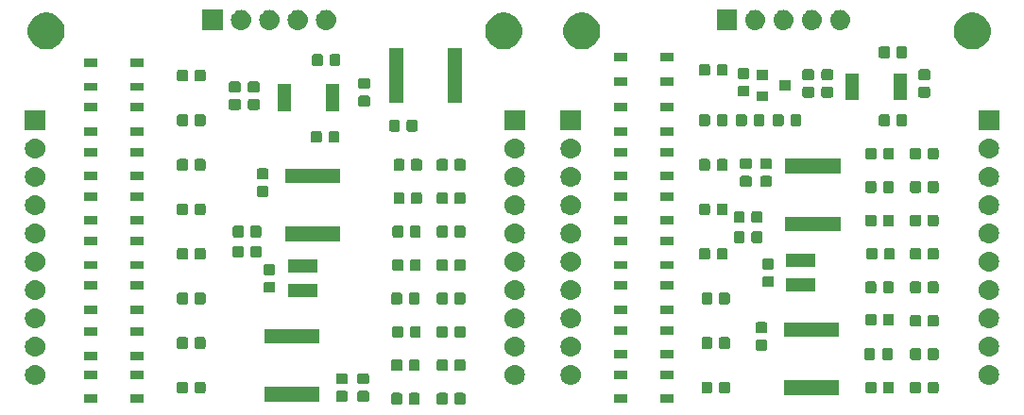
<source format=gts>
G04 #@! TF.GenerationSoftware,KiCad,Pcbnew,(5.1.2)-1*
G04 #@! TF.CreationDate,2025-05-14T22:38:20+09:00*
G04 #@! TF.ProjectId,ShiftRegRemoteIO,53686966-7452-4656-9752-656d6f746549,v1.2*
G04 #@! TF.SameCoordinates,Original*
G04 #@! TF.FileFunction,Soldermask,Top*
G04 #@! TF.FilePolarity,Negative*
%FSLAX46Y46*%
G04 Gerber Fmt 4.6, Leading zero omitted, Abs format (unit mm)*
G04 Created by KiCad (PCBNEW (5.1.2)-1) date 2025-05-14 22:38:20*
%MOMM*%
%LPD*%
G04 APERTURE LIST*
%ADD10C,0.100000*%
G04 APERTURE END LIST*
D10*
G36*
X132754591Y-127478085D02*
G01*
X132788569Y-127488393D01*
X132819890Y-127505134D01*
X132847339Y-127527661D01*
X132869866Y-127555110D01*
X132886607Y-127586431D01*
X132896915Y-127620409D01*
X132901000Y-127661890D01*
X132901000Y-128338110D01*
X132896915Y-128379591D01*
X132886607Y-128413569D01*
X132869866Y-128444890D01*
X132847339Y-128472339D01*
X132819890Y-128494866D01*
X132788569Y-128511607D01*
X132754591Y-128521915D01*
X132713110Y-128526000D01*
X132111890Y-128526000D01*
X132070409Y-128521915D01*
X132036431Y-128511607D01*
X132005110Y-128494866D01*
X131977661Y-128472339D01*
X131955134Y-128444890D01*
X131938393Y-128413569D01*
X131928085Y-128379591D01*
X131924000Y-128338110D01*
X131924000Y-127661890D01*
X131928085Y-127620409D01*
X131938393Y-127586431D01*
X131955134Y-127555110D01*
X131977661Y-127527661D01*
X132005110Y-127505134D01*
X132036431Y-127488393D01*
X132070409Y-127478085D01*
X132111890Y-127474000D01*
X132713110Y-127474000D01*
X132754591Y-127478085D01*
X132754591Y-127478085D01*
G37*
G36*
X136842591Y-127478085D02*
G01*
X136876569Y-127488393D01*
X136907890Y-127505134D01*
X136935339Y-127527661D01*
X136957866Y-127555110D01*
X136974607Y-127586431D01*
X136984915Y-127620409D01*
X136989000Y-127661890D01*
X136989000Y-128338110D01*
X136984915Y-128379591D01*
X136974607Y-128413569D01*
X136957866Y-128444890D01*
X136935339Y-128472339D01*
X136907890Y-128494866D01*
X136876569Y-128511607D01*
X136842591Y-128521915D01*
X136801110Y-128526000D01*
X136199890Y-128526000D01*
X136158409Y-128521915D01*
X136124431Y-128511607D01*
X136093110Y-128494866D01*
X136065661Y-128472339D01*
X136043134Y-128444890D01*
X136026393Y-128413569D01*
X136016085Y-128379591D01*
X136012000Y-128338110D01*
X136012000Y-127661890D01*
X136016085Y-127620409D01*
X136026393Y-127586431D01*
X136043134Y-127555110D01*
X136065661Y-127527661D01*
X136093110Y-127505134D01*
X136124431Y-127488393D01*
X136158409Y-127478085D01*
X136199890Y-127474000D01*
X136801110Y-127474000D01*
X136842591Y-127478085D01*
X136842591Y-127478085D01*
G37*
G36*
X138417591Y-127478085D02*
G01*
X138451569Y-127488393D01*
X138482890Y-127505134D01*
X138510339Y-127527661D01*
X138532866Y-127555110D01*
X138549607Y-127586431D01*
X138559915Y-127620409D01*
X138564000Y-127661890D01*
X138564000Y-128338110D01*
X138559915Y-128379591D01*
X138549607Y-128413569D01*
X138532866Y-128444890D01*
X138510339Y-128472339D01*
X138482890Y-128494866D01*
X138451569Y-128511607D01*
X138417591Y-128521915D01*
X138376110Y-128526000D01*
X137774890Y-128526000D01*
X137733409Y-128521915D01*
X137699431Y-128511607D01*
X137668110Y-128494866D01*
X137640661Y-128472339D01*
X137618134Y-128444890D01*
X137601393Y-128413569D01*
X137591085Y-128379591D01*
X137587000Y-128338110D01*
X137587000Y-127661890D01*
X137591085Y-127620409D01*
X137601393Y-127586431D01*
X137618134Y-127555110D01*
X137640661Y-127527661D01*
X137668110Y-127505134D01*
X137699431Y-127488393D01*
X137733409Y-127478085D01*
X137774890Y-127474000D01*
X138376110Y-127474000D01*
X138417591Y-127478085D01*
X138417591Y-127478085D01*
G37*
G36*
X134329591Y-127478085D02*
G01*
X134363569Y-127488393D01*
X134394890Y-127505134D01*
X134422339Y-127527661D01*
X134444866Y-127555110D01*
X134461607Y-127586431D01*
X134471915Y-127620409D01*
X134476000Y-127661890D01*
X134476000Y-128338110D01*
X134471915Y-128379591D01*
X134461607Y-128413569D01*
X134444866Y-128444890D01*
X134422339Y-128472339D01*
X134394890Y-128494866D01*
X134363569Y-128511607D01*
X134329591Y-128521915D01*
X134288110Y-128526000D01*
X133686890Y-128526000D01*
X133645409Y-128521915D01*
X133611431Y-128511607D01*
X133580110Y-128494866D01*
X133552661Y-128472339D01*
X133530134Y-128444890D01*
X133513393Y-128413569D01*
X133503085Y-128379591D01*
X133499000Y-128338110D01*
X133499000Y-127661890D01*
X133503085Y-127620409D01*
X133513393Y-127586431D01*
X133530134Y-127555110D01*
X133552661Y-127527661D01*
X133580110Y-127505134D01*
X133611431Y-127488393D01*
X133645409Y-127478085D01*
X133686890Y-127474000D01*
X134288110Y-127474000D01*
X134329591Y-127478085D01*
X134329591Y-127478085D01*
G37*
G36*
X105576000Y-128376000D02*
G01*
X104424000Y-128376000D01*
X104424000Y-127624000D01*
X105576000Y-127624000D01*
X105576000Y-128376000D01*
X105576000Y-128376000D01*
G37*
G36*
X153076000Y-128376000D02*
G01*
X151924000Y-128376000D01*
X151924000Y-127624000D01*
X153076000Y-127624000D01*
X153076000Y-128376000D01*
X153076000Y-128376000D01*
G37*
G36*
X157226000Y-128376000D02*
G01*
X156074000Y-128376000D01*
X156074000Y-127624000D01*
X157226000Y-127624000D01*
X157226000Y-128376000D01*
X157226000Y-128376000D01*
G37*
G36*
X109726000Y-128376000D02*
G01*
X108574000Y-128376000D01*
X108574000Y-127624000D01*
X109726000Y-127624000D01*
X109726000Y-128376000D01*
X109726000Y-128376000D01*
G37*
G36*
X127879591Y-127303085D02*
G01*
X127913569Y-127313393D01*
X127944890Y-127330134D01*
X127972339Y-127352661D01*
X127994866Y-127380110D01*
X128011607Y-127411431D01*
X128021915Y-127445409D01*
X128026000Y-127486890D01*
X128026000Y-128088110D01*
X128021915Y-128129591D01*
X128011607Y-128163569D01*
X127994866Y-128194890D01*
X127972339Y-128222339D01*
X127944890Y-128244866D01*
X127913569Y-128261607D01*
X127879591Y-128271915D01*
X127838110Y-128276000D01*
X127161890Y-128276000D01*
X127120409Y-128271915D01*
X127086431Y-128261607D01*
X127055110Y-128244866D01*
X127027661Y-128222339D01*
X127005134Y-128194890D01*
X126988393Y-128163569D01*
X126978085Y-128129591D01*
X126974000Y-128088110D01*
X126974000Y-127486890D01*
X126978085Y-127445409D01*
X126988393Y-127411431D01*
X127005134Y-127380110D01*
X127027661Y-127352661D01*
X127055110Y-127330134D01*
X127086431Y-127313393D01*
X127120409Y-127303085D01*
X127161890Y-127299000D01*
X127838110Y-127299000D01*
X127879591Y-127303085D01*
X127879591Y-127303085D01*
G37*
G36*
X129779591Y-127303085D02*
G01*
X129813569Y-127313393D01*
X129844890Y-127330134D01*
X129872339Y-127352661D01*
X129894866Y-127380110D01*
X129911607Y-127411431D01*
X129921915Y-127445409D01*
X129926000Y-127486890D01*
X129926000Y-128088110D01*
X129921915Y-128129591D01*
X129911607Y-128163569D01*
X129894866Y-128194890D01*
X129872339Y-128222339D01*
X129844890Y-128244866D01*
X129813569Y-128261607D01*
X129779591Y-128271915D01*
X129738110Y-128276000D01*
X129061890Y-128276000D01*
X129020409Y-128271915D01*
X128986431Y-128261607D01*
X128955110Y-128244866D01*
X128927661Y-128222339D01*
X128905134Y-128194890D01*
X128888393Y-128163569D01*
X128878085Y-128129591D01*
X128874000Y-128088110D01*
X128874000Y-127486890D01*
X128878085Y-127445409D01*
X128888393Y-127411431D01*
X128905134Y-127380110D01*
X128927661Y-127352661D01*
X128955110Y-127330134D01*
X128986431Y-127313393D01*
X129020409Y-127303085D01*
X129061890Y-127299000D01*
X129738110Y-127299000D01*
X129779591Y-127303085D01*
X129779591Y-127303085D01*
G37*
G36*
X125473500Y-128251000D02*
G01*
X120526500Y-128251000D01*
X120526500Y-126949000D01*
X125473500Y-126949000D01*
X125473500Y-128251000D01*
X125473500Y-128251000D01*
G37*
G36*
X172073500Y-127651000D02*
G01*
X167126500Y-127651000D01*
X167126500Y-126349000D01*
X172073500Y-126349000D01*
X172073500Y-127651000D01*
X172073500Y-127651000D01*
G37*
G36*
X176829591Y-126478085D02*
G01*
X176863569Y-126488393D01*
X176894890Y-126505134D01*
X176922339Y-126527661D01*
X176944866Y-126555110D01*
X176961607Y-126586431D01*
X176971915Y-126620409D01*
X176976000Y-126661890D01*
X176976000Y-127338110D01*
X176971915Y-127379591D01*
X176961607Y-127413569D01*
X176944866Y-127444890D01*
X176922339Y-127472339D01*
X176894890Y-127494866D01*
X176863569Y-127511607D01*
X176829591Y-127521915D01*
X176788110Y-127526000D01*
X176186890Y-127526000D01*
X176145409Y-127521915D01*
X176111431Y-127511607D01*
X176080110Y-127494866D01*
X176052661Y-127472339D01*
X176030134Y-127444890D01*
X176013393Y-127413569D01*
X176003085Y-127379591D01*
X175999000Y-127338110D01*
X175999000Y-126661890D01*
X176003085Y-126620409D01*
X176013393Y-126586431D01*
X176030134Y-126555110D01*
X176052661Y-126527661D01*
X176080110Y-126505134D01*
X176111431Y-126488393D01*
X176145409Y-126478085D01*
X176186890Y-126474000D01*
X176788110Y-126474000D01*
X176829591Y-126478085D01*
X176829591Y-126478085D01*
G37*
G36*
X160554591Y-126478085D02*
G01*
X160588569Y-126488393D01*
X160619890Y-126505134D01*
X160647339Y-126527661D01*
X160669866Y-126555110D01*
X160686607Y-126586431D01*
X160696915Y-126620409D01*
X160701000Y-126661890D01*
X160701000Y-127338110D01*
X160696915Y-127379591D01*
X160686607Y-127413569D01*
X160669866Y-127444890D01*
X160647339Y-127472339D01*
X160619890Y-127494866D01*
X160588569Y-127511607D01*
X160554591Y-127521915D01*
X160513110Y-127526000D01*
X159911890Y-127526000D01*
X159870409Y-127521915D01*
X159836431Y-127511607D01*
X159805110Y-127494866D01*
X159777661Y-127472339D01*
X159755134Y-127444890D01*
X159738393Y-127413569D01*
X159728085Y-127379591D01*
X159724000Y-127338110D01*
X159724000Y-126661890D01*
X159728085Y-126620409D01*
X159738393Y-126586431D01*
X159755134Y-126555110D01*
X159777661Y-126527661D01*
X159805110Y-126505134D01*
X159836431Y-126488393D01*
X159870409Y-126478085D01*
X159911890Y-126474000D01*
X160513110Y-126474000D01*
X160554591Y-126478085D01*
X160554591Y-126478085D01*
G37*
G36*
X162129591Y-126478085D02*
G01*
X162163569Y-126488393D01*
X162194890Y-126505134D01*
X162222339Y-126527661D01*
X162244866Y-126555110D01*
X162261607Y-126586431D01*
X162271915Y-126620409D01*
X162276000Y-126661890D01*
X162276000Y-127338110D01*
X162271915Y-127379591D01*
X162261607Y-127413569D01*
X162244866Y-127444890D01*
X162222339Y-127472339D01*
X162194890Y-127494866D01*
X162163569Y-127511607D01*
X162129591Y-127521915D01*
X162088110Y-127526000D01*
X161486890Y-127526000D01*
X161445409Y-127521915D01*
X161411431Y-127511607D01*
X161380110Y-127494866D01*
X161352661Y-127472339D01*
X161330134Y-127444890D01*
X161313393Y-127413569D01*
X161303085Y-127379591D01*
X161299000Y-127338110D01*
X161299000Y-126661890D01*
X161303085Y-126620409D01*
X161313393Y-126586431D01*
X161330134Y-126555110D01*
X161352661Y-126527661D01*
X161380110Y-126505134D01*
X161411431Y-126488393D01*
X161445409Y-126478085D01*
X161486890Y-126474000D01*
X162088110Y-126474000D01*
X162129591Y-126478085D01*
X162129591Y-126478085D01*
G37*
G36*
X175254591Y-126478085D02*
G01*
X175288569Y-126488393D01*
X175319890Y-126505134D01*
X175347339Y-126527661D01*
X175369866Y-126555110D01*
X175386607Y-126586431D01*
X175396915Y-126620409D01*
X175401000Y-126661890D01*
X175401000Y-127338110D01*
X175396915Y-127379591D01*
X175386607Y-127413569D01*
X175369866Y-127444890D01*
X175347339Y-127472339D01*
X175319890Y-127494866D01*
X175288569Y-127511607D01*
X175254591Y-127521915D01*
X175213110Y-127526000D01*
X174611890Y-127526000D01*
X174570409Y-127521915D01*
X174536431Y-127511607D01*
X174505110Y-127494866D01*
X174477661Y-127472339D01*
X174455134Y-127444890D01*
X174438393Y-127413569D01*
X174428085Y-127379591D01*
X174424000Y-127338110D01*
X174424000Y-126661890D01*
X174428085Y-126620409D01*
X174438393Y-126586431D01*
X174455134Y-126555110D01*
X174477661Y-126527661D01*
X174505110Y-126505134D01*
X174536431Y-126488393D01*
X174570409Y-126478085D01*
X174611890Y-126474000D01*
X175213110Y-126474000D01*
X175254591Y-126478085D01*
X175254591Y-126478085D01*
G37*
G36*
X179254591Y-126478085D02*
G01*
X179288569Y-126488393D01*
X179319890Y-126505134D01*
X179347339Y-126527661D01*
X179369866Y-126555110D01*
X179386607Y-126586431D01*
X179396915Y-126620409D01*
X179401000Y-126661890D01*
X179401000Y-127338110D01*
X179396915Y-127379591D01*
X179386607Y-127413569D01*
X179369866Y-127444890D01*
X179347339Y-127472339D01*
X179319890Y-127494866D01*
X179288569Y-127511607D01*
X179254591Y-127521915D01*
X179213110Y-127526000D01*
X178611890Y-127526000D01*
X178570409Y-127521915D01*
X178536431Y-127511607D01*
X178505110Y-127494866D01*
X178477661Y-127472339D01*
X178455134Y-127444890D01*
X178438393Y-127413569D01*
X178428085Y-127379591D01*
X178424000Y-127338110D01*
X178424000Y-126661890D01*
X178428085Y-126620409D01*
X178438393Y-126586431D01*
X178455134Y-126555110D01*
X178477661Y-126527661D01*
X178505110Y-126505134D01*
X178536431Y-126488393D01*
X178570409Y-126478085D01*
X178611890Y-126474000D01*
X179213110Y-126474000D01*
X179254591Y-126478085D01*
X179254591Y-126478085D01*
G37*
G36*
X180829591Y-126478085D02*
G01*
X180863569Y-126488393D01*
X180894890Y-126505134D01*
X180922339Y-126527661D01*
X180944866Y-126555110D01*
X180961607Y-126586431D01*
X180971915Y-126620409D01*
X180976000Y-126661890D01*
X180976000Y-127338110D01*
X180971915Y-127379591D01*
X180961607Y-127413569D01*
X180944866Y-127444890D01*
X180922339Y-127472339D01*
X180894890Y-127494866D01*
X180863569Y-127511607D01*
X180829591Y-127521915D01*
X180788110Y-127526000D01*
X180186890Y-127526000D01*
X180145409Y-127521915D01*
X180111431Y-127511607D01*
X180080110Y-127494866D01*
X180052661Y-127472339D01*
X180030134Y-127444890D01*
X180013393Y-127413569D01*
X180003085Y-127379591D01*
X179999000Y-127338110D01*
X179999000Y-126661890D01*
X180003085Y-126620409D01*
X180013393Y-126586431D01*
X180030134Y-126555110D01*
X180052661Y-126527661D01*
X180080110Y-126505134D01*
X180111431Y-126488393D01*
X180145409Y-126478085D01*
X180186890Y-126474000D01*
X180788110Y-126474000D01*
X180829591Y-126478085D01*
X180829591Y-126478085D01*
G37*
G36*
X113554591Y-126478085D02*
G01*
X113588569Y-126488393D01*
X113619890Y-126505134D01*
X113647339Y-126527661D01*
X113669866Y-126555110D01*
X113686607Y-126586431D01*
X113696915Y-126620409D01*
X113701000Y-126661890D01*
X113701000Y-127338110D01*
X113696915Y-127379591D01*
X113686607Y-127413569D01*
X113669866Y-127444890D01*
X113647339Y-127472339D01*
X113619890Y-127494866D01*
X113588569Y-127511607D01*
X113554591Y-127521915D01*
X113513110Y-127526000D01*
X112911890Y-127526000D01*
X112870409Y-127521915D01*
X112836431Y-127511607D01*
X112805110Y-127494866D01*
X112777661Y-127472339D01*
X112755134Y-127444890D01*
X112738393Y-127413569D01*
X112728085Y-127379591D01*
X112724000Y-127338110D01*
X112724000Y-126661890D01*
X112728085Y-126620409D01*
X112738393Y-126586431D01*
X112755134Y-126555110D01*
X112777661Y-126527661D01*
X112805110Y-126505134D01*
X112836431Y-126488393D01*
X112870409Y-126478085D01*
X112911890Y-126474000D01*
X113513110Y-126474000D01*
X113554591Y-126478085D01*
X113554591Y-126478085D01*
G37*
G36*
X115129591Y-126478085D02*
G01*
X115163569Y-126488393D01*
X115194890Y-126505134D01*
X115222339Y-126527661D01*
X115244866Y-126555110D01*
X115261607Y-126586431D01*
X115271915Y-126620409D01*
X115276000Y-126661890D01*
X115276000Y-127338110D01*
X115271915Y-127379591D01*
X115261607Y-127413569D01*
X115244866Y-127444890D01*
X115222339Y-127472339D01*
X115194890Y-127494866D01*
X115163569Y-127511607D01*
X115129591Y-127521915D01*
X115088110Y-127526000D01*
X114486890Y-127526000D01*
X114445409Y-127521915D01*
X114411431Y-127511607D01*
X114380110Y-127494866D01*
X114352661Y-127472339D01*
X114330134Y-127444890D01*
X114313393Y-127413569D01*
X114303085Y-127379591D01*
X114299000Y-127338110D01*
X114299000Y-126661890D01*
X114303085Y-126620409D01*
X114313393Y-126586431D01*
X114330134Y-126555110D01*
X114352661Y-126527661D01*
X114380110Y-126505134D01*
X114411431Y-126488393D01*
X114445409Y-126478085D01*
X114486890Y-126474000D01*
X115088110Y-126474000D01*
X115129591Y-126478085D01*
X115129591Y-126478085D01*
G37*
G36*
X148110442Y-124965518D02*
G01*
X148176627Y-124972037D01*
X148346466Y-125023557D01*
X148502991Y-125107222D01*
X148538729Y-125136552D01*
X148640186Y-125219814D01*
X148723448Y-125321271D01*
X148752778Y-125357009D01*
X148752779Y-125357011D01*
X148821104Y-125484836D01*
X148836443Y-125513534D01*
X148887963Y-125683373D01*
X148905359Y-125860000D01*
X148887963Y-126036627D01*
X148836443Y-126206466D01*
X148752778Y-126362991D01*
X148723448Y-126398729D01*
X148640186Y-126500186D01*
X148539821Y-126582552D01*
X148502991Y-126612778D01*
X148438332Y-126647339D01*
X148346721Y-126696307D01*
X148346466Y-126696443D01*
X148176627Y-126747963D01*
X148110443Y-126754481D01*
X148044260Y-126761000D01*
X147955740Y-126761000D01*
X147889557Y-126754481D01*
X147823373Y-126747963D01*
X147653534Y-126696443D01*
X147653280Y-126696307D01*
X147561668Y-126647339D01*
X147497009Y-126612778D01*
X147460179Y-126582552D01*
X147359814Y-126500186D01*
X147276552Y-126398729D01*
X147247222Y-126362991D01*
X147163557Y-126206466D01*
X147112037Y-126036627D01*
X147094641Y-125860000D01*
X147112037Y-125683373D01*
X147163557Y-125513534D01*
X147178897Y-125484836D01*
X147247221Y-125357011D01*
X147247222Y-125357009D01*
X147276552Y-125321271D01*
X147359814Y-125219814D01*
X147461271Y-125136552D01*
X147497009Y-125107222D01*
X147653534Y-125023557D01*
X147823373Y-124972037D01*
X147889558Y-124965518D01*
X147955740Y-124959000D01*
X148044260Y-124959000D01*
X148110442Y-124965518D01*
X148110442Y-124965518D01*
G37*
G36*
X143110442Y-124965518D02*
G01*
X143176627Y-124972037D01*
X143346466Y-125023557D01*
X143502991Y-125107222D01*
X143538729Y-125136552D01*
X143640186Y-125219814D01*
X143723448Y-125321271D01*
X143752778Y-125357009D01*
X143752779Y-125357011D01*
X143821104Y-125484836D01*
X143836443Y-125513534D01*
X143887963Y-125683373D01*
X143905359Y-125860000D01*
X143887963Y-126036627D01*
X143836443Y-126206466D01*
X143752778Y-126362991D01*
X143723448Y-126398729D01*
X143640186Y-126500186D01*
X143539821Y-126582552D01*
X143502991Y-126612778D01*
X143438332Y-126647339D01*
X143346721Y-126696307D01*
X143346466Y-126696443D01*
X143176627Y-126747963D01*
X143110443Y-126754481D01*
X143044260Y-126761000D01*
X142955740Y-126761000D01*
X142889557Y-126754481D01*
X142823373Y-126747963D01*
X142653534Y-126696443D01*
X142653280Y-126696307D01*
X142561668Y-126647339D01*
X142497009Y-126612778D01*
X142460179Y-126582552D01*
X142359814Y-126500186D01*
X142276552Y-126398729D01*
X142247222Y-126362991D01*
X142163557Y-126206466D01*
X142112037Y-126036627D01*
X142094641Y-125860000D01*
X142112037Y-125683373D01*
X142163557Y-125513534D01*
X142178897Y-125484836D01*
X142247221Y-125357011D01*
X142247222Y-125357009D01*
X142276552Y-125321271D01*
X142359814Y-125219814D01*
X142461271Y-125136552D01*
X142497009Y-125107222D01*
X142653534Y-125023557D01*
X142823373Y-124972037D01*
X142889558Y-124965518D01*
X142955740Y-124959000D01*
X143044260Y-124959000D01*
X143110442Y-124965518D01*
X143110442Y-124965518D01*
G37*
G36*
X185610442Y-124965518D02*
G01*
X185676627Y-124972037D01*
X185846466Y-125023557D01*
X186002991Y-125107222D01*
X186038729Y-125136552D01*
X186140186Y-125219814D01*
X186223448Y-125321271D01*
X186252778Y-125357009D01*
X186252779Y-125357011D01*
X186321104Y-125484836D01*
X186336443Y-125513534D01*
X186387963Y-125683373D01*
X186405359Y-125860000D01*
X186387963Y-126036627D01*
X186336443Y-126206466D01*
X186252778Y-126362991D01*
X186223448Y-126398729D01*
X186140186Y-126500186D01*
X186039821Y-126582552D01*
X186002991Y-126612778D01*
X185938332Y-126647339D01*
X185846721Y-126696307D01*
X185846466Y-126696443D01*
X185676627Y-126747963D01*
X185610443Y-126754481D01*
X185544260Y-126761000D01*
X185455740Y-126761000D01*
X185389557Y-126754481D01*
X185323373Y-126747963D01*
X185153534Y-126696443D01*
X185153280Y-126696307D01*
X185061668Y-126647339D01*
X184997009Y-126612778D01*
X184960179Y-126582552D01*
X184859814Y-126500186D01*
X184776552Y-126398729D01*
X184747222Y-126362991D01*
X184663557Y-126206466D01*
X184612037Y-126036627D01*
X184594641Y-125860000D01*
X184612037Y-125683373D01*
X184663557Y-125513534D01*
X184678897Y-125484836D01*
X184747221Y-125357011D01*
X184747222Y-125357009D01*
X184776552Y-125321271D01*
X184859814Y-125219814D01*
X184961271Y-125136552D01*
X184997009Y-125107222D01*
X185153534Y-125023557D01*
X185323373Y-124972037D01*
X185389558Y-124965518D01*
X185455740Y-124959000D01*
X185544260Y-124959000D01*
X185610442Y-124965518D01*
X185610442Y-124965518D01*
G37*
G36*
X100110442Y-124965518D02*
G01*
X100176627Y-124972037D01*
X100346466Y-125023557D01*
X100502991Y-125107222D01*
X100538729Y-125136552D01*
X100640186Y-125219814D01*
X100723448Y-125321271D01*
X100752778Y-125357009D01*
X100752779Y-125357011D01*
X100821104Y-125484836D01*
X100836443Y-125513534D01*
X100887963Y-125683373D01*
X100905359Y-125860000D01*
X100887963Y-126036627D01*
X100836443Y-126206466D01*
X100752778Y-126362991D01*
X100723448Y-126398729D01*
X100640186Y-126500186D01*
X100539821Y-126582552D01*
X100502991Y-126612778D01*
X100438332Y-126647339D01*
X100346721Y-126696307D01*
X100346466Y-126696443D01*
X100176627Y-126747963D01*
X100110443Y-126754481D01*
X100044260Y-126761000D01*
X99955740Y-126761000D01*
X99889557Y-126754481D01*
X99823373Y-126747963D01*
X99653534Y-126696443D01*
X99653280Y-126696307D01*
X99561668Y-126647339D01*
X99497009Y-126612778D01*
X99460179Y-126582552D01*
X99359814Y-126500186D01*
X99276552Y-126398729D01*
X99247222Y-126362991D01*
X99163557Y-126206466D01*
X99112037Y-126036627D01*
X99094641Y-125860000D01*
X99112037Y-125683373D01*
X99163557Y-125513534D01*
X99178897Y-125484836D01*
X99247221Y-125357011D01*
X99247222Y-125357009D01*
X99276552Y-125321271D01*
X99359814Y-125219814D01*
X99461271Y-125136552D01*
X99497009Y-125107222D01*
X99653534Y-125023557D01*
X99823373Y-124972037D01*
X99889558Y-124965518D01*
X99955740Y-124959000D01*
X100044260Y-124959000D01*
X100110442Y-124965518D01*
X100110442Y-124965518D01*
G37*
G36*
X129779591Y-125728085D02*
G01*
X129813569Y-125738393D01*
X129844890Y-125755134D01*
X129872339Y-125777661D01*
X129894866Y-125805110D01*
X129911607Y-125836431D01*
X129921915Y-125870409D01*
X129926000Y-125911890D01*
X129926000Y-126513110D01*
X129921915Y-126554591D01*
X129911607Y-126588569D01*
X129894866Y-126619890D01*
X129872339Y-126647339D01*
X129844890Y-126669866D01*
X129813569Y-126686607D01*
X129779591Y-126696915D01*
X129738110Y-126701000D01*
X129061890Y-126701000D01*
X129020409Y-126696915D01*
X128986431Y-126686607D01*
X128955110Y-126669866D01*
X128927661Y-126647339D01*
X128905134Y-126619890D01*
X128888393Y-126588569D01*
X128878085Y-126554591D01*
X128874000Y-126513110D01*
X128874000Y-125911890D01*
X128878085Y-125870409D01*
X128888393Y-125836431D01*
X128905134Y-125805110D01*
X128927661Y-125777661D01*
X128955110Y-125755134D01*
X128986431Y-125738393D01*
X129020409Y-125728085D01*
X129061890Y-125724000D01*
X129738110Y-125724000D01*
X129779591Y-125728085D01*
X129779591Y-125728085D01*
G37*
G36*
X127879591Y-125728085D02*
G01*
X127913569Y-125738393D01*
X127944890Y-125755134D01*
X127972339Y-125777661D01*
X127994866Y-125805110D01*
X128011607Y-125836431D01*
X128021915Y-125870409D01*
X128026000Y-125911890D01*
X128026000Y-126513110D01*
X128021915Y-126554591D01*
X128011607Y-126588569D01*
X127994866Y-126619890D01*
X127972339Y-126647339D01*
X127944890Y-126669866D01*
X127913569Y-126686607D01*
X127879591Y-126696915D01*
X127838110Y-126701000D01*
X127161890Y-126701000D01*
X127120409Y-126696915D01*
X127086431Y-126686607D01*
X127055110Y-126669866D01*
X127027661Y-126647339D01*
X127005134Y-126619890D01*
X126988393Y-126588569D01*
X126978085Y-126554591D01*
X126974000Y-126513110D01*
X126974000Y-125911890D01*
X126978085Y-125870409D01*
X126988393Y-125836431D01*
X127005134Y-125805110D01*
X127027661Y-125777661D01*
X127055110Y-125755134D01*
X127086431Y-125738393D01*
X127120409Y-125728085D01*
X127161890Y-125724000D01*
X127838110Y-125724000D01*
X127879591Y-125728085D01*
X127879591Y-125728085D01*
G37*
G36*
X157226000Y-126226000D02*
G01*
X156074000Y-126226000D01*
X156074000Y-125474000D01*
X157226000Y-125474000D01*
X157226000Y-126226000D01*
X157226000Y-126226000D01*
G37*
G36*
X109726000Y-126226000D02*
G01*
X108574000Y-126226000D01*
X108574000Y-125474000D01*
X109726000Y-125474000D01*
X109726000Y-126226000D01*
X109726000Y-126226000D01*
G37*
G36*
X105576000Y-126226000D02*
G01*
X104424000Y-126226000D01*
X104424000Y-125474000D01*
X105576000Y-125474000D01*
X105576000Y-126226000D01*
X105576000Y-126226000D01*
G37*
G36*
X153076000Y-126226000D02*
G01*
X151924000Y-126226000D01*
X151924000Y-125474000D01*
X153076000Y-125474000D01*
X153076000Y-126226000D01*
X153076000Y-126226000D01*
G37*
G36*
X136842591Y-124478085D02*
G01*
X136876569Y-124488393D01*
X136907890Y-124505134D01*
X136935339Y-124527661D01*
X136957866Y-124555110D01*
X136974607Y-124586431D01*
X136984915Y-124620409D01*
X136989000Y-124661890D01*
X136989000Y-125338110D01*
X136984915Y-125379591D01*
X136974607Y-125413569D01*
X136957866Y-125444890D01*
X136935339Y-125472339D01*
X136907890Y-125494866D01*
X136876569Y-125511607D01*
X136842591Y-125521915D01*
X136801110Y-125526000D01*
X136199890Y-125526000D01*
X136158409Y-125521915D01*
X136124431Y-125511607D01*
X136093110Y-125494866D01*
X136065661Y-125472339D01*
X136043134Y-125444890D01*
X136026393Y-125413569D01*
X136016085Y-125379591D01*
X136012000Y-125338110D01*
X136012000Y-124661890D01*
X136016085Y-124620409D01*
X136026393Y-124586431D01*
X136043134Y-124555110D01*
X136065661Y-124527661D01*
X136093110Y-124505134D01*
X136124431Y-124488393D01*
X136158409Y-124478085D01*
X136199890Y-124474000D01*
X136801110Y-124474000D01*
X136842591Y-124478085D01*
X136842591Y-124478085D01*
G37*
G36*
X134329591Y-124478085D02*
G01*
X134363569Y-124488393D01*
X134394890Y-124505134D01*
X134422339Y-124527661D01*
X134444866Y-124555110D01*
X134461607Y-124586431D01*
X134471915Y-124620409D01*
X134476000Y-124661890D01*
X134476000Y-125338110D01*
X134471915Y-125379591D01*
X134461607Y-125413569D01*
X134444866Y-125444890D01*
X134422339Y-125472339D01*
X134394890Y-125494866D01*
X134363569Y-125511607D01*
X134329591Y-125521915D01*
X134288110Y-125526000D01*
X133686890Y-125526000D01*
X133645409Y-125521915D01*
X133611431Y-125511607D01*
X133580110Y-125494866D01*
X133552661Y-125472339D01*
X133530134Y-125444890D01*
X133513393Y-125413569D01*
X133503085Y-125379591D01*
X133499000Y-125338110D01*
X133499000Y-124661890D01*
X133503085Y-124620409D01*
X133513393Y-124586431D01*
X133530134Y-124555110D01*
X133552661Y-124527661D01*
X133580110Y-124505134D01*
X133611431Y-124488393D01*
X133645409Y-124478085D01*
X133686890Y-124474000D01*
X134288110Y-124474000D01*
X134329591Y-124478085D01*
X134329591Y-124478085D01*
G37*
G36*
X132754591Y-124478085D02*
G01*
X132788569Y-124488393D01*
X132819890Y-124505134D01*
X132847339Y-124527661D01*
X132869866Y-124555110D01*
X132886607Y-124586431D01*
X132896915Y-124620409D01*
X132901000Y-124661890D01*
X132901000Y-125338110D01*
X132896915Y-125379591D01*
X132886607Y-125413569D01*
X132869866Y-125444890D01*
X132847339Y-125472339D01*
X132819890Y-125494866D01*
X132788569Y-125511607D01*
X132754591Y-125521915D01*
X132713110Y-125526000D01*
X132111890Y-125526000D01*
X132070409Y-125521915D01*
X132036431Y-125511607D01*
X132005110Y-125494866D01*
X131977661Y-125472339D01*
X131955134Y-125444890D01*
X131938393Y-125413569D01*
X131928085Y-125379591D01*
X131924000Y-125338110D01*
X131924000Y-124661890D01*
X131928085Y-124620409D01*
X131938393Y-124586431D01*
X131955134Y-124555110D01*
X131977661Y-124527661D01*
X132005110Y-124505134D01*
X132036431Y-124488393D01*
X132070409Y-124478085D01*
X132111890Y-124474000D01*
X132713110Y-124474000D01*
X132754591Y-124478085D01*
X132754591Y-124478085D01*
G37*
G36*
X138417591Y-124478085D02*
G01*
X138451569Y-124488393D01*
X138482890Y-124505134D01*
X138510339Y-124527661D01*
X138532866Y-124555110D01*
X138549607Y-124586431D01*
X138559915Y-124620409D01*
X138564000Y-124661890D01*
X138564000Y-125338110D01*
X138559915Y-125379591D01*
X138549607Y-125413569D01*
X138532866Y-125444890D01*
X138510339Y-125472339D01*
X138482890Y-125494866D01*
X138451569Y-125511607D01*
X138417591Y-125521915D01*
X138376110Y-125526000D01*
X137774890Y-125526000D01*
X137733409Y-125521915D01*
X137699431Y-125511607D01*
X137668110Y-125494866D01*
X137640661Y-125472339D01*
X137618134Y-125444890D01*
X137601393Y-125413569D01*
X137591085Y-125379591D01*
X137587000Y-125338110D01*
X137587000Y-124661890D01*
X137591085Y-124620409D01*
X137601393Y-124586431D01*
X137618134Y-124555110D01*
X137640661Y-124527661D01*
X137668110Y-124505134D01*
X137699431Y-124488393D01*
X137733409Y-124478085D01*
X137774890Y-124474000D01*
X138376110Y-124474000D01*
X138417591Y-124478085D01*
X138417591Y-124478085D01*
G37*
G36*
X180829591Y-123478085D02*
G01*
X180863569Y-123488393D01*
X180894890Y-123505134D01*
X180922339Y-123527661D01*
X180944866Y-123555110D01*
X180961607Y-123586431D01*
X180971915Y-123620409D01*
X180976000Y-123661890D01*
X180976000Y-124338110D01*
X180971915Y-124379591D01*
X180961607Y-124413569D01*
X180944866Y-124444890D01*
X180922339Y-124472339D01*
X180894890Y-124494866D01*
X180863569Y-124511607D01*
X180829591Y-124521915D01*
X180788110Y-124526000D01*
X180186890Y-124526000D01*
X180145409Y-124521915D01*
X180111431Y-124511607D01*
X180080110Y-124494866D01*
X180052661Y-124472339D01*
X180030134Y-124444890D01*
X180013393Y-124413569D01*
X180003085Y-124379591D01*
X179999000Y-124338110D01*
X179999000Y-123661890D01*
X180003085Y-123620409D01*
X180013393Y-123586431D01*
X180030134Y-123555110D01*
X180052661Y-123527661D01*
X180080110Y-123505134D01*
X180111431Y-123488393D01*
X180145409Y-123478085D01*
X180186890Y-123474000D01*
X180788110Y-123474000D01*
X180829591Y-123478085D01*
X180829591Y-123478085D01*
G37*
G36*
X179254591Y-123478085D02*
G01*
X179288569Y-123488393D01*
X179319890Y-123505134D01*
X179347339Y-123527661D01*
X179369866Y-123555110D01*
X179386607Y-123586431D01*
X179396915Y-123620409D01*
X179401000Y-123661890D01*
X179401000Y-124338110D01*
X179396915Y-124379591D01*
X179386607Y-124413569D01*
X179369866Y-124444890D01*
X179347339Y-124472339D01*
X179319890Y-124494866D01*
X179288569Y-124511607D01*
X179254591Y-124521915D01*
X179213110Y-124526000D01*
X178611890Y-124526000D01*
X178570409Y-124521915D01*
X178536431Y-124511607D01*
X178505110Y-124494866D01*
X178477661Y-124472339D01*
X178455134Y-124444890D01*
X178438393Y-124413569D01*
X178428085Y-124379591D01*
X178424000Y-124338110D01*
X178424000Y-123661890D01*
X178428085Y-123620409D01*
X178438393Y-123586431D01*
X178455134Y-123555110D01*
X178477661Y-123527661D01*
X178505110Y-123505134D01*
X178536431Y-123488393D01*
X178570409Y-123478085D01*
X178611890Y-123474000D01*
X179213110Y-123474000D01*
X179254591Y-123478085D01*
X179254591Y-123478085D01*
G37*
G36*
X175154591Y-123478085D02*
G01*
X175188569Y-123488393D01*
X175219890Y-123505134D01*
X175247339Y-123527661D01*
X175269866Y-123555110D01*
X175286607Y-123586431D01*
X175296915Y-123620409D01*
X175301000Y-123661890D01*
X175301000Y-124338110D01*
X175296915Y-124379591D01*
X175286607Y-124413569D01*
X175269866Y-124444890D01*
X175247339Y-124472339D01*
X175219890Y-124494866D01*
X175188569Y-124511607D01*
X175154591Y-124521915D01*
X175113110Y-124526000D01*
X174511890Y-124526000D01*
X174470409Y-124521915D01*
X174436431Y-124511607D01*
X174405110Y-124494866D01*
X174377661Y-124472339D01*
X174355134Y-124444890D01*
X174338393Y-124413569D01*
X174328085Y-124379591D01*
X174324000Y-124338110D01*
X174324000Y-123661890D01*
X174328085Y-123620409D01*
X174338393Y-123586431D01*
X174355134Y-123555110D01*
X174377661Y-123527661D01*
X174405110Y-123505134D01*
X174436431Y-123488393D01*
X174470409Y-123478085D01*
X174511890Y-123474000D01*
X175113110Y-123474000D01*
X175154591Y-123478085D01*
X175154591Y-123478085D01*
G37*
G36*
X176729591Y-123478085D02*
G01*
X176763569Y-123488393D01*
X176794890Y-123505134D01*
X176822339Y-123527661D01*
X176844866Y-123555110D01*
X176861607Y-123586431D01*
X176871915Y-123620409D01*
X176876000Y-123661890D01*
X176876000Y-124338110D01*
X176871915Y-124379591D01*
X176861607Y-124413569D01*
X176844866Y-124444890D01*
X176822339Y-124472339D01*
X176794890Y-124494866D01*
X176763569Y-124511607D01*
X176729591Y-124521915D01*
X176688110Y-124526000D01*
X176086890Y-124526000D01*
X176045409Y-124521915D01*
X176011431Y-124511607D01*
X175980110Y-124494866D01*
X175952661Y-124472339D01*
X175930134Y-124444890D01*
X175913393Y-124413569D01*
X175903085Y-124379591D01*
X175899000Y-124338110D01*
X175899000Y-123661890D01*
X175903085Y-123620409D01*
X175913393Y-123586431D01*
X175930134Y-123555110D01*
X175952661Y-123527661D01*
X175980110Y-123505134D01*
X176011431Y-123488393D01*
X176045409Y-123478085D01*
X176086890Y-123474000D01*
X176688110Y-123474000D01*
X176729591Y-123478085D01*
X176729591Y-123478085D01*
G37*
G36*
X109726000Y-124526000D02*
G01*
X108574000Y-124526000D01*
X108574000Y-123774000D01*
X109726000Y-123774000D01*
X109726000Y-124526000D01*
X109726000Y-124526000D01*
G37*
G36*
X105576000Y-124526000D02*
G01*
X104424000Y-124526000D01*
X104424000Y-123774000D01*
X105576000Y-123774000D01*
X105576000Y-124526000D01*
X105576000Y-124526000D01*
G37*
G36*
X157226000Y-124376000D02*
G01*
X156074000Y-124376000D01*
X156074000Y-123624000D01*
X157226000Y-123624000D01*
X157226000Y-124376000D01*
X157226000Y-124376000D01*
G37*
G36*
X153076000Y-124376000D02*
G01*
X151924000Y-124376000D01*
X151924000Y-123624000D01*
X153076000Y-123624000D01*
X153076000Y-124376000D01*
X153076000Y-124376000D01*
G37*
G36*
X185610442Y-122425518D02*
G01*
X185676627Y-122432037D01*
X185846466Y-122483557D01*
X185846468Y-122483558D01*
X185886833Y-122505134D01*
X186002991Y-122567222D01*
X186026397Y-122586431D01*
X186140186Y-122679814D01*
X186199969Y-122752661D01*
X186252778Y-122817009D01*
X186336443Y-122973534D01*
X186387963Y-123143373D01*
X186405359Y-123320000D01*
X186387963Y-123496627D01*
X186336443Y-123666466D01*
X186252778Y-123822991D01*
X186223448Y-123858729D01*
X186140186Y-123960186D01*
X186038729Y-124043448D01*
X186002991Y-124072778D01*
X185846466Y-124156443D01*
X185676627Y-124207963D01*
X185610442Y-124214482D01*
X185544260Y-124221000D01*
X185455740Y-124221000D01*
X185389558Y-124214482D01*
X185323373Y-124207963D01*
X185153534Y-124156443D01*
X184997009Y-124072778D01*
X184961271Y-124043448D01*
X184859814Y-123960186D01*
X184776552Y-123858729D01*
X184747222Y-123822991D01*
X184663557Y-123666466D01*
X184612037Y-123496627D01*
X184594641Y-123320000D01*
X184612037Y-123143373D01*
X184663557Y-122973534D01*
X184747222Y-122817009D01*
X184800031Y-122752661D01*
X184859814Y-122679814D01*
X184973603Y-122586431D01*
X184997009Y-122567222D01*
X185113167Y-122505134D01*
X185153532Y-122483558D01*
X185153534Y-122483557D01*
X185323373Y-122432037D01*
X185389558Y-122425518D01*
X185455740Y-122419000D01*
X185544260Y-122419000D01*
X185610442Y-122425518D01*
X185610442Y-122425518D01*
G37*
G36*
X148110442Y-122425518D02*
G01*
X148176627Y-122432037D01*
X148346466Y-122483557D01*
X148346468Y-122483558D01*
X148386833Y-122505134D01*
X148502991Y-122567222D01*
X148526397Y-122586431D01*
X148640186Y-122679814D01*
X148699969Y-122752661D01*
X148752778Y-122817009D01*
X148836443Y-122973534D01*
X148887963Y-123143373D01*
X148905359Y-123320000D01*
X148887963Y-123496627D01*
X148836443Y-123666466D01*
X148752778Y-123822991D01*
X148723448Y-123858729D01*
X148640186Y-123960186D01*
X148538729Y-124043448D01*
X148502991Y-124072778D01*
X148346466Y-124156443D01*
X148176627Y-124207963D01*
X148110442Y-124214482D01*
X148044260Y-124221000D01*
X147955740Y-124221000D01*
X147889558Y-124214482D01*
X147823373Y-124207963D01*
X147653534Y-124156443D01*
X147497009Y-124072778D01*
X147461271Y-124043448D01*
X147359814Y-123960186D01*
X147276552Y-123858729D01*
X147247222Y-123822991D01*
X147163557Y-123666466D01*
X147112037Y-123496627D01*
X147094641Y-123320000D01*
X147112037Y-123143373D01*
X147163557Y-122973534D01*
X147247222Y-122817009D01*
X147300031Y-122752661D01*
X147359814Y-122679814D01*
X147473603Y-122586431D01*
X147497009Y-122567222D01*
X147613167Y-122505134D01*
X147653532Y-122483558D01*
X147653534Y-122483557D01*
X147823373Y-122432037D01*
X147889558Y-122425518D01*
X147955740Y-122419000D01*
X148044260Y-122419000D01*
X148110442Y-122425518D01*
X148110442Y-122425518D01*
G37*
G36*
X143110442Y-122425518D02*
G01*
X143176627Y-122432037D01*
X143346466Y-122483557D01*
X143346468Y-122483558D01*
X143386833Y-122505134D01*
X143502991Y-122567222D01*
X143526397Y-122586431D01*
X143640186Y-122679814D01*
X143699969Y-122752661D01*
X143752778Y-122817009D01*
X143836443Y-122973534D01*
X143887963Y-123143373D01*
X143905359Y-123320000D01*
X143887963Y-123496627D01*
X143836443Y-123666466D01*
X143752778Y-123822991D01*
X143723448Y-123858729D01*
X143640186Y-123960186D01*
X143538729Y-124043448D01*
X143502991Y-124072778D01*
X143346466Y-124156443D01*
X143176627Y-124207963D01*
X143110442Y-124214482D01*
X143044260Y-124221000D01*
X142955740Y-124221000D01*
X142889558Y-124214482D01*
X142823373Y-124207963D01*
X142653534Y-124156443D01*
X142497009Y-124072778D01*
X142461271Y-124043448D01*
X142359814Y-123960186D01*
X142276552Y-123858729D01*
X142247222Y-123822991D01*
X142163557Y-123666466D01*
X142112037Y-123496627D01*
X142094641Y-123320000D01*
X142112037Y-123143373D01*
X142163557Y-122973534D01*
X142247222Y-122817009D01*
X142300031Y-122752661D01*
X142359814Y-122679814D01*
X142473603Y-122586431D01*
X142497009Y-122567222D01*
X142613167Y-122505134D01*
X142653532Y-122483558D01*
X142653534Y-122483557D01*
X142823373Y-122432037D01*
X142889558Y-122425518D01*
X142955740Y-122419000D01*
X143044260Y-122419000D01*
X143110442Y-122425518D01*
X143110442Y-122425518D01*
G37*
G36*
X100110442Y-122425518D02*
G01*
X100176627Y-122432037D01*
X100346466Y-122483557D01*
X100346468Y-122483558D01*
X100386833Y-122505134D01*
X100502991Y-122567222D01*
X100526397Y-122586431D01*
X100640186Y-122679814D01*
X100699969Y-122752661D01*
X100752778Y-122817009D01*
X100836443Y-122973534D01*
X100887963Y-123143373D01*
X100905359Y-123320000D01*
X100887963Y-123496627D01*
X100836443Y-123666466D01*
X100752778Y-123822991D01*
X100723448Y-123858729D01*
X100640186Y-123960186D01*
X100538729Y-124043448D01*
X100502991Y-124072778D01*
X100346466Y-124156443D01*
X100176627Y-124207963D01*
X100110442Y-124214482D01*
X100044260Y-124221000D01*
X99955740Y-124221000D01*
X99889558Y-124214482D01*
X99823373Y-124207963D01*
X99653534Y-124156443D01*
X99497009Y-124072778D01*
X99461271Y-124043448D01*
X99359814Y-123960186D01*
X99276552Y-123858729D01*
X99247222Y-123822991D01*
X99163557Y-123666466D01*
X99112037Y-123496627D01*
X99094641Y-123320000D01*
X99112037Y-123143373D01*
X99163557Y-122973534D01*
X99247222Y-122817009D01*
X99300031Y-122752661D01*
X99359814Y-122679814D01*
X99473603Y-122586431D01*
X99497009Y-122567222D01*
X99613167Y-122505134D01*
X99653532Y-122483558D01*
X99653534Y-122483557D01*
X99823373Y-122432037D01*
X99889558Y-122425518D01*
X99955740Y-122419000D01*
X100044260Y-122419000D01*
X100110442Y-122425518D01*
X100110442Y-122425518D01*
G37*
G36*
X165479591Y-122703085D02*
G01*
X165513569Y-122713393D01*
X165544890Y-122730134D01*
X165572339Y-122752661D01*
X165594866Y-122780110D01*
X165611607Y-122811431D01*
X165621915Y-122845409D01*
X165626000Y-122886890D01*
X165626000Y-123488110D01*
X165621915Y-123529591D01*
X165611607Y-123563569D01*
X165594866Y-123594890D01*
X165572339Y-123622339D01*
X165544890Y-123644866D01*
X165513569Y-123661607D01*
X165479591Y-123671915D01*
X165438110Y-123676000D01*
X164761890Y-123676000D01*
X164720409Y-123671915D01*
X164686431Y-123661607D01*
X164655110Y-123644866D01*
X164627661Y-123622339D01*
X164605134Y-123594890D01*
X164588393Y-123563569D01*
X164578085Y-123529591D01*
X164574000Y-123488110D01*
X164574000Y-122886890D01*
X164578085Y-122845409D01*
X164588393Y-122811431D01*
X164605134Y-122780110D01*
X164627661Y-122752661D01*
X164655110Y-122730134D01*
X164686431Y-122713393D01*
X164720409Y-122703085D01*
X164761890Y-122699000D01*
X165438110Y-122699000D01*
X165479591Y-122703085D01*
X165479591Y-122703085D01*
G37*
G36*
X162129591Y-122478085D02*
G01*
X162163569Y-122488393D01*
X162194890Y-122505134D01*
X162222339Y-122527661D01*
X162244866Y-122555110D01*
X162261607Y-122586431D01*
X162271915Y-122620409D01*
X162276000Y-122661890D01*
X162276000Y-123338110D01*
X162271915Y-123379591D01*
X162261607Y-123413569D01*
X162244866Y-123444890D01*
X162222339Y-123472339D01*
X162194890Y-123494866D01*
X162163569Y-123511607D01*
X162129591Y-123521915D01*
X162088110Y-123526000D01*
X161486890Y-123526000D01*
X161445409Y-123521915D01*
X161411431Y-123511607D01*
X161380110Y-123494866D01*
X161352661Y-123472339D01*
X161330134Y-123444890D01*
X161313393Y-123413569D01*
X161303085Y-123379591D01*
X161299000Y-123338110D01*
X161299000Y-122661890D01*
X161303085Y-122620409D01*
X161313393Y-122586431D01*
X161330134Y-122555110D01*
X161352661Y-122527661D01*
X161380110Y-122505134D01*
X161411431Y-122488393D01*
X161445409Y-122478085D01*
X161486890Y-122474000D01*
X162088110Y-122474000D01*
X162129591Y-122478085D01*
X162129591Y-122478085D01*
G37*
G36*
X160554591Y-122478085D02*
G01*
X160588569Y-122488393D01*
X160619890Y-122505134D01*
X160647339Y-122527661D01*
X160669866Y-122555110D01*
X160686607Y-122586431D01*
X160696915Y-122620409D01*
X160701000Y-122661890D01*
X160701000Y-123338110D01*
X160696915Y-123379591D01*
X160686607Y-123413569D01*
X160669866Y-123444890D01*
X160647339Y-123472339D01*
X160619890Y-123494866D01*
X160588569Y-123511607D01*
X160554591Y-123521915D01*
X160513110Y-123526000D01*
X159911890Y-123526000D01*
X159870409Y-123521915D01*
X159836431Y-123511607D01*
X159805110Y-123494866D01*
X159777661Y-123472339D01*
X159755134Y-123444890D01*
X159738393Y-123413569D01*
X159728085Y-123379591D01*
X159724000Y-123338110D01*
X159724000Y-122661890D01*
X159728085Y-122620409D01*
X159738393Y-122586431D01*
X159755134Y-122555110D01*
X159777661Y-122527661D01*
X159805110Y-122505134D01*
X159836431Y-122488393D01*
X159870409Y-122478085D01*
X159911890Y-122474000D01*
X160513110Y-122474000D01*
X160554591Y-122478085D01*
X160554591Y-122478085D01*
G37*
G36*
X113554591Y-122478085D02*
G01*
X113588569Y-122488393D01*
X113619890Y-122505134D01*
X113647339Y-122527661D01*
X113669866Y-122555110D01*
X113686607Y-122586431D01*
X113696915Y-122620409D01*
X113701000Y-122661890D01*
X113701000Y-123338110D01*
X113696915Y-123379591D01*
X113686607Y-123413569D01*
X113669866Y-123444890D01*
X113647339Y-123472339D01*
X113619890Y-123494866D01*
X113588569Y-123511607D01*
X113554591Y-123521915D01*
X113513110Y-123526000D01*
X112911890Y-123526000D01*
X112870409Y-123521915D01*
X112836431Y-123511607D01*
X112805110Y-123494866D01*
X112777661Y-123472339D01*
X112755134Y-123444890D01*
X112738393Y-123413569D01*
X112728085Y-123379591D01*
X112724000Y-123338110D01*
X112724000Y-122661890D01*
X112728085Y-122620409D01*
X112738393Y-122586431D01*
X112755134Y-122555110D01*
X112777661Y-122527661D01*
X112805110Y-122505134D01*
X112836431Y-122488393D01*
X112870409Y-122478085D01*
X112911890Y-122474000D01*
X113513110Y-122474000D01*
X113554591Y-122478085D01*
X113554591Y-122478085D01*
G37*
G36*
X115129591Y-122478085D02*
G01*
X115163569Y-122488393D01*
X115194890Y-122505134D01*
X115222339Y-122527661D01*
X115244866Y-122555110D01*
X115261607Y-122586431D01*
X115271915Y-122620409D01*
X115276000Y-122661890D01*
X115276000Y-123338110D01*
X115271915Y-123379591D01*
X115261607Y-123413569D01*
X115244866Y-123444890D01*
X115222339Y-123472339D01*
X115194890Y-123494866D01*
X115163569Y-123511607D01*
X115129591Y-123521915D01*
X115088110Y-123526000D01*
X114486890Y-123526000D01*
X114445409Y-123521915D01*
X114411431Y-123511607D01*
X114380110Y-123494866D01*
X114352661Y-123472339D01*
X114330134Y-123444890D01*
X114313393Y-123413569D01*
X114303085Y-123379591D01*
X114299000Y-123338110D01*
X114299000Y-122661890D01*
X114303085Y-122620409D01*
X114313393Y-122586431D01*
X114330134Y-122555110D01*
X114352661Y-122527661D01*
X114380110Y-122505134D01*
X114411431Y-122488393D01*
X114445409Y-122478085D01*
X114486890Y-122474000D01*
X115088110Y-122474000D01*
X115129591Y-122478085D01*
X115129591Y-122478085D01*
G37*
G36*
X125473500Y-123051000D02*
G01*
X120526500Y-123051000D01*
X120526500Y-121749000D01*
X125473500Y-121749000D01*
X125473500Y-123051000D01*
X125473500Y-123051000D01*
G37*
G36*
X134429591Y-121478085D02*
G01*
X134463569Y-121488393D01*
X134494890Y-121505134D01*
X134522339Y-121527661D01*
X134544866Y-121555110D01*
X134561607Y-121586431D01*
X134571915Y-121620409D01*
X134576000Y-121661890D01*
X134576000Y-122338110D01*
X134571915Y-122379591D01*
X134561607Y-122413569D01*
X134544866Y-122444890D01*
X134522339Y-122472339D01*
X134494890Y-122494866D01*
X134463569Y-122511607D01*
X134429591Y-122521915D01*
X134388110Y-122526000D01*
X133786890Y-122526000D01*
X133745409Y-122521915D01*
X133711431Y-122511607D01*
X133680110Y-122494866D01*
X133652661Y-122472339D01*
X133630134Y-122444890D01*
X133613393Y-122413569D01*
X133603085Y-122379591D01*
X133599000Y-122338110D01*
X133599000Y-121661890D01*
X133603085Y-121620409D01*
X133613393Y-121586431D01*
X133630134Y-121555110D01*
X133652661Y-121527661D01*
X133680110Y-121505134D01*
X133711431Y-121488393D01*
X133745409Y-121478085D01*
X133786890Y-121474000D01*
X134388110Y-121474000D01*
X134429591Y-121478085D01*
X134429591Y-121478085D01*
G37*
G36*
X132854591Y-121478085D02*
G01*
X132888569Y-121488393D01*
X132919890Y-121505134D01*
X132947339Y-121527661D01*
X132969866Y-121555110D01*
X132986607Y-121586431D01*
X132996915Y-121620409D01*
X133001000Y-121661890D01*
X133001000Y-122338110D01*
X132996915Y-122379591D01*
X132986607Y-122413569D01*
X132969866Y-122444890D01*
X132947339Y-122472339D01*
X132919890Y-122494866D01*
X132888569Y-122511607D01*
X132854591Y-122521915D01*
X132813110Y-122526000D01*
X132211890Y-122526000D01*
X132170409Y-122521915D01*
X132136431Y-122511607D01*
X132105110Y-122494866D01*
X132077661Y-122472339D01*
X132055134Y-122444890D01*
X132038393Y-122413569D01*
X132028085Y-122379591D01*
X132024000Y-122338110D01*
X132024000Y-121661890D01*
X132028085Y-121620409D01*
X132038393Y-121586431D01*
X132055134Y-121555110D01*
X132077661Y-121527661D01*
X132105110Y-121505134D01*
X132136431Y-121488393D01*
X132170409Y-121478085D01*
X132211890Y-121474000D01*
X132813110Y-121474000D01*
X132854591Y-121478085D01*
X132854591Y-121478085D01*
G37*
G36*
X136842591Y-121478085D02*
G01*
X136876569Y-121488393D01*
X136907890Y-121505134D01*
X136935339Y-121527661D01*
X136957866Y-121555110D01*
X136974607Y-121586431D01*
X136984915Y-121620409D01*
X136989000Y-121661890D01*
X136989000Y-122338110D01*
X136984915Y-122379591D01*
X136974607Y-122413569D01*
X136957866Y-122444890D01*
X136935339Y-122472339D01*
X136907890Y-122494866D01*
X136876569Y-122511607D01*
X136842591Y-122521915D01*
X136801110Y-122526000D01*
X136199890Y-122526000D01*
X136158409Y-122521915D01*
X136124431Y-122511607D01*
X136093110Y-122494866D01*
X136065661Y-122472339D01*
X136043134Y-122444890D01*
X136026393Y-122413569D01*
X136016085Y-122379591D01*
X136012000Y-122338110D01*
X136012000Y-121661890D01*
X136016085Y-121620409D01*
X136026393Y-121586431D01*
X136043134Y-121555110D01*
X136065661Y-121527661D01*
X136093110Y-121505134D01*
X136124431Y-121488393D01*
X136158409Y-121478085D01*
X136199890Y-121474000D01*
X136801110Y-121474000D01*
X136842591Y-121478085D01*
X136842591Y-121478085D01*
G37*
G36*
X138417591Y-121478085D02*
G01*
X138451569Y-121488393D01*
X138482890Y-121505134D01*
X138510339Y-121527661D01*
X138532866Y-121555110D01*
X138549607Y-121586431D01*
X138559915Y-121620409D01*
X138564000Y-121661890D01*
X138564000Y-122338110D01*
X138559915Y-122379591D01*
X138549607Y-122413569D01*
X138532866Y-122444890D01*
X138510339Y-122472339D01*
X138482890Y-122494866D01*
X138451569Y-122511607D01*
X138417591Y-122521915D01*
X138376110Y-122526000D01*
X137774890Y-122526000D01*
X137733409Y-122521915D01*
X137699431Y-122511607D01*
X137668110Y-122494866D01*
X137640661Y-122472339D01*
X137618134Y-122444890D01*
X137601393Y-122413569D01*
X137591085Y-122379591D01*
X137587000Y-122338110D01*
X137587000Y-121661890D01*
X137591085Y-121620409D01*
X137601393Y-121586431D01*
X137618134Y-121555110D01*
X137640661Y-121527661D01*
X137668110Y-121505134D01*
X137699431Y-121488393D01*
X137733409Y-121478085D01*
X137774890Y-121474000D01*
X138376110Y-121474000D01*
X138417591Y-121478085D01*
X138417591Y-121478085D01*
G37*
G36*
X172073500Y-122451000D02*
G01*
X167126500Y-122451000D01*
X167126500Y-121149000D01*
X172073500Y-121149000D01*
X172073500Y-122451000D01*
X172073500Y-122451000D01*
G37*
G36*
X109726000Y-122376000D02*
G01*
X108574000Y-122376000D01*
X108574000Y-121624000D01*
X109726000Y-121624000D01*
X109726000Y-122376000D01*
X109726000Y-122376000D01*
G37*
G36*
X105576000Y-122376000D02*
G01*
X104424000Y-122376000D01*
X104424000Y-121624000D01*
X105576000Y-121624000D01*
X105576000Y-122376000D01*
X105576000Y-122376000D01*
G37*
G36*
X157226000Y-122226000D02*
G01*
X156074000Y-122226000D01*
X156074000Y-121474000D01*
X157226000Y-121474000D01*
X157226000Y-122226000D01*
X157226000Y-122226000D01*
G37*
G36*
X153076000Y-122226000D02*
G01*
X151924000Y-122226000D01*
X151924000Y-121474000D01*
X153076000Y-121474000D01*
X153076000Y-122226000D01*
X153076000Y-122226000D01*
G37*
G36*
X165479591Y-121128085D02*
G01*
X165513569Y-121138393D01*
X165544890Y-121155134D01*
X165572339Y-121177661D01*
X165594866Y-121205110D01*
X165611607Y-121236431D01*
X165621915Y-121270409D01*
X165626000Y-121311890D01*
X165626000Y-121913110D01*
X165621915Y-121954591D01*
X165611607Y-121988569D01*
X165594866Y-122019890D01*
X165572339Y-122047339D01*
X165544890Y-122069866D01*
X165513569Y-122086607D01*
X165479591Y-122096915D01*
X165438110Y-122101000D01*
X164761890Y-122101000D01*
X164720409Y-122096915D01*
X164686431Y-122086607D01*
X164655110Y-122069866D01*
X164627661Y-122047339D01*
X164605134Y-122019890D01*
X164588393Y-121988569D01*
X164578085Y-121954591D01*
X164574000Y-121913110D01*
X164574000Y-121311890D01*
X164578085Y-121270409D01*
X164588393Y-121236431D01*
X164605134Y-121205110D01*
X164627661Y-121177661D01*
X164655110Y-121155134D01*
X164686431Y-121138393D01*
X164720409Y-121128085D01*
X164761890Y-121124000D01*
X165438110Y-121124000D01*
X165479591Y-121128085D01*
X165479591Y-121128085D01*
G37*
G36*
X143110443Y-119885519D02*
G01*
X143176627Y-119892037D01*
X143346466Y-119943557D01*
X143502991Y-120027222D01*
X143538729Y-120056552D01*
X143640186Y-120139814D01*
X143723448Y-120241271D01*
X143752778Y-120277009D01*
X143836443Y-120433534D01*
X143887963Y-120603373D01*
X143905359Y-120780000D01*
X143887963Y-120956627D01*
X143837191Y-121124000D01*
X143836442Y-121126468D01*
X143806893Y-121181750D01*
X143752778Y-121282991D01*
X143729061Y-121311890D01*
X143640186Y-121420186D01*
X143549187Y-121494866D01*
X143502991Y-121532778D01*
X143346466Y-121616443D01*
X143176627Y-121667963D01*
X143110442Y-121674482D01*
X143044260Y-121681000D01*
X142955740Y-121681000D01*
X142889558Y-121674482D01*
X142823373Y-121667963D01*
X142653534Y-121616443D01*
X142497009Y-121532778D01*
X142450813Y-121494866D01*
X142359814Y-121420186D01*
X142270939Y-121311890D01*
X142247222Y-121282991D01*
X142193107Y-121181750D01*
X142163558Y-121126468D01*
X142162809Y-121124000D01*
X142112037Y-120956627D01*
X142094641Y-120780000D01*
X142112037Y-120603373D01*
X142163557Y-120433534D01*
X142247222Y-120277009D01*
X142276552Y-120241271D01*
X142359814Y-120139814D01*
X142461271Y-120056552D01*
X142497009Y-120027222D01*
X142653534Y-119943557D01*
X142823373Y-119892037D01*
X142889557Y-119885519D01*
X142955740Y-119879000D01*
X143044260Y-119879000D01*
X143110443Y-119885519D01*
X143110443Y-119885519D01*
G37*
G36*
X148110443Y-119885519D02*
G01*
X148176627Y-119892037D01*
X148346466Y-119943557D01*
X148502991Y-120027222D01*
X148538729Y-120056552D01*
X148640186Y-120139814D01*
X148723448Y-120241271D01*
X148752778Y-120277009D01*
X148836443Y-120433534D01*
X148887963Y-120603373D01*
X148905359Y-120780000D01*
X148887963Y-120956627D01*
X148837191Y-121124000D01*
X148836442Y-121126468D01*
X148806893Y-121181750D01*
X148752778Y-121282991D01*
X148729061Y-121311890D01*
X148640186Y-121420186D01*
X148549187Y-121494866D01*
X148502991Y-121532778D01*
X148346466Y-121616443D01*
X148176627Y-121667963D01*
X148110442Y-121674482D01*
X148044260Y-121681000D01*
X147955740Y-121681000D01*
X147889558Y-121674482D01*
X147823373Y-121667963D01*
X147653534Y-121616443D01*
X147497009Y-121532778D01*
X147450813Y-121494866D01*
X147359814Y-121420186D01*
X147270939Y-121311890D01*
X147247222Y-121282991D01*
X147193107Y-121181750D01*
X147163558Y-121126468D01*
X147162809Y-121124000D01*
X147112037Y-120956627D01*
X147094641Y-120780000D01*
X147112037Y-120603373D01*
X147163557Y-120433534D01*
X147247222Y-120277009D01*
X147276552Y-120241271D01*
X147359814Y-120139814D01*
X147461271Y-120056552D01*
X147497009Y-120027222D01*
X147653534Y-119943557D01*
X147823373Y-119892037D01*
X147889557Y-119885519D01*
X147955740Y-119879000D01*
X148044260Y-119879000D01*
X148110443Y-119885519D01*
X148110443Y-119885519D01*
G37*
G36*
X100110443Y-119885519D02*
G01*
X100176627Y-119892037D01*
X100346466Y-119943557D01*
X100502991Y-120027222D01*
X100538729Y-120056552D01*
X100640186Y-120139814D01*
X100723448Y-120241271D01*
X100752778Y-120277009D01*
X100836443Y-120433534D01*
X100887963Y-120603373D01*
X100905359Y-120780000D01*
X100887963Y-120956627D01*
X100837191Y-121124000D01*
X100836442Y-121126468D01*
X100806893Y-121181750D01*
X100752778Y-121282991D01*
X100729061Y-121311890D01*
X100640186Y-121420186D01*
X100549187Y-121494866D01*
X100502991Y-121532778D01*
X100346466Y-121616443D01*
X100176627Y-121667963D01*
X100110442Y-121674482D01*
X100044260Y-121681000D01*
X99955740Y-121681000D01*
X99889558Y-121674482D01*
X99823373Y-121667963D01*
X99653534Y-121616443D01*
X99497009Y-121532778D01*
X99450813Y-121494866D01*
X99359814Y-121420186D01*
X99270939Y-121311890D01*
X99247222Y-121282991D01*
X99193107Y-121181750D01*
X99163558Y-121126468D01*
X99162809Y-121124000D01*
X99112037Y-120956627D01*
X99094641Y-120780000D01*
X99112037Y-120603373D01*
X99163557Y-120433534D01*
X99247222Y-120277009D01*
X99276552Y-120241271D01*
X99359814Y-120139814D01*
X99461271Y-120056552D01*
X99497009Y-120027222D01*
X99653534Y-119943557D01*
X99823373Y-119892037D01*
X99889557Y-119885519D01*
X99955740Y-119879000D01*
X100044260Y-119879000D01*
X100110443Y-119885519D01*
X100110443Y-119885519D01*
G37*
G36*
X185610443Y-119885519D02*
G01*
X185676627Y-119892037D01*
X185846466Y-119943557D01*
X186002991Y-120027222D01*
X186038729Y-120056552D01*
X186140186Y-120139814D01*
X186223448Y-120241271D01*
X186252778Y-120277009D01*
X186336443Y-120433534D01*
X186387963Y-120603373D01*
X186405359Y-120780000D01*
X186387963Y-120956627D01*
X186337191Y-121124000D01*
X186336442Y-121126468D01*
X186306893Y-121181750D01*
X186252778Y-121282991D01*
X186229061Y-121311890D01*
X186140186Y-121420186D01*
X186049187Y-121494866D01*
X186002991Y-121532778D01*
X185846466Y-121616443D01*
X185676627Y-121667963D01*
X185610442Y-121674482D01*
X185544260Y-121681000D01*
X185455740Y-121681000D01*
X185389558Y-121674482D01*
X185323373Y-121667963D01*
X185153534Y-121616443D01*
X184997009Y-121532778D01*
X184950813Y-121494866D01*
X184859814Y-121420186D01*
X184770939Y-121311890D01*
X184747222Y-121282991D01*
X184693107Y-121181750D01*
X184663558Y-121126468D01*
X184662809Y-121124000D01*
X184612037Y-120956627D01*
X184594641Y-120780000D01*
X184612037Y-120603373D01*
X184663557Y-120433534D01*
X184747222Y-120277009D01*
X184776552Y-120241271D01*
X184859814Y-120139814D01*
X184961271Y-120056552D01*
X184997009Y-120027222D01*
X185153534Y-119943557D01*
X185323373Y-119892037D01*
X185389557Y-119885519D01*
X185455740Y-119879000D01*
X185544260Y-119879000D01*
X185610443Y-119885519D01*
X185610443Y-119885519D01*
G37*
G36*
X179254591Y-120478085D02*
G01*
X179288569Y-120488393D01*
X179319890Y-120505134D01*
X179347339Y-120527661D01*
X179369866Y-120555110D01*
X179386607Y-120586431D01*
X179396915Y-120620409D01*
X179401000Y-120661890D01*
X179401000Y-121338110D01*
X179396915Y-121379591D01*
X179386607Y-121413569D01*
X179369866Y-121444890D01*
X179347339Y-121472339D01*
X179319890Y-121494866D01*
X179288569Y-121511607D01*
X179254591Y-121521915D01*
X179213110Y-121526000D01*
X178611890Y-121526000D01*
X178570409Y-121521915D01*
X178536431Y-121511607D01*
X178505110Y-121494866D01*
X178477661Y-121472339D01*
X178455134Y-121444890D01*
X178438393Y-121413569D01*
X178428085Y-121379591D01*
X178424000Y-121338110D01*
X178424000Y-120661890D01*
X178428085Y-120620409D01*
X178438393Y-120586431D01*
X178455134Y-120555110D01*
X178477661Y-120527661D01*
X178505110Y-120505134D01*
X178536431Y-120488393D01*
X178570409Y-120478085D01*
X178611890Y-120474000D01*
X179213110Y-120474000D01*
X179254591Y-120478085D01*
X179254591Y-120478085D01*
G37*
G36*
X180829591Y-120478085D02*
G01*
X180863569Y-120488393D01*
X180894890Y-120505134D01*
X180922339Y-120527661D01*
X180944866Y-120555110D01*
X180961607Y-120586431D01*
X180971915Y-120620409D01*
X180976000Y-120661890D01*
X180976000Y-121338110D01*
X180971915Y-121379591D01*
X180961607Y-121413569D01*
X180944866Y-121444890D01*
X180922339Y-121472339D01*
X180894890Y-121494866D01*
X180863569Y-121511607D01*
X180829591Y-121521915D01*
X180788110Y-121526000D01*
X180186890Y-121526000D01*
X180145409Y-121521915D01*
X180111431Y-121511607D01*
X180080110Y-121494866D01*
X180052661Y-121472339D01*
X180030134Y-121444890D01*
X180013393Y-121413569D01*
X180003085Y-121379591D01*
X179999000Y-121338110D01*
X179999000Y-120661890D01*
X180003085Y-120620409D01*
X180013393Y-120586431D01*
X180030134Y-120555110D01*
X180052661Y-120527661D01*
X180080110Y-120505134D01*
X180111431Y-120488393D01*
X180145409Y-120478085D01*
X180186890Y-120474000D01*
X180788110Y-120474000D01*
X180829591Y-120478085D01*
X180829591Y-120478085D01*
G37*
G36*
X176829591Y-120378085D02*
G01*
X176863569Y-120388393D01*
X176894890Y-120405134D01*
X176922339Y-120427661D01*
X176944866Y-120455110D01*
X176961607Y-120486431D01*
X176971915Y-120520409D01*
X176976000Y-120561890D01*
X176976000Y-121238110D01*
X176971915Y-121279591D01*
X176961607Y-121313569D01*
X176944866Y-121344890D01*
X176922339Y-121372339D01*
X176894890Y-121394866D01*
X176863569Y-121411607D01*
X176829591Y-121421915D01*
X176788110Y-121426000D01*
X176186890Y-121426000D01*
X176145409Y-121421915D01*
X176111431Y-121411607D01*
X176080110Y-121394866D01*
X176052661Y-121372339D01*
X176030134Y-121344890D01*
X176013393Y-121313569D01*
X176003085Y-121279591D01*
X175999000Y-121238110D01*
X175999000Y-120561890D01*
X176003085Y-120520409D01*
X176013393Y-120486431D01*
X176030134Y-120455110D01*
X176052661Y-120427661D01*
X176080110Y-120405134D01*
X176111431Y-120388393D01*
X176145409Y-120378085D01*
X176186890Y-120374000D01*
X176788110Y-120374000D01*
X176829591Y-120378085D01*
X176829591Y-120378085D01*
G37*
G36*
X175254591Y-120378085D02*
G01*
X175288569Y-120388393D01*
X175319890Y-120405134D01*
X175347339Y-120427661D01*
X175369866Y-120455110D01*
X175386607Y-120486431D01*
X175396915Y-120520409D01*
X175401000Y-120561890D01*
X175401000Y-121238110D01*
X175396915Y-121279591D01*
X175386607Y-121313569D01*
X175369866Y-121344890D01*
X175347339Y-121372339D01*
X175319890Y-121394866D01*
X175288569Y-121411607D01*
X175254591Y-121421915D01*
X175213110Y-121426000D01*
X174611890Y-121426000D01*
X174570409Y-121421915D01*
X174536431Y-121411607D01*
X174505110Y-121394866D01*
X174477661Y-121372339D01*
X174455134Y-121344890D01*
X174438393Y-121313569D01*
X174428085Y-121279591D01*
X174424000Y-121238110D01*
X174424000Y-120561890D01*
X174428085Y-120520409D01*
X174438393Y-120486431D01*
X174455134Y-120455110D01*
X174477661Y-120427661D01*
X174505110Y-120405134D01*
X174536431Y-120388393D01*
X174570409Y-120378085D01*
X174611890Y-120374000D01*
X175213110Y-120374000D01*
X175254591Y-120378085D01*
X175254591Y-120378085D01*
G37*
G36*
X153076000Y-120376000D02*
G01*
X151924000Y-120376000D01*
X151924000Y-119624000D01*
X153076000Y-119624000D01*
X153076000Y-120376000D01*
X153076000Y-120376000D01*
G37*
G36*
X105576000Y-120376000D02*
G01*
X104424000Y-120376000D01*
X104424000Y-119624000D01*
X105576000Y-119624000D01*
X105576000Y-120376000D01*
X105576000Y-120376000D01*
G37*
G36*
X157226000Y-120376000D02*
G01*
X156074000Y-120376000D01*
X156074000Y-119624000D01*
X157226000Y-119624000D01*
X157226000Y-120376000D01*
X157226000Y-120376000D01*
G37*
G36*
X109726000Y-120376000D02*
G01*
X108574000Y-120376000D01*
X108574000Y-119624000D01*
X109726000Y-119624000D01*
X109726000Y-120376000D01*
X109726000Y-120376000D01*
G37*
G36*
X134329591Y-118478085D02*
G01*
X134363569Y-118488393D01*
X134394890Y-118505134D01*
X134422339Y-118527661D01*
X134444866Y-118555110D01*
X134461607Y-118586431D01*
X134471915Y-118620409D01*
X134476000Y-118661890D01*
X134476000Y-119338110D01*
X134471915Y-119379591D01*
X134461607Y-119413569D01*
X134444866Y-119444890D01*
X134422339Y-119472339D01*
X134394890Y-119494866D01*
X134363569Y-119511607D01*
X134329591Y-119521915D01*
X134288110Y-119526000D01*
X133686890Y-119526000D01*
X133645409Y-119521915D01*
X133611431Y-119511607D01*
X133580110Y-119494866D01*
X133552661Y-119472339D01*
X133530134Y-119444890D01*
X133513393Y-119413569D01*
X133503085Y-119379591D01*
X133499000Y-119338110D01*
X133499000Y-118661890D01*
X133503085Y-118620409D01*
X133513393Y-118586431D01*
X133530134Y-118555110D01*
X133552661Y-118527661D01*
X133580110Y-118505134D01*
X133611431Y-118488393D01*
X133645409Y-118478085D01*
X133686890Y-118474000D01*
X134288110Y-118474000D01*
X134329591Y-118478085D01*
X134329591Y-118478085D01*
G37*
G36*
X132754591Y-118478085D02*
G01*
X132788569Y-118488393D01*
X132819890Y-118505134D01*
X132847339Y-118527661D01*
X132869866Y-118555110D01*
X132886607Y-118586431D01*
X132896915Y-118620409D01*
X132901000Y-118661890D01*
X132901000Y-119338110D01*
X132896915Y-119379591D01*
X132886607Y-119413569D01*
X132869866Y-119444890D01*
X132847339Y-119472339D01*
X132819890Y-119494866D01*
X132788569Y-119511607D01*
X132754591Y-119521915D01*
X132713110Y-119526000D01*
X132111890Y-119526000D01*
X132070409Y-119521915D01*
X132036431Y-119511607D01*
X132005110Y-119494866D01*
X131977661Y-119472339D01*
X131955134Y-119444890D01*
X131938393Y-119413569D01*
X131928085Y-119379591D01*
X131924000Y-119338110D01*
X131924000Y-118661890D01*
X131928085Y-118620409D01*
X131938393Y-118586431D01*
X131955134Y-118555110D01*
X131977661Y-118527661D01*
X132005110Y-118505134D01*
X132036431Y-118488393D01*
X132070409Y-118478085D01*
X132111890Y-118474000D01*
X132713110Y-118474000D01*
X132754591Y-118478085D01*
X132754591Y-118478085D01*
G37*
G36*
X160554591Y-118478085D02*
G01*
X160588569Y-118488393D01*
X160619890Y-118505134D01*
X160647339Y-118527661D01*
X160669866Y-118555110D01*
X160686607Y-118586431D01*
X160696915Y-118620409D01*
X160701000Y-118661890D01*
X160701000Y-119338110D01*
X160696915Y-119379591D01*
X160686607Y-119413569D01*
X160669866Y-119444890D01*
X160647339Y-119472339D01*
X160619890Y-119494866D01*
X160588569Y-119511607D01*
X160554591Y-119521915D01*
X160513110Y-119526000D01*
X159911890Y-119526000D01*
X159870409Y-119521915D01*
X159836431Y-119511607D01*
X159805110Y-119494866D01*
X159777661Y-119472339D01*
X159755134Y-119444890D01*
X159738393Y-119413569D01*
X159728085Y-119379591D01*
X159724000Y-119338110D01*
X159724000Y-118661890D01*
X159728085Y-118620409D01*
X159738393Y-118586431D01*
X159755134Y-118555110D01*
X159777661Y-118527661D01*
X159805110Y-118505134D01*
X159836431Y-118488393D01*
X159870409Y-118478085D01*
X159911890Y-118474000D01*
X160513110Y-118474000D01*
X160554591Y-118478085D01*
X160554591Y-118478085D01*
G37*
G36*
X138417591Y-118478085D02*
G01*
X138451569Y-118488393D01*
X138482890Y-118505134D01*
X138510339Y-118527661D01*
X138532866Y-118555110D01*
X138549607Y-118586431D01*
X138559915Y-118620409D01*
X138564000Y-118661890D01*
X138564000Y-119338110D01*
X138559915Y-119379591D01*
X138549607Y-119413569D01*
X138532866Y-119444890D01*
X138510339Y-119472339D01*
X138482890Y-119494866D01*
X138451569Y-119511607D01*
X138417591Y-119521915D01*
X138376110Y-119526000D01*
X137774890Y-119526000D01*
X137733409Y-119521915D01*
X137699431Y-119511607D01*
X137668110Y-119494866D01*
X137640661Y-119472339D01*
X137618134Y-119444890D01*
X137601393Y-119413569D01*
X137591085Y-119379591D01*
X137587000Y-119338110D01*
X137587000Y-118661890D01*
X137591085Y-118620409D01*
X137601393Y-118586431D01*
X137618134Y-118555110D01*
X137640661Y-118527661D01*
X137668110Y-118505134D01*
X137699431Y-118488393D01*
X137733409Y-118478085D01*
X137774890Y-118474000D01*
X138376110Y-118474000D01*
X138417591Y-118478085D01*
X138417591Y-118478085D01*
G37*
G36*
X136842591Y-118478085D02*
G01*
X136876569Y-118488393D01*
X136907890Y-118505134D01*
X136935339Y-118527661D01*
X136957866Y-118555110D01*
X136974607Y-118586431D01*
X136984915Y-118620409D01*
X136989000Y-118661890D01*
X136989000Y-119338110D01*
X136984915Y-119379591D01*
X136974607Y-119413569D01*
X136957866Y-119444890D01*
X136935339Y-119472339D01*
X136907890Y-119494866D01*
X136876569Y-119511607D01*
X136842591Y-119521915D01*
X136801110Y-119526000D01*
X136199890Y-119526000D01*
X136158409Y-119521915D01*
X136124431Y-119511607D01*
X136093110Y-119494866D01*
X136065661Y-119472339D01*
X136043134Y-119444890D01*
X136026393Y-119413569D01*
X136016085Y-119379591D01*
X136012000Y-119338110D01*
X136012000Y-118661890D01*
X136016085Y-118620409D01*
X136026393Y-118586431D01*
X136043134Y-118555110D01*
X136065661Y-118527661D01*
X136093110Y-118505134D01*
X136124431Y-118488393D01*
X136158409Y-118478085D01*
X136199890Y-118474000D01*
X136801110Y-118474000D01*
X136842591Y-118478085D01*
X136842591Y-118478085D01*
G37*
G36*
X115129591Y-118478085D02*
G01*
X115163569Y-118488393D01*
X115194890Y-118505134D01*
X115222339Y-118527661D01*
X115244866Y-118555110D01*
X115261607Y-118586431D01*
X115271915Y-118620409D01*
X115276000Y-118661890D01*
X115276000Y-119338110D01*
X115271915Y-119379591D01*
X115261607Y-119413569D01*
X115244866Y-119444890D01*
X115222339Y-119472339D01*
X115194890Y-119494866D01*
X115163569Y-119511607D01*
X115129591Y-119521915D01*
X115088110Y-119526000D01*
X114486890Y-119526000D01*
X114445409Y-119521915D01*
X114411431Y-119511607D01*
X114380110Y-119494866D01*
X114352661Y-119472339D01*
X114330134Y-119444890D01*
X114313393Y-119413569D01*
X114303085Y-119379591D01*
X114299000Y-119338110D01*
X114299000Y-118661890D01*
X114303085Y-118620409D01*
X114313393Y-118586431D01*
X114330134Y-118555110D01*
X114352661Y-118527661D01*
X114380110Y-118505134D01*
X114411431Y-118488393D01*
X114445409Y-118478085D01*
X114486890Y-118474000D01*
X115088110Y-118474000D01*
X115129591Y-118478085D01*
X115129591Y-118478085D01*
G37*
G36*
X162129591Y-118478085D02*
G01*
X162163569Y-118488393D01*
X162194890Y-118505134D01*
X162222339Y-118527661D01*
X162244866Y-118555110D01*
X162261607Y-118586431D01*
X162271915Y-118620409D01*
X162276000Y-118661890D01*
X162276000Y-119338110D01*
X162271915Y-119379591D01*
X162261607Y-119413569D01*
X162244866Y-119444890D01*
X162222339Y-119472339D01*
X162194890Y-119494866D01*
X162163569Y-119511607D01*
X162129591Y-119521915D01*
X162088110Y-119526000D01*
X161486890Y-119526000D01*
X161445409Y-119521915D01*
X161411431Y-119511607D01*
X161380110Y-119494866D01*
X161352661Y-119472339D01*
X161330134Y-119444890D01*
X161313393Y-119413569D01*
X161303085Y-119379591D01*
X161299000Y-119338110D01*
X161299000Y-118661890D01*
X161303085Y-118620409D01*
X161313393Y-118586431D01*
X161330134Y-118555110D01*
X161352661Y-118527661D01*
X161380110Y-118505134D01*
X161411431Y-118488393D01*
X161445409Y-118478085D01*
X161486890Y-118474000D01*
X162088110Y-118474000D01*
X162129591Y-118478085D01*
X162129591Y-118478085D01*
G37*
G36*
X113554591Y-118478085D02*
G01*
X113588569Y-118488393D01*
X113619890Y-118505134D01*
X113647339Y-118527661D01*
X113669866Y-118555110D01*
X113686607Y-118586431D01*
X113696915Y-118620409D01*
X113701000Y-118661890D01*
X113701000Y-119338110D01*
X113696915Y-119379591D01*
X113686607Y-119413569D01*
X113669866Y-119444890D01*
X113647339Y-119472339D01*
X113619890Y-119494866D01*
X113588569Y-119511607D01*
X113554591Y-119521915D01*
X113513110Y-119526000D01*
X112911890Y-119526000D01*
X112870409Y-119521915D01*
X112836431Y-119511607D01*
X112805110Y-119494866D01*
X112777661Y-119472339D01*
X112755134Y-119444890D01*
X112738393Y-119413569D01*
X112728085Y-119379591D01*
X112724000Y-119338110D01*
X112724000Y-118661890D01*
X112728085Y-118620409D01*
X112738393Y-118586431D01*
X112755134Y-118555110D01*
X112777661Y-118527661D01*
X112805110Y-118505134D01*
X112836431Y-118488393D01*
X112870409Y-118478085D01*
X112911890Y-118474000D01*
X113513110Y-118474000D01*
X113554591Y-118478085D01*
X113554591Y-118478085D01*
G37*
G36*
X148110443Y-117345519D02*
G01*
X148176627Y-117352037D01*
X148346466Y-117403557D01*
X148502991Y-117487222D01*
X148534880Y-117513393D01*
X148640186Y-117599814D01*
X148723448Y-117701271D01*
X148752778Y-117737009D01*
X148752779Y-117737011D01*
X148802265Y-117829591D01*
X148836443Y-117893534D01*
X148887963Y-118063373D01*
X148905359Y-118240000D01*
X148887963Y-118416627D01*
X148836443Y-118586466D01*
X148752778Y-118742991D01*
X148723448Y-118778729D01*
X148640186Y-118880186D01*
X148538729Y-118963448D01*
X148502991Y-118992778D01*
X148346466Y-119076443D01*
X148176627Y-119127963D01*
X148110443Y-119134481D01*
X148044260Y-119141000D01*
X147955740Y-119141000D01*
X147889557Y-119134481D01*
X147823373Y-119127963D01*
X147653534Y-119076443D01*
X147497009Y-118992778D01*
X147461271Y-118963448D01*
X147359814Y-118880186D01*
X147276552Y-118778729D01*
X147247222Y-118742991D01*
X147163557Y-118586466D01*
X147112037Y-118416627D01*
X147094641Y-118240000D01*
X147112037Y-118063373D01*
X147163557Y-117893534D01*
X147197736Y-117829591D01*
X147247221Y-117737011D01*
X147247222Y-117737009D01*
X147276552Y-117701271D01*
X147359814Y-117599814D01*
X147465120Y-117513393D01*
X147497009Y-117487222D01*
X147653534Y-117403557D01*
X147823373Y-117352037D01*
X147889557Y-117345519D01*
X147955740Y-117339000D01*
X148044260Y-117339000D01*
X148110443Y-117345519D01*
X148110443Y-117345519D01*
G37*
G36*
X100110443Y-117345519D02*
G01*
X100176627Y-117352037D01*
X100346466Y-117403557D01*
X100502991Y-117487222D01*
X100534880Y-117513393D01*
X100640186Y-117599814D01*
X100723448Y-117701271D01*
X100752778Y-117737009D01*
X100752779Y-117737011D01*
X100802265Y-117829591D01*
X100836443Y-117893534D01*
X100887963Y-118063373D01*
X100905359Y-118240000D01*
X100887963Y-118416627D01*
X100836443Y-118586466D01*
X100752778Y-118742991D01*
X100723448Y-118778729D01*
X100640186Y-118880186D01*
X100538729Y-118963448D01*
X100502991Y-118992778D01*
X100346466Y-119076443D01*
X100176627Y-119127963D01*
X100110443Y-119134481D01*
X100044260Y-119141000D01*
X99955740Y-119141000D01*
X99889557Y-119134481D01*
X99823373Y-119127963D01*
X99653534Y-119076443D01*
X99497009Y-118992778D01*
X99461271Y-118963448D01*
X99359814Y-118880186D01*
X99276552Y-118778729D01*
X99247222Y-118742991D01*
X99163557Y-118586466D01*
X99112037Y-118416627D01*
X99094641Y-118240000D01*
X99112037Y-118063373D01*
X99163557Y-117893534D01*
X99197736Y-117829591D01*
X99247221Y-117737011D01*
X99247222Y-117737009D01*
X99276552Y-117701271D01*
X99359814Y-117599814D01*
X99465120Y-117513393D01*
X99497009Y-117487222D01*
X99653534Y-117403557D01*
X99823373Y-117352037D01*
X99889557Y-117345519D01*
X99955740Y-117339000D01*
X100044260Y-117339000D01*
X100110443Y-117345519D01*
X100110443Y-117345519D01*
G37*
G36*
X185610443Y-117345519D02*
G01*
X185676627Y-117352037D01*
X185846466Y-117403557D01*
X186002991Y-117487222D01*
X186034880Y-117513393D01*
X186140186Y-117599814D01*
X186223448Y-117701271D01*
X186252778Y-117737009D01*
X186252779Y-117737011D01*
X186302265Y-117829591D01*
X186336443Y-117893534D01*
X186387963Y-118063373D01*
X186405359Y-118240000D01*
X186387963Y-118416627D01*
X186336443Y-118586466D01*
X186252778Y-118742991D01*
X186223448Y-118778729D01*
X186140186Y-118880186D01*
X186038729Y-118963448D01*
X186002991Y-118992778D01*
X185846466Y-119076443D01*
X185676627Y-119127963D01*
X185610443Y-119134481D01*
X185544260Y-119141000D01*
X185455740Y-119141000D01*
X185389557Y-119134481D01*
X185323373Y-119127963D01*
X185153534Y-119076443D01*
X184997009Y-118992778D01*
X184961271Y-118963448D01*
X184859814Y-118880186D01*
X184776552Y-118778729D01*
X184747222Y-118742991D01*
X184663557Y-118586466D01*
X184612037Y-118416627D01*
X184594641Y-118240000D01*
X184612037Y-118063373D01*
X184663557Y-117893534D01*
X184697736Y-117829591D01*
X184747221Y-117737011D01*
X184747222Y-117737009D01*
X184776552Y-117701271D01*
X184859814Y-117599814D01*
X184965120Y-117513393D01*
X184997009Y-117487222D01*
X185153534Y-117403557D01*
X185323373Y-117352037D01*
X185389557Y-117345519D01*
X185455740Y-117339000D01*
X185544260Y-117339000D01*
X185610443Y-117345519D01*
X185610443Y-117345519D01*
G37*
G36*
X143110443Y-117345519D02*
G01*
X143176627Y-117352037D01*
X143346466Y-117403557D01*
X143502991Y-117487222D01*
X143534880Y-117513393D01*
X143640186Y-117599814D01*
X143723448Y-117701271D01*
X143752778Y-117737009D01*
X143752779Y-117737011D01*
X143802265Y-117829591D01*
X143836443Y-117893534D01*
X143887963Y-118063373D01*
X143905359Y-118240000D01*
X143887963Y-118416627D01*
X143836443Y-118586466D01*
X143752778Y-118742991D01*
X143723448Y-118778729D01*
X143640186Y-118880186D01*
X143538729Y-118963448D01*
X143502991Y-118992778D01*
X143346466Y-119076443D01*
X143176627Y-119127963D01*
X143110443Y-119134481D01*
X143044260Y-119141000D01*
X142955740Y-119141000D01*
X142889557Y-119134481D01*
X142823373Y-119127963D01*
X142653534Y-119076443D01*
X142497009Y-118992778D01*
X142461271Y-118963448D01*
X142359814Y-118880186D01*
X142276552Y-118778729D01*
X142247222Y-118742991D01*
X142163557Y-118586466D01*
X142112037Y-118416627D01*
X142094641Y-118240000D01*
X142112037Y-118063373D01*
X142163557Y-117893534D01*
X142197736Y-117829591D01*
X142247221Y-117737011D01*
X142247222Y-117737009D01*
X142276552Y-117701271D01*
X142359814Y-117599814D01*
X142465120Y-117513393D01*
X142497009Y-117487222D01*
X142653534Y-117403557D01*
X142823373Y-117352037D01*
X142889557Y-117345519D01*
X142955740Y-117339000D01*
X143044260Y-117339000D01*
X143110443Y-117345519D01*
X143110443Y-117345519D01*
G37*
G36*
X125326000Y-118881000D02*
G01*
X122674000Y-118881000D01*
X122674000Y-117719000D01*
X125326000Y-117719000D01*
X125326000Y-118881000D01*
X125326000Y-118881000D01*
G37*
G36*
X176817091Y-117478085D02*
G01*
X176851069Y-117488393D01*
X176882390Y-117505134D01*
X176909839Y-117527661D01*
X176932366Y-117555110D01*
X176949107Y-117586431D01*
X176959415Y-117620409D01*
X176963500Y-117661890D01*
X176963500Y-118338110D01*
X176959415Y-118379591D01*
X176949107Y-118413569D01*
X176932366Y-118444890D01*
X176909839Y-118472339D01*
X176882390Y-118494866D01*
X176851069Y-118511607D01*
X176817091Y-118521915D01*
X176775610Y-118526000D01*
X176174390Y-118526000D01*
X176132909Y-118521915D01*
X176098931Y-118511607D01*
X176067610Y-118494866D01*
X176040161Y-118472339D01*
X176017634Y-118444890D01*
X176000893Y-118413569D01*
X175990585Y-118379591D01*
X175986500Y-118338110D01*
X175986500Y-117661890D01*
X175990585Y-117620409D01*
X176000893Y-117586431D01*
X176017634Y-117555110D01*
X176040161Y-117527661D01*
X176067610Y-117505134D01*
X176098931Y-117488393D01*
X176132909Y-117478085D01*
X176174390Y-117474000D01*
X176775610Y-117474000D01*
X176817091Y-117478085D01*
X176817091Y-117478085D01*
G37*
G36*
X175242091Y-117478085D02*
G01*
X175276069Y-117488393D01*
X175307390Y-117505134D01*
X175334839Y-117527661D01*
X175357366Y-117555110D01*
X175374107Y-117586431D01*
X175384415Y-117620409D01*
X175388500Y-117661890D01*
X175388500Y-118338110D01*
X175384415Y-118379591D01*
X175374107Y-118413569D01*
X175357366Y-118444890D01*
X175334839Y-118472339D01*
X175307390Y-118494866D01*
X175276069Y-118511607D01*
X175242091Y-118521915D01*
X175200610Y-118526000D01*
X174599390Y-118526000D01*
X174557909Y-118521915D01*
X174523931Y-118511607D01*
X174492610Y-118494866D01*
X174465161Y-118472339D01*
X174442634Y-118444890D01*
X174425893Y-118413569D01*
X174415585Y-118379591D01*
X174411500Y-118338110D01*
X174411500Y-117661890D01*
X174415585Y-117620409D01*
X174425893Y-117586431D01*
X174442634Y-117555110D01*
X174465161Y-117527661D01*
X174492610Y-117505134D01*
X174523931Y-117488393D01*
X174557909Y-117478085D01*
X174599390Y-117474000D01*
X175200610Y-117474000D01*
X175242091Y-117478085D01*
X175242091Y-117478085D01*
G37*
G36*
X179254591Y-117478085D02*
G01*
X179288569Y-117488393D01*
X179319890Y-117505134D01*
X179347339Y-117527661D01*
X179369866Y-117555110D01*
X179386607Y-117586431D01*
X179396915Y-117620409D01*
X179401000Y-117661890D01*
X179401000Y-118338110D01*
X179396915Y-118379591D01*
X179386607Y-118413569D01*
X179369866Y-118444890D01*
X179347339Y-118472339D01*
X179319890Y-118494866D01*
X179288569Y-118511607D01*
X179254591Y-118521915D01*
X179213110Y-118526000D01*
X178611890Y-118526000D01*
X178570409Y-118521915D01*
X178536431Y-118511607D01*
X178505110Y-118494866D01*
X178477661Y-118472339D01*
X178455134Y-118444890D01*
X178438393Y-118413569D01*
X178428085Y-118379591D01*
X178424000Y-118338110D01*
X178424000Y-117661890D01*
X178428085Y-117620409D01*
X178438393Y-117586431D01*
X178455134Y-117555110D01*
X178477661Y-117527661D01*
X178505110Y-117505134D01*
X178536431Y-117488393D01*
X178570409Y-117478085D01*
X178611890Y-117474000D01*
X179213110Y-117474000D01*
X179254591Y-117478085D01*
X179254591Y-117478085D01*
G37*
G36*
X180829591Y-117478085D02*
G01*
X180863569Y-117488393D01*
X180894890Y-117505134D01*
X180922339Y-117527661D01*
X180944866Y-117555110D01*
X180961607Y-117586431D01*
X180971915Y-117620409D01*
X180976000Y-117661890D01*
X180976000Y-118338110D01*
X180971915Y-118379591D01*
X180961607Y-118413569D01*
X180944866Y-118444890D01*
X180922339Y-118472339D01*
X180894890Y-118494866D01*
X180863569Y-118511607D01*
X180829591Y-118521915D01*
X180788110Y-118526000D01*
X180186890Y-118526000D01*
X180145409Y-118521915D01*
X180111431Y-118511607D01*
X180080110Y-118494866D01*
X180052661Y-118472339D01*
X180030134Y-118444890D01*
X180013393Y-118413569D01*
X180003085Y-118379591D01*
X179999000Y-118338110D01*
X179999000Y-117661890D01*
X180003085Y-117620409D01*
X180013393Y-117586431D01*
X180030134Y-117555110D01*
X180052661Y-117527661D01*
X180080110Y-117505134D01*
X180111431Y-117488393D01*
X180145409Y-117478085D01*
X180186890Y-117474000D01*
X180788110Y-117474000D01*
X180829591Y-117478085D01*
X180829591Y-117478085D01*
G37*
G36*
X121379591Y-117503085D02*
G01*
X121413569Y-117513393D01*
X121444890Y-117530134D01*
X121472339Y-117552661D01*
X121494866Y-117580110D01*
X121511607Y-117611431D01*
X121521915Y-117645409D01*
X121526000Y-117686890D01*
X121526000Y-118288110D01*
X121521915Y-118329591D01*
X121511607Y-118363569D01*
X121494866Y-118394890D01*
X121472339Y-118422339D01*
X121444890Y-118444866D01*
X121413569Y-118461607D01*
X121379591Y-118471915D01*
X121338110Y-118476000D01*
X120661890Y-118476000D01*
X120620409Y-118471915D01*
X120586431Y-118461607D01*
X120555110Y-118444866D01*
X120527661Y-118422339D01*
X120505134Y-118394890D01*
X120488393Y-118363569D01*
X120478085Y-118329591D01*
X120474000Y-118288110D01*
X120474000Y-117686890D01*
X120478085Y-117645409D01*
X120488393Y-117611431D01*
X120505134Y-117580110D01*
X120527661Y-117552661D01*
X120555110Y-117530134D01*
X120586431Y-117513393D01*
X120620409Y-117503085D01*
X120661890Y-117499000D01*
X121338110Y-117499000D01*
X121379591Y-117503085D01*
X121379591Y-117503085D01*
G37*
G36*
X169926000Y-118381000D02*
G01*
X167274000Y-118381000D01*
X167274000Y-117219000D01*
X169926000Y-117219000D01*
X169926000Y-118381000D01*
X169926000Y-118381000D01*
G37*
G36*
X157226000Y-118226000D02*
G01*
X156074000Y-118226000D01*
X156074000Y-117474000D01*
X157226000Y-117474000D01*
X157226000Y-118226000D01*
X157226000Y-118226000D01*
G37*
G36*
X153076000Y-118226000D02*
G01*
X151924000Y-118226000D01*
X151924000Y-117474000D01*
X153076000Y-117474000D01*
X153076000Y-118226000D01*
X153076000Y-118226000D01*
G37*
G36*
X105576000Y-118226000D02*
G01*
X104424000Y-118226000D01*
X104424000Y-117474000D01*
X105576000Y-117474000D01*
X105576000Y-118226000D01*
X105576000Y-118226000D01*
G37*
G36*
X109726000Y-118226000D02*
G01*
X108574000Y-118226000D01*
X108574000Y-117474000D01*
X109726000Y-117474000D01*
X109726000Y-118226000D01*
X109726000Y-118226000D01*
G37*
G36*
X166079591Y-117003085D02*
G01*
X166113569Y-117013393D01*
X166144890Y-117030134D01*
X166172339Y-117052661D01*
X166194866Y-117080110D01*
X166211607Y-117111431D01*
X166221915Y-117145409D01*
X166226000Y-117186890D01*
X166226000Y-117788110D01*
X166221915Y-117829591D01*
X166211607Y-117863569D01*
X166194866Y-117894890D01*
X166172339Y-117922339D01*
X166144890Y-117944866D01*
X166113569Y-117961607D01*
X166079591Y-117971915D01*
X166038110Y-117976000D01*
X165361890Y-117976000D01*
X165320409Y-117971915D01*
X165286431Y-117961607D01*
X165255110Y-117944866D01*
X165227661Y-117922339D01*
X165205134Y-117894890D01*
X165188393Y-117863569D01*
X165178085Y-117829591D01*
X165174000Y-117788110D01*
X165174000Y-117186890D01*
X165178085Y-117145409D01*
X165188393Y-117111431D01*
X165205134Y-117080110D01*
X165227661Y-117052661D01*
X165255110Y-117030134D01*
X165286431Y-117013393D01*
X165320409Y-117003085D01*
X165361890Y-116999000D01*
X166038110Y-116999000D01*
X166079591Y-117003085D01*
X166079591Y-117003085D01*
G37*
G36*
X121379591Y-115928085D02*
G01*
X121413569Y-115938393D01*
X121444890Y-115955134D01*
X121472339Y-115977661D01*
X121494866Y-116005110D01*
X121511607Y-116036431D01*
X121521915Y-116070409D01*
X121526000Y-116111890D01*
X121526000Y-116713110D01*
X121521915Y-116754591D01*
X121511607Y-116788569D01*
X121494866Y-116819890D01*
X121472339Y-116847339D01*
X121444890Y-116869866D01*
X121413569Y-116886607D01*
X121379591Y-116896915D01*
X121338110Y-116901000D01*
X120661890Y-116901000D01*
X120620409Y-116896915D01*
X120586431Y-116886607D01*
X120555110Y-116869866D01*
X120527661Y-116847339D01*
X120505134Y-116819890D01*
X120488393Y-116788569D01*
X120478085Y-116754591D01*
X120474000Y-116713110D01*
X120474000Y-116111890D01*
X120478085Y-116070409D01*
X120488393Y-116036431D01*
X120505134Y-116005110D01*
X120527661Y-115977661D01*
X120555110Y-115955134D01*
X120586431Y-115938393D01*
X120620409Y-115928085D01*
X120661890Y-115924000D01*
X121338110Y-115924000D01*
X121379591Y-115928085D01*
X121379591Y-115928085D01*
G37*
G36*
X125326000Y-116681000D02*
G01*
X122674000Y-116681000D01*
X122674000Y-115519000D01*
X125326000Y-115519000D01*
X125326000Y-116681000D01*
X125326000Y-116681000D01*
G37*
G36*
X100110442Y-114805518D02*
G01*
X100176627Y-114812037D01*
X100346466Y-114863557D01*
X100502991Y-114947222D01*
X100538729Y-114976552D01*
X100640186Y-115059814D01*
X100723448Y-115161271D01*
X100752778Y-115197009D01*
X100836443Y-115353534D01*
X100887963Y-115523373D01*
X100905359Y-115700000D01*
X100887963Y-115876627D01*
X100836443Y-116046466D01*
X100752778Y-116202991D01*
X100744473Y-116213110D01*
X100640186Y-116340186D01*
X100538729Y-116423448D01*
X100502991Y-116452778D01*
X100346466Y-116536443D01*
X100176627Y-116587963D01*
X100110443Y-116594481D01*
X100044260Y-116601000D01*
X99955740Y-116601000D01*
X99889557Y-116594481D01*
X99823373Y-116587963D01*
X99653534Y-116536443D01*
X99497009Y-116452778D01*
X99461271Y-116423448D01*
X99359814Y-116340186D01*
X99255527Y-116213110D01*
X99247222Y-116202991D01*
X99163557Y-116046466D01*
X99112037Y-115876627D01*
X99094641Y-115700000D01*
X99112037Y-115523373D01*
X99163557Y-115353534D01*
X99247222Y-115197009D01*
X99276552Y-115161271D01*
X99359814Y-115059814D01*
X99461271Y-114976552D01*
X99497009Y-114947222D01*
X99653534Y-114863557D01*
X99823373Y-114812037D01*
X99889558Y-114805518D01*
X99955740Y-114799000D01*
X100044260Y-114799000D01*
X100110442Y-114805518D01*
X100110442Y-114805518D01*
G37*
G36*
X143110442Y-114805518D02*
G01*
X143176627Y-114812037D01*
X143346466Y-114863557D01*
X143502991Y-114947222D01*
X143538729Y-114976552D01*
X143640186Y-115059814D01*
X143723448Y-115161271D01*
X143752778Y-115197009D01*
X143836443Y-115353534D01*
X143887963Y-115523373D01*
X143905359Y-115700000D01*
X143887963Y-115876627D01*
X143836443Y-116046466D01*
X143752778Y-116202991D01*
X143744473Y-116213110D01*
X143640186Y-116340186D01*
X143538729Y-116423448D01*
X143502991Y-116452778D01*
X143346466Y-116536443D01*
X143176627Y-116587963D01*
X143110443Y-116594481D01*
X143044260Y-116601000D01*
X142955740Y-116601000D01*
X142889557Y-116594481D01*
X142823373Y-116587963D01*
X142653534Y-116536443D01*
X142497009Y-116452778D01*
X142461271Y-116423448D01*
X142359814Y-116340186D01*
X142255527Y-116213110D01*
X142247222Y-116202991D01*
X142163557Y-116046466D01*
X142112037Y-115876627D01*
X142094641Y-115700000D01*
X142112037Y-115523373D01*
X142163557Y-115353534D01*
X142247222Y-115197009D01*
X142276552Y-115161271D01*
X142359814Y-115059814D01*
X142461271Y-114976552D01*
X142497009Y-114947222D01*
X142653534Y-114863557D01*
X142823373Y-114812037D01*
X142889558Y-114805518D01*
X142955740Y-114799000D01*
X143044260Y-114799000D01*
X143110442Y-114805518D01*
X143110442Y-114805518D01*
G37*
G36*
X148110442Y-114805518D02*
G01*
X148176627Y-114812037D01*
X148346466Y-114863557D01*
X148502991Y-114947222D01*
X148538729Y-114976552D01*
X148640186Y-115059814D01*
X148723448Y-115161271D01*
X148752778Y-115197009D01*
X148836443Y-115353534D01*
X148887963Y-115523373D01*
X148905359Y-115700000D01*
X148887963Y-115876627D01*
X148836443Y-116046466D01*
X148752778Y-116202991D01*
X148744473Y-116213110D01*
X148640186Y-116340186D01*
X148538729Y-116423448D01*
X148502991Y-116452778D01*
X148346466Y-116536443D01*
X148176627Y-116587963D01*
X148110443Y-116594481D01*
X148044260Y-116601000D01*
X147955740Y-116601000D01*
X147889557Y-116594481D01*
X147823373Y-116587963D01*
X147653534Y-116536443D01*
X147497009Y-116452778D01*
X147461271Y-116423448D01*
X147359814Y-116340186D01*
X147255527Y-116213110D01*
X147247222Y-116202991D01*
X147163557Y-116046466D01*
X147112037Y-115876627D01*
X147094641Y-115700000D01*
X147112037Y-115523373D01*
X147163557Y-115353534D01*
X147247222Y-115197009D01*
X147276552Y-115161271D01*
X147359814Y-115059814D01*
X147461271Y-114976552D01*
X147497009Y-114947222D01*
X147653534Y-114863557D01*
X147823373Y-114812037D01*
X147889558Y-114805518D01*
X147955740Y-114799000D01*
X148044260Y-114799000D01*
X148110442Y-114805518D01*
X148110442Y-114805518D01*
G37*
G36*
X185610442Y-114805518D02*
G01*
X185676627Y-114812037D01*
X185846466Y-114863557D01*
X186002991Y-114947222D01*
X186038729Y-114976552D01*
X186140186Y-115059814D01*
X186223448Y-115161271D01*
X186252778Y-115197009D01*
X186336443Y-115353534D01*
X186387963Y-115523373D01*
X186405359Y-115700000D01*
X186387963Y-115876627D01*
X186336443Y-116046466D01*
X186252778Y-116202991D01*
X186244473Y-116213110D01*
X186140186Y-116340186D01*
X186038729Y-116423448D01*
X186002991Y-116452778D01*
X185846466Y-116536443D01*
X185676627Y-116587963D01*
X185610443Y-116594481D01*
X185544260Y-116601000D01*
X185455740Y-116601000D01*
X185389557Y-116594481D01*
X185323373Y-116587963D01*
X185153534Y-116536443D01*
X184997009Y-116452778D01*
X184961271Y-116423448D01*
X184859814Y-116340186D01*
X184755527Y-116213110D01*
X184747222Y-116202991D01*
X184663557Y-116046466D01*
X184612037Y-115876627D01*
X184594641Y-115700000D01*
X184612037Y-115523373D01*
X184663557Y-115353534D01*
X184747222Y-115197009D01*
X184776552Y-115161271D01*
X184859814Y-115059814D01*
X184961271Y-114976552D01*
X184997009Y-114947222D01*
X185153534Y-114863557D01*
X185323373Y-114812037D01*
X185389558Y-114805518D01*
X185455740Y-114799000D01*
X185544260Y-114799000D01*
X185610442Y-114805518D01*
X185610442Y-114805518D01*
G37*
G36*
X138417591Y-115478085D02*
G01*
X138451569Y-115488393D01*
X138482890Y-115505134D01*
X138510339Y-115527661D01*
X138532866Y-115555110D01*
X138549607Y-115586431D01*
X138559915Y-115620409D01*
X138564000Y-115661890D01*
X138564000Y-116338110D01*
X138559915Y-116379591D01*
X138549607Y-116413569D01*
X138532866Y-116444890D01*
X138510339Y-116472339D01*
X138482890Y-116494866D01*
X138451569Y-116511607D01*
X138417591Y-116521915D01*
X138376110Y-116526000D01*
X137774890Y-116526000D01*
X137733409Y-116521915D01*
X137699431Y-116511607D01*
X137668110Y-116494866D01*
X137640661Y-116472339D01*
X137618134Y-116444890D01*
X137601393Y-116413569D01*
X137591085Y-116379591D01*
X137587000Y-116338110D01*
X137587000Y-115661890D01*
X137591085Y-115620409D01*
X137601393Y-115586431D01*
X137618134Y-115555110D01*
X137640661Y-115527661D01*
X137668110Y-115505134D01*
X137699431Y-115488393D01*
X137733409Y-115478085D01*
X137774890Y-115474000D01*
X138376110Y-115474000D01*
X138417591Y-115478085D01*
X138417591Y-115478085D01*
G37*
G36*
X132854591Y-115478085D02*
G01*
X132888569Y-115488393D01*
X132919890Y-115505134D01*
X132947339Y-115527661D01*
X132969866Y-115555110D01*
X132986607Y-115586431D01*
X132996915Y-115620409D01*
X133001000Y-115661890D01*
X133001000Y-116338110D01*
X132996915Y-116379591D01*
X132986607Y-116413569D01*
X132969866Y-116444890D01*
X132947339Y-116472339D01*
X132919890Y-116494866D01*
X132888569Y-116511607D01*
X132854591Y-116521915D01*
X132813110Y-116526000D01*
X132211890Y-116526000D01*
X132170409Y-116521915D01*
X132136431Y-116511607D01*
X132105110Y-116494866D01*
X132077661Y-116472339D01*
X132055134Y-116444890D01*
X132038393Y-116413569D01*
X132028085Y-116379591D01*
X132024000Y-116338110D01*
X132024000Y-115661890D01*
X132028085Y-115620409D01*
X132038393Y-115586431D01*
X132055134Y-115555110D01*
X132077661Y-115527661D01*
X132105110Y-115505134D01*
X132136431Y-115488393D01*
X132170409Y-115478085D01*
X132211890Y-115474000D01*
X132813110Y-115474000D01*
X132854591Y-115478085D01*
X132854591Y-115478085D01*
G37*
G36*
X134429591Y-115478085D02*
G01*
X134463569Y-115488393D01*
X134494890Y-115505134D01*
X134522339Y-115527661D01*
X134544866Y-115555110D01*
X134561607Y-115586431D01*
X134571915Y-115620409D01*
X134576000Y-115661890D01*
X134576000Y-116338110D01*
X134571915Y-116379591D01*
X134561607Y-116413569D01*
X134544866Y-116444890D01*
X134522339Y-116472339D01*
X134494890Y-116494866D01*
X134463569Y-116511607D01*
X134429591Y-116521915D01*
X134388110Y-116526000D01*
X133786890Y-116526000D01*
X133745409Y-116521915D01*
X133711431Y-116511607D01*
X133680110Y-116494866D01*
X133652661Y-116472339D01*
X133630134Y-116444890D01*
X133613393Y-116413569D01*
X133603085Y-116379591D01*
X133599000Y-116338110D01*
X133599000Y-115661890D01*
X133603085Y-115620409D01*
X133613393Y-115586431D01*
X133630134Y-115555110D01*
X133652661Y-115527661D01*
X133680110Y-115505134D01*
X133711431Y-115488393D01*
X133745409Y-115478085D01*
X133786890Y-115474000D01*
X134388110Y-115474000D01*
X134429591Y-115478085D01*
X134429591Y-115478085D01*
G37*
G36*
X136842591Y-115478085D02*
G01*
X136876569Y-115488393D01*
X136907890Y-115505134D01*
X136935339Y-115527661D01*
X136957866Y-115555110D01*
X136974607Y-115586431D01*
X136984915Y-115620409D01*
X136989000Y-115661890D01*
X136989000Y-116338110D01*
X136984915Y-116379591D01*
X136974607Y-116413569D01*
X136957866Y-116444890D01*
X136935339Y-116472339D01*
X136907890Y-116494866D01*
X136876569Y-116511607D01*
X136842591Y-116521915D01*
X136801110Y-116526000D01*
X136199890Y-116526000D01*
X136158409Y-116521915D01*
X136124431Y-116511607D01*
X136093110Y-116494866D01*
X136065661Y-116472339D01*
X136043134Y-116444890D01*
X136026393Y-116413569D01*
X136016085Y-116379591D01*
X136012000Y-116338110D01*
X136012000Y-115661890D01*
X136016085Y-115620409D01*
X136026393Y-115586431D01*
X136043134Y-115555110D01*
X136065661Y-115527661D01*
X136093110Y-115505134D01*
X136124431Y-115488393D01*
X136158409Y-115478085D01*
X136199890Y-115474000D01*
X136801110Y-115474000D01*
X136842591Y-115478085D01*
X136842591Y-115478085D01*
G37*
G36*
X166079591Y-115428085D02*
G01*
X166113569Y-115438393D01*
X166144890Y-115455134D01*
X166172339Y-115477661D01*
X166194866Y-115505110D01*
X166211607Y-115536431D01*
X166221915Y-115570409D01*
X166226000Y-115611890D01*
X166226000Y-116213110D01*
X166221915Y-116254591D01*
X166211607Y-116288569D01*
X166194866Y-116319890D01*
X166172339Y-116347339D01*
X166144890Y-116369866D01*
X166113569Y-116386607D01*
X166079591Y-116396915D01*
X166038110Y-116401000D01*
X165361890Y-116401000D01*
X165320409Y-116396915D01*
X165286431Y-116386607D01*
X165255110Y-116369866D01*
X165227661Y-116347339D01*
X165205134Y-116319890D01*
X165188393Y-116288569D01*
X165178085Y-116254591D01*
X165174000Y-116213110D01*
X165174000Y-115611890D01*
X165178085Y-115570409D01*
X165188393Y-115536431D01*
X165205134Y-115505110D01*
X165227661Y-115477661D01*
X165255110Y-115455134D01*
X165286431Y-115438393D01*
X165320409Y-115428085D01*
X165361890Y-115424000D01*
X166038110Y-115424000D01*
X166079591Y-115428085D01*
X166079591Y-115428085D01*
G37*
G36*
X109726000Y-116376000D02*
G01*
X108574000Y-116376000D01*
X108574000Y-115624000D01*
X109726000Y-115624000D01*
X109726000Y-116376000D01*
X109726000Y-116376000D01*
G37*
G36*
X105576000Y-116376000D02*
G01*
X104424000Y-116376000D01*
X104424000Y-115624000D01*
X105576000Y-115624000D01*
X105576000Y-116376000D01*
X105576000Y-116376000D01*
G37*
G36*
X157226000Y-116376000D02*
G01*
X156074000Y-116376000D01*
X156074000Y-115624000D01*
X157226000Y-115624000D01*
X157226000Y-116376000D01*
X157226000Y-116376000D01*
G37*
G36*
X153076000Y-116376000D02*
G01*
X151924000Y-116376000D01*
X151924000Y-115624000D01*
X153076000Y-115624000D01*
X153076000Y-116376000D01*
X153076000Y-116376000D01*
G37*
G36*
X169926000Y-116181000D02*
G01*
X167274000Y-116181000D01*
X167274000Y-115019000D01*
X169926000Y-115019000D01*
X169926000Y-116181000D01*
X169926000Y-116181000D01*
G37*
G36*
X161917591Y-114478085D02*
G01*
X161951569Y-114488393D01*
X161982890Y-114505134D01*
X162010339Y-114527661D01*
X162032866Y-114555110D01*
X162049607Y-114586431D01*
X162059915Y-114620409D01*
X162064000Y-114661890D01*
X162064000Y-115338110D01*
X162059915Y-115379591D01*
X162049607Y-115413569D01*
X162032866Y-115444890D01*
X162010339Y-115472339D01*
X161982890Y-115494866D01*
X161951569Y-115511607D01*
X161917591Y-115521915D01*
X161876110Y-115526000D01*
X161274890Y-115526000D01*
X161233409Y-115521915D01*
X161199431Y-115511607D01*
X161168110Y-115494866D01*
X161140661Y-115472339D01*
X161118134Y-115444890D01*
X161101393Y-115413569D01*
X161091085Y-115379591D01*
X161087000Y-115338110D01*
X161087000Y-114661890D01*
X161091085Y-114620409D01*
X161101393Y-114586431D01*
X161118134Y-114555110D01*
X161140661Y-114527661D01*
X161168110Y-114505134D01*
X161199431Y-114488393D01*
X161233409Y-114478085D01*
X161274890Y-114474000D01*
X161876110Y-114474000D01*
X161917591Y-114478085D01*
X161917591Y-114478085D01*
G37*
G36*
X113554591Y-114478085D02*
G01*
X113588569Y-114488393D01*
X113619890Y-114505134D01*
X113647339Y-114527661D01*
X113669866Y-114555110D01*
X113686607Y-114586431D01*
X113696915Y-114620409D01*
X113701000Y-114661890D01*
X113701000Y-115338110D01*
X113696915Y-115379591D01*
X113686607Y-115413569D01*
X113669866Y-115444890D01*
X113647339Y-115472339D01*
X113619890Y-115494866D01*
X113588569Y-115511607D01*
X113554591Y-115521915D01*
X113513110Y-115526000D01*
X112911890Y-115526000D01*
X112870409Y-115521915D01*
X112836431Y-115511607D01*
X112805110Y-115494866D01*
X112777661Y-115472339D01*
X112755134Y-115444890D01*
X112738393Y-115413569D01*
X112728085Y-115379591D01*
X112724000Y-115338110D01*
X112724000Y-114661890D01*
X112728085Y-114620409D01*
X112738393Y-114586431D01*
X112755134Y-114555110D01*
X112777661Y-114527661D01*
X112805110Y-114505134D01*
X112836431Y-114488393D01*
X112870409Y-114478085D01*
X112911890Y-114474000D01*
X113513110Y-114474000D01*
X113554591Y-114478085D01*
X113554591Y-114478085D01*
G37*
G36*
X115129591Y-114478085D02*
G01*
X115163569Y-114488393D01*
X115194890Y-114505134D01*
X115222339Y-114527661D01*
X115244866Y-114555110D01*
X115261607Y-114586431D01*
X115271915Y-114620409D01*
X115276000Y-114661890D01*
X115276000Y-115338110D01*
X115271915Y-115379591D01*
X115261607Y-115413569D01*
X115244866Y-115444890D01*
X115222339Y-115472339D01*
X115194890Y-115494866D01*
X115163569Y-115511607D01*
X115129591Y-115521915D01*
X115088110Y-115526000D01*
X114486890Y-115526000D01*
X114445409Y-115521915D01*
X114411431Y-115511607D01*
X114380110Y-115494866D01*
X114352661Y-115472339D01*
X114330134Y-115444890D01*
X114313393Y-115413569D01*
X114303085Y-115379591D01*
X114299000Y-115338110D01*
X114299000Y-114661890D01*
X114303085Y-114620409D01*
X114313393Y-114586431D01*
X114330134Y-114555110D01*
X114352661Y-114527661D01*
X114380110Y-114505134D01*
X114411431Y-114488393D01*
X114445409Y-114478085D01*
X114486890Y-114474000D01*
X115088110Y-114474000D01*
X115129591Y-114478085D01*
X115129591Y-114478085D01*
G37*
G36*
X179254591Y-114478085D02*
G01*
X179288569Y-114488393D01*
X179319890Y-114505134D01*
X179347339Y-114527661D01*
X179369866Y-114555110D01*
X179386607Y-114586431D01*
X179396915Y-114620409D01*
X179401000Y-114661890D01*
X179401000Y-115338110D01*
X179396915Y-115379591D01*
X179386607Y-115413569D01*
X179369866Y-115444890D01*
X179347339Y-115472339D01*
X179319890Y-115494866D01*
X179288569Y-115511607D01*
X179254591Y-115521915D01*
X179213110Y-115526000D01*
X178611890Y-115526000D01*
X178570409Y-115521915D01*
X178536431Y-115511607D01*
X178505110Y-115494866D01*
X178477661Y-115472339D01*
X178455134Y-115444890D01*
X178438393Y-115413569D01*
X178428085Y-115379591D01*
X178424000Y-115338110D01*
X178424000Y-114661890D01*
X178428085Y-114620409D01*
X178438393Y-114586431D01*
X178455134Y-114555110D01*
X178477661Y-114527661D01*
X178505110Y-114505134D01*
X178536431Y-114488393D01*
X178570409Y-114478085D01*
X178611890Y-114474000D01*
X179213110Y-114474000D01*
X179254591Y-114478085D01*
X179254591Y-114478085D01*
G37*
G36*
X180829591Y-114478085D02*
G01*
X180863569Y-114488393D01*
X180894890Y-114505134D01*
X180922339Y-114527661D01*
X180944866Y-114555110D01*
X180961607Y-114586431D01*
X180971915Y-114620409D01*
X180976000Y-114661890D01*
X180976000Y-115338110D01*
X180971915Y-115379591D01*
X180961607Y-115413569D01*
X180944866Y-115444890D01*
X180922339Y-115472339D01*
X180894890Y-115494866D01*
X180863569Y-115511607D01*
X180829591Y-115521915D01*
X180788110Y-115526000D01*
X180186890Y-115526000D01*
X180145409Y-115521915D01*
X180111431Y-115511607D01*
X180080110Y-115494866D01*
X180052661Y-115472339D01*
X180030134Y-115444890D01*
X180013393Y-115413569D01*
X180003085Y-115379591D01*
X179999000Y-115338110D01*
X179999000Y-114661890D01*
X180003085Y-114620409D01*
X180013393Y-114586431D01*
X180030134Y-114555110D01*
X180052661Y-114527661D01*
X180080110Y-114505134D01*
X180111431Y-114488393D01*
X180145409Y-114478085D01*
X180186890Y-114474000D01*
X180788110Y-114474000D01*
X180829591Y-114478085D01*
X180829591Y-114478085D01*
G37*
G36*
X160342591Y-114478085D02*
G01*
X160376569Y-114488393D01*
X160407890Y-114505134D01*
X160435339Y-114527661D01*
X160457866Y-114555110D01*
X160474607Y-114586431D01*
X160484915Y-114620409D01*
X160489000Y-114661890D01*
X160489000Y-115338110D01*
X160484915Y-115379591D01*
X160474607Y-115413569D01*
X160457866Y-115444890D01*
X160435339Y-115472339D01*
X160407890Y-115494866D01*
X160376569Y-115511607D01*
X160342591Y-115521915D01*
X160301110Y-115526000D01*
X159699890Y-115526000D01*
X159658409Y-115521915D01*
X159624431Y-115511607D01*
X159593110Y-115494866D01*
X159565661Y-115472339D01*
X159543134Y-115444890D01*
X159526393Y-115413569D01*
X159516085Y-115379591D01*
X159512000Y-115338110D01*
X159512000Y-114661890D01*
X159516085Y-114620409D01*
X159526393Y-114586431D01*
X159543134Y-114555110D01*
X159565661Y-114527661D01*
X159593110Y-114505134D01*
X159624431Y-114488393D01*
X159658409Y-114478085D01*
X159699890Y-114474000D01*
X160301110Y-114474000D01*
X160342591Y-114478085D01*
X160342591Y-114478085D01*
G37*
G36*
X175354591Y-114478085D02*
G01*
X175388569Y-114488393D01*
X175419890Y-114505134D01*
X175447339Y-114527661D01*
X175469866Y-114555110D01*
X175486607Y-114586431D01*
X175496915Y-114620409D01*
X175501000Y-114661890D01*
X175501000Y-115338110D01*
X175496915Y-115379591D01*
X175486607Y-115413569D01*
X175469866Y-115444890D01*
X175447339Y-115472339D01*
X175419890Y-115494866D01*
X175388569Y-115511607D01*
X175354591Y-115521915D01*
X175313110Y-115526000D01*
X174711890Y-115526000D01*
X174670409Y-115521915D01*
X174636431Y-115511607D01*
X174605110Y-115494866D01*
X174577661Y-115472339D01*
X174555134Y-115444890D01*
X174538393Y-115413569D01*
X174528085Y-115379591D01*
X174524000Y-115338110D01*
X174524000Y-114661890D01*
X174528085Y-114620409D01*
X174538393Y-114586431D01*
X174555134Y-114555110D01*
X174577661Y-114527661D01*
X174605110Y-114505134D01*
X174636431Y-114488393D01*
X174670409Y-114478085D01*
X174711890Y-114474000D01*
X175313110Y-114474000D01*
X175354591Y-114478085D01*
X175354591Y-114478085D01*
G37*
G36*
X176929591Y-114478085D02*
G01*
X176963569Y-114488393D01*
X176994890Y-114505134D01*
X177022339Y-114527661D01*
X177044866Y-114555110D01*
X177061607Y-114586431D01*
X177071915Y-114620409D01*
X177076000Y-114661890D01*
X177076000Y-115338110D01*
X177071915Y-115379591D01*
X177061607Y-115413569D01*
X177044866Y-115444890D01*
X177022339Y-115472339D01*
X176994890Y-115494866D01*
X176963569Y-115511607D01*
X176929591Y-115521915D01*
X176888110Y-115526000D01*
X176286890Y-115526000D01*
X176245409Y-115521915D01*
X176211431Y-115511607D01*
X176180110Y-115494866D01*
X176152661Y-115472339D01*
X176130134Y-115444890D01*
X176113393Y-115413569D01*
X176103085Y-115379591D01*
X176099000Y-115338110D01*
X176099000Y-114661890D01*
X176103085Y-114620409D01*
X176113393Y-114586431D01*
X176130134Y-114555110D01*
X176152661Y-114527661D01*
X176180110Y-114505134D01*
X176211431Y-114488393D01*
X176245409Y-114478085D01*
X176286890Y-114474000D01*
X176888110Y-114474000D01*
X176929591Y-114478085D01*
X176929591Y-114478085D01*
G37*
G36*
X118554591Y-114278085D02*
G01*
X118588569Y-114288393D01*
X118619890Y-114305134D01*
X118647339Y-114327661D01*
X118669866Y-114355110D01*
X118686607Y-114386431D01*
X118696915Y-114420409D01*
X118701000Y-114461890D01*
X118701000Y-115138110D01*
X118696915Y-115179591D01*
X118686607Y-115213569D01*
X118669866Y-115244890D01*
X118647339Y-115272339D01*
X118619890Y-115294866D01*
X118588569Y-115311607D01*
X118554591Y-115321915D01*
X118513110Y-115326000D01*
X117911890Y-115326000D01*
X117870409Y-115321915D01*
X117836431Y-115311607D01*
X117805110Y-115294866D01*
X117777661Y-115272339D01*
X117755134Y-115244890D01*
X117738393Y-115213569D01*
X117728085Y-115179591D01*
X117724000Y-115138110D01*
X117724000Y-114461890D01*
X117728085Y-114420409D01*
X117738393Y-114386431D01*
X117755134Y-114355110D01*
X117777661Y-114327661D01*
X117805110Y-114305134D01*
X117836431Y-114288393D01*
X117870409Y-114278085D01*
X117911890Y-114274000D01*
X118513110Y-114274000D01*
X118554591Y-114278085D01*
X118554591Y-114278085D01*
G37*
G36*
X120129591Y-114278085D02*
G01*
X120163569Y-114288393D01*
X120194890Y-114305134D01*
X120222339Y-114327661D01*
X120244866Y-114355110D01*
X120261607Y-114386431D01*
X120271915Y-114420409D01*
X120276000Y-114461890D01*
X120276000Y-115138110D01*
X120271915Y-115179591D01*
X120261607Y-115213569D01*
X120244866Y-115244890D01*
X120222339Y-115272339D01*
X120194890Y-115294866D01*
X120163569Y-115311607D01*
X120129591Y-115321915D01*
X120088110Y-115326000D01*
X119486890Y-115326000D01*
X119445409Y-115321915D01*
X119411431Y-115311607D01*
X119380110Y-115294866D01*
X119352661Y-115272339D01*
X119330134Y-115244890D01*
X119313393Y-115213569D01*
X119303085Y-115179591D01*
X119299000Y-115138110D01*
X119299000Y-114461890D01*
X119303085Y-114420409D01*
X119313393Y-114386431D01*
X119330134Y-114355110D01*
X119352661Y-114327661D01*
X119380110Y-114305134D01*
X119411431Y-114288393D01*
X119445409Y-114278085D01*
X119486890Y-114274000D01*
X120088110Y-114274000D01*
X120129591Y-114278085D01*
X120129591Y-114278085D01*
G37*
G36*
X153076000Y-114226000D02*
G01*
X151924000Y-114226000D01*
X151924000Y-113474000D01*
X153076000Y-113474000D01*
X153076000Y-114226000D01*
X153076000Y-114226000D01*
G37*
G36*
X157226000Y-114226000D02*
G01*
X156074000Y-114226000D01*
X156074000Y-113474000D01*
X157226000Y-113474000D01*
X157226000Y-114226000D01*
X157226000Y-114226000D01*
G37*
G36*
X109726000Y-114226000D02*
G01*
X108574000Y-114226000D01*
X108574000Y-113474000D01*
X109726000Y-113474000D01*
X109726000Y-114226000D01*
X109726000Y-114226000D01*
G37*
G36*
X105576000Y-114226000D02*
G01*
X104424000Y-114226000D01*
X104424000Y-113474000D01*
X105576000Y-113474000D01*
X105576000Y-114226000D01*
X105576000Y-114226000D01*
G37*
G36*
X185610443Y-112265519D02*
G01*
X185676627Y-112272037D01*
X185846466Y-112323557D01*
X186002991Y-112407222D01*
X186015451Y-112417448D01*
X186140186Y-112519814D01*
X186194856Y-112586431D01*
X186252778Y-112657009D01*
X186336443Y-112813534D01*
X186387963Y-112983373D01*
X186405359Y-113160000D01*
X186387963Y-113336627D01*
X186336443Y-113506466D01*
X186336442Y-113506468D01*
X186333695Y-113511607D01*
X186252778Y-113662991D01*
X186223448Y-113698729D01*
X186140186Y-113800186D01*
X186048755Y-113875220D01*
X186002991Y-113912778D01*
X185846466Y-113996443D01*
X185676627Y-114047963D01*
X185610443Y-114054481D01*
X185544260Y-114061000D01*
X185455740Y-114061000D01*
X185389557Y-114054481D01*
X185323373Y-114047963D01*
X185153534Y-113996443D01*
X184997009Y-113912778D01*
X184951245Y-113875220D01*
X184859814Y-113800186D01*
X184776552Y-113698729D01*
X184747222Y-113662991D01*
X184666305Y-113511607D01*
X184663558Y-113506468D01*
X184663557Y-113506466D01*
X184612037Y-113336627D01*
X184594641Y-113160000D01*
X184612037Y-112983373D01*
X184663557Y-112813534D01*
X184747222Y-112657009D01*
X184805144Y-112586431D01*
X184859814Y-112519814D01*
X184984549Y-112417448D01*
X184997009Y-112407222D01*
X185153534Y-112323557D01*
X185323373Y-112272037D01*
X185389557Y-112265519D01*
X185455740Y-112259000D01*
X185544260Y-112259000D01*
X185610443Y-112265519D01*
X185610443Y-112265519D01*
G37*
G36*
X100110443Y-112265519D02*
G01*
X100176627Y-112272037D01*
X100346466Y-112323557D01*
X100502991Y-112407222D01*
X100515451Y-112417448D01*
X100640186Y-112519814D01*
X100694856Y-112586431D01*
X100752778Y-112657009D01*
X100836443Y-112813534D01*
X100887963Y-112983373D01*
X100905359Y-113160000D01*
X100887963Y-113336627D01*
X100836443Y-113506466D01*
X100836442Y-113506468D01*
X100833695Y-113511607D01*
X100752778Y-113662991D01*
X100723448Y-113698729D01*
X100640186Y-113800186D01*
X100548755Y-113875220D01*
X100502991Y-113912778D01*
X100346466Y-113996443D01*
X100176627Y-114047963D01*
X100110443Y-114054481D01*
X100044260Y-114061000D01*
X99955740Y-114061000D01*
X99889557Y-114054481D01*
X99823373Y-114047963D01*
X99653534Y-113996443D01*
X99497009Y-113912778D01*
X99451245Y-113875220D01*
X99359814Y-113800186D01*
X99276552Y-113698729D01*
X99247222Y-113662991D01*
X99166305Y-113511607D01*
X99163558Y-113506468D01*
X99163557Y-113506466D01*
X99112037Y-113336627D01*
X99094641Y-113160000D01*
X99112037Y-112983373D01*
X99163557Y-112813534D01*
X99247222Y-112657009D01*
X99305144Y-112586431D01*
X99359814Y-112519814D01*
X99484549Y-112417448D01*
X99497009Y-112407222D01*
X99653534Y-112323557D01*
X99823373Y-112272037D01*
X99889557Y-112265519D01*
X99955740Y-112259000D01*
X100044260Y-112259000D01*
X100110443Y-112265519D01*
X100110443Y-112265519D01*
G37*
G36*
X148110443Y-112265519D02*
G01*
X148176627Y-112272037D01*
X148346466Y-112323557D01*
X148502991Y-112407222D01*
X148515451Y-112417448D01*
X148640186Y-112519814D01*
X148694856Y-112586431D01*
X148752778Y-112657009D01*
X148836443Y-112813534D01*
X148887963Y-112983373D01*
X148905359Y-113160000D01*
X148887963Y-113336627D01*
X148836443Y-113506466D01*
X148836442Y-113506468D01*
X148833695Y-113511607D01*
X148752778Y-113662991D01*
X148723448Y-113698729D01*
X148640186Y-113800186D01*
X148548755Y-113875220D01*
X148502991Y-113912778D01*
X148346466Y-113996443D01*
X148176627Y-114047963D01*
X148110443Y-114054481D01*
X148044260Y-114061000D01*
X147955740Y-114061000D01*
X147889557Y-114054481D01*
X147823373Y-114047963D01*
X147653534Y-113996443D01*
X147497009Y-113912778D01*
X147451245Y-113875220D01*
X147359814Y-113800186D01*
X147276552Y-113698729D01*
X147247222Y-113662991D01*
X147166305Y-113511607D01*
X147163558Y-113506468D01*
X147163557Y-113506466D01*
X147112037Y-113336627D01*
X147094641Y-113160000D01*
X147112037Y-112983373D01*
X147163557Y-112813534D01*
X147247222Y-112657009D01*
X147305144Y-112586431D01*
X147359814Y-112519814D01*
X147484549Y-112417448D01*
X147497009Y-112407222D01*
X147653534Y-112323557D01*
X147823373Y-112272037D01*
X147889557Y-112265519D01*
X147955740Y-112259000D01*
X148044260Y-112259000D01*
X148110443Y-112265519D01*
X148110443Y-112265519D01*
G37*
G36*
X143110443Y-112265519D02*
G01*
X143176627Y-112272037D01*
X143346466Y-112323557D01*
X143502991Y-112407222D01*
X143515451Y-112417448D01*
X143640186Y-112519814D01*
X143694856Y-112586431D01*
X143752778Y-112657009D01*
X143836443Y-112813534D01*
X143887963Y-112983373D01*
X143905359Y-113160000D01*
X143887963Y-113336627D01*
X143836443Y-113506466D01*
X143836442Y-113506468D01*
X143833695Y-113511607D01*
X143752778Y-113662991D01*
X143723448Y-113698729D01*
X143640186Y-113800186D01*
X143548755Y-113875220D01*
X143502991Y-113912778D01*
X143346466Y-113996443D01*
X143176627Y-114047963D01*
X143110443Y-114054481D01*
X143044260Y-114061000D01*
X142955740Y-114061000D01*
X142889557Y-114054481D01*
X142823373Y-114047963D01*
X142653534Y-113996443D01*
X142497009Y-113912778D01*
X142451245Y-113875220D01*
X142359814Y-113800186D01*
X142276552Y-113698729D01*
X142247222Y-113662991D01*
X142166305Y-113511607D01*
X142163558Y-113506468D01*
X142163557Y-113506466D01*
X142112037Y-113336627D01*
X142094641Y-113160000D01*
X142112037Y-112983373D01*
X142163557Y-112813534D01*
X142247222Y-112657009D01*
X142305144Y-112586431D01*
X142359814Y-112519814D01*
X142484549Y-112417448D01*
X142497009Y-112407222D01*
X142653534Y-112323557D01*
X142823373Y-112272037D01*
X142889557Y-112265519D01*
X142955740Y-112259000D01*
X143044260Y-112259000D01*
X143110443Y-112265519D01*
X143110443Y-112265519D01*
G37*
G36*
X163454591Y-112978085D02*
G01*
X163488569Y-112988393D01*
X163519890Y-113005134D01*
X163547339Y-113027661D01*
X163569866Y-113055110D01*
X163586607Y-113086431D01*
X163596915Y-113120409D01*
X163601000Y-113161890D01*
X163601000Y-113838110D01*
X163596915Y-113879591D01*
X163586607Y-113913569D01*
X163569866Y-113944890D01*
X163547339Y-113972339D01*
X163519890Y-113994866D01*
X163488569Y-114011607D01*
X163454591Y-114021915D01*
X163413110Y-114026000D01*
X162811890Y-114026000D01*
X162770409Y-114021915D01*
X162736431Y-114011607D01*
X162705110Y-113994866D01*
X162677661Y-113972339D01*
X162655134Y-113944890D01*
X162638393Y-113913569D01*
X162628085Y-113879591D01*
X162624000Y-113838110D01*
X162624000Y-113161890D01*
X162628085Y-113120409D01*
X162638393Y-113086431D01*
X162655134Y-113055110D01*
X162677661Y-113027661D01*
X162705110Y-113005134D01*
X162736431Y-112988393D01*
X162770409Y-112978085D01*
X162811890Y-112974000D01*
X163413110Y-112974000D01*
X163454591Y-112978085D01*
X163454591Y-112978085D01*
G37*
G36*
X165029591Y-112978085D02*
G01*
X165063569Y-112988393D01*
X165094890Y-113005134D01*
X165122339Y-113027661D01*
X165144866Y-113055110D01*
X165161607Y-113086431D01*
X165171915Y-113120409D01*
X165176000Y-113161890D01*
X165176000Y-113838110D01*
X165171915Y-113879591D01*
X165161607Y-113913569D01*
X165144866Y-113944890D01*
X165122339Y-113972339D01*
X165094890Y-113994866D01*
X165063569Y-114011607D01*
X165029591Y-114021915D01*
X164988110Y-114026000D01*
X164386890Y-114026000D01*
X164345409Y-114021915D01*
X164311431Y-114011607D01*
X164280110Y-113994866D01*
X164252661Y-113972339D01*
X164230134Y-113944890D01*
X164213393Y-113913569D01*
X164203085Y-113879591D01*
X164199000Y-113838110D01*
X164199000Y-113161890D01*
X164203085Y-113120409D01*
X164213393Y-113086431D01*
X164230134Y-113055110D01*
X164252661Y-113027661D01*
X164280110Y-113005134D01*
X164311431Y-112988393D01*
X164345409Y-112978085D01*
X164386890Y-112974000D01*
X164988110Y-112974000D01*
X165029591Y-112978085D01*
X165029591Y-112978085D01*
G37*
G36*
X127373500Y-113851000D02*
G01*
X122426500Y-113851000D01*
X122426500Y-112549000D01*
X127373500Y-112549000D01*
X127373500Y-113851000D01*
X127373500Y-113851000D01*
G37*
G36*
X132854591Y-112478085D02*
G01*
X132888569Y-112488393D01*
X132919890Y-112505134D01*
X132947339Y-112527661D01*
X132969866Y-112555110D01*
X132986607Y-112586431D01*
X132996915Y-112620409D01*
X133001000Y-112661890D01*
X133001000Y-113338110D01*
X132996915Y-113379591D01*
X132986607Y-113413569D01*
X132969866Y-113444890D01*
X132947339Y-113472339D01*
X132919890Y-113494866D01*
X132888569Y-113511607D01*
X132854591Y-113521915D01*
X132813110Y-113526000D01*
X132211890Y-113526000D01*
X132170409Y-113521915D01*
X132136431Y-113511607D01*
X132105110Y-113494866D01*
X132077661Y-113472339D01*
X132055134Y-113444890D01*
X132038393Y-113413569D01*
X132028085Y-113379591D01*
X132024000Y-113338110D01*
X132024000Y-112661890D01*
X132028085Y-112620409D01*
X132038393Y-112586431D01*
X132055134Y-112555110D01*
X132077661Y-112527661D01*
X132105110Y-112505134D01*
X132136431Y-112488393D01*
X132170409Y-112478085D01*
X132211890Y-112474000D01*
X132813110Y-112474000D01*
X132854591Y-112478085D01*
X132854591Y-112478085D01*
G37*
G36*
X134429591Y-112478085D02*
G01*
X134463569Y-112488393D01*
X134494890Y-112505134D01*
X134522339Y-112527661D01*
X134544866Y-112555110D01*
X134561607Y-112586431D01*
X134571915Y-112620409D01*
X134576000Y-112661890D01*
X134576000Y-113338110D01*
X134571915Y-113379591D01*
X134561607Y-113413569D01*
X134544866Y-113444890D01*
X134522339Y-113472339D01*
X134494890Y-113494866D01*
X134463569Y-113511607D01*
X134429591Y-113521915D01*
X134388110Y-113526000D01*
X133786890Y-113526000D01*
X133745409Y-113521915D01*
X133711431Y-113511607D01*
X133680110Y-113494866D01*
X133652661Y-113472339D01*
X133630134Y-113444890D01*
X133613393Y-113413569D01*
X133603085Y-113379591D01*
X133599000Y-113338110D01*
X133599000Y-112661890D01*
X133603085Y-112620409D01*
X133613393Y-112586431D01*
X133630134Y-112555110D01*
X133652661Y-112527661D01*
X133680110Y-112505134D01*
X133711431Y-112488393D01*
X133745409Y-112478085D01*
X133786890Y-112474000D01*
X134388110Y-112474000D01*
X134429591Y-112478085D01*
X134429591Y-112478085D01*
G37*
G36*
X136842591Y-112478085D02*
G01*
X136876569Y-112488393D01*
X136907890Y-112505134D01*
X136935339Y-112527661D01*
X136957866Y-112555110D01*
X136974607Y-112586431D01*
X136984915Y-112620409D01*
X136989000Y-112661890D01*
X136989000Y-113338110D01*
X136984915Y-113379591D01*
X136974607Y-113413569D01*
X136957866Y-113444890D01*
X136935339Y-113472339D01*
X136907890Y-113494866D01*
X136876569Y-113511607D01*
X136842591Y-113521915D01*
X136801110Y-113526000D01*
X136199890Y-113526000D01*
X136158409Y-113521915D01*
X136124431Y-113511607D01*
X136093110Y-113494866D01*
X136065661Y-113472339D01*
X136043134Y-113444890D01*
X136026393Y-113413569D01*
X136016085Y-113379591D01*
X136012000Y-113338110D01*
X136012000Y-112661890D01*
X136016085Y-112620409D01*
X136026393Y-112586431D01*
X136043134Y-112555110D01*
X136065661Y-112527661D01*
X136093110Y-112505134D01*
X136124431Y-112488393D01*
X136158409Y-112478085D01*
X136199890Y-112474000D01*
X136801110Y-112474000D01*
X136842591Y-112478085D01*
X136842591Y-112478085D01*
G37*
G36*
X138417591Y-112478085D02*
G01*
X138451569Y-112488393D01*
X138482890Y-112505134D01*
X138510339Y-112527661D01*
X138532866Y-112555110D01*
X138549607Y-112586431D01*
X138559915Y-112620409D01*
X138564000Y-112661890D01*
X138564000Y-113338110D01*
X138559915Y-113379591D01*
X138549607Y-113413569D01*
X138532866Y-113444890D01*
X138510339Y-113472339D01*
X138482890Y-113494866D01*
X138451569Y-113511607D01*
X138417591Y-113521915D01*
X138376110Y-113526000D01*
X137774890Y-113526000D01*
X137733409Y-113521915D01*
X137699431Y-113511607D01*
X137668110Y-113494866D01*
X137640661Y-113472339D01*
X137618134Y-113444890D01*
X137601393Y-113413569D01*
X137591085Y-113379591D01*
X137587000Y-113338110D01*
X137587000Y-112661890D01*
X137591085Y-112620409D01*
X137601393Y-112586431D01*
X137618134Y-112555110D01*
X137640661Y-112527661D01*
X137668110Y-112505134D01*
X137699431Y-112488393D01*
X137733409Y-112478085D01*
X137774890Y-112474000D01*
X138376110Y-112474000D01*
X138417591Y-112478085D01*
X138417591Y-112478085D01*
G37*
G36*
X118554591Y-112478085D02*
G01*
X118588569Y-112488393D01*
X118619890Y-112505134D01*
X118647339Y-112527661D01*
X118669866Y-112555110D01*
X118686607Y-112586431D01*
X118696915Y-112620409D01*
X118701000Y-112661890D01*
X118701000Y-113338110D01*
X118696915Y-113379591D01*
X118686607Y-113413569D01*
X118669866Y-113444890D01*
X118647339Y-113472339D01*
X118619890Y-113494866D01*
X118588569Y-113511607D01*
X118554591Y-113521915D01*
X118513110Y-113526000D01*
X117911890Y-113526000D01*
X117870409Y-113521915D01*
X117836431Y-113511607D01*
X117805110Y-113494866D01*
X117777661Y-113472339D01*
X117755134Y-113444890D01*
X117738393Y-113413569D01*
X117728085Y-113379591D01*
X117724000Y-113338110D01*
X117724000Y-112661890D01*
X117728085Y-112620409D01*
X117738393Y-112586431D01*
X117755134Y-112555110D01*
X117777661Y-112527661D01*
X117805110Y-112505134D01*
X117836431Y-112488393D01*
X117870409Y-112478085D01*
X117911890Y-112474000D01*
X118513110Y-112474000D01*
X118554591Y-112478085D01*
X118554591Y-112478085D01*
G37*
G36*
X120129591Y-112478085D02*
G01*
X120163569Y-112488393D01*
X120194890Y-112505134D01*
X120222339Y-112527661D01*
X120244866Y-112555110D01*
X120261607Y-112586431D01*
X120271915Y-112620409D01*
X120276000Y-112661890D01*
X120276000Y-113338110D01*
X120271915Y-113379591D01*
X120261607Y-113413569D01*
X120244866Y-113444890D01*
X120222339Y-113472339D01*
X120194890Y-113494866D01*
X120163569Y-113511607D01*
X120129591Y-113521915D01*
X120088110Y-113526000D01*
X119486890Y-113526000D01*
X119445409Y-113521915D01*
X119411431Y-113511607D01*
X119380110Y-113494866D01*
X119352661Y-113472339D01*
X119330134Y-113444890D01*
X119313393Y-113413569D01*
X119303085Y-113379591D01*
X119299000Y-113338110D01*
X119299000Y-112661890D01*
X119303085Y-112620409D01*
X119313393Y-112586431D01*
X119330134Y-112555110D01*
X119352661Y-112527661D01*
X119380110Y-112505134D01*
X119411431Y-112488393D01*
X119445409Y-112478085D01*
X119486890Y-112474000D01*
X120088110Y-112474000D01*
X120129591Y-112478085D01*
X120129591Y-112478085D01*
G37*
G36*
X172173500Y-112951000D02*
G01*
X167226500Y-112951000D01*
X167226500Y-111649000D01*
X172173500Y-111649000D01*
X172173500Y-112951000D01*
X172173500Y-112951000D01*
G37*
G36*
X175254591Y-111478085D02*
G01*
X175288569Y-111488393D01*
X175319890Y-111505134D01*
X175347339Y-111527661D01*
X175369866Y-111555110D01*
X175386607Y-111586431D01*
X175396915Y-111620409D01*
X175401000Y-111661890D01*
X175401000Y-112338110D01*
X175396915Y-112379591D01*
X175386607Y-112413569D01*
X175369866Y-112444890D01*
X175347339Y-112472339D01*
X175319890Y-112494866D01*
X175288569Y-112511607D01*
X175254591Y-112521915D01*
X175213110Y-112526000D01*
X174611890Y-112526000D01*
X174570409Y-112521915D01*
X174536431Y-112511607D01*
X174505110Y-112494866D01*
X174477661Y-112472339D01*
X174455134Y-112444890D01*
X174438393Y-112413569D01*
X174428085Y-112379591D01*
X174424000Y-112338110D01*
X174424000Y-111661890D01*
X174428085Y-111620409D01*
X174438393Y-111586431D01*
X174455134Y-111555110D01*
X174477661Y-111527661D01*
X174505110Y-111505134D01*
X174536431Y-111488393D01*
X174570409Y-111478085D01*
X174611890Y-111474000D01*
X175213110Y-111474000D01*
X175254591Y-111478085D01*
X175254591Y-111478085D01*
G37*
G36*
X179254591Y-111478085D02*
G01*
X179288569Y-111488393D01*
X179319890Y-111505134D01*
X179347339Y-111527661D01*
X179369866Y-111555110D01*
X179386607Y-111586431D01*
X179396915Y-111620409D01*
X179401000Y-111661890D01*
X179401000Y-112338110D01*
X179396915Y-112379591D01*
X179386607Y-112413569D01*
X179369866Y-112444890D01*
X179347339Y-112472339D01*
X179319890Y-112494866D01*
X179288569Y-112511607D01*
X179254591Y-112521915D01*
X179213110Y-112526000D01*
X178611890Y-112526000D01*
X178570409Y-112521915D01*
X178536431Y-112511607D01*
X178505110Y-112494866D01*
X178477661Y-112472339D01*
X178455134Y-112444890D01*
X178438393Y-112413569D01*
X178428085Y-112379591D01*
X178424000Y-112338110D01*
X178424000Y-111661890D01*
X178428085Y-111620409D01*
X178438393Y-111586431D01*
X178455134Y-111555110D01*
X178477661Y-111527661D01*
X178505110Y-111505134D01*
X178536431Y-111488393D01*
X178570409Y-111478085D01*
X178611890Y-111474000D01*
X179213110Y-111474000D01*
X179254591Y-111478085D01*
X179254591Y-111478085D01*
G37*
G36*
X180829591Y-111478085D02*
G01*
X180863569Y-111488393D01*
X180894890Y-111505134D01*
X180922339Y-111527661D01*
X180944866Y-111555110D01*
X180961607Y-111586431D01*
X180971915Y-111620409D01*
X180976000Y-111661890D01*
X180976000Y-112338110D01*
X180971915Y-112379591D01*
X180961607Y-112413569D01*
X180944866Y-112444890D01*
X180922339Y-112472339D01*
X180894890Y-112494866D01*
X180863569Y-112511607D01*
X180829591Y-112521915D01*
X180788110Y-112526000D01*
X180186890Y-112526000D01*
X180145409Y-112521915D01*
X180111431Y-112511607D01*
X180080110Y-112494866D01*
X180052661Y-112472339D01*
X180030134Y-112444890D01*
X180013393Y-112413569D01*
X180003085Y-112379591D01*
X179999000Y-112338110D01*
X179999000Y-111661890D01*
X180003085Y-111620409D01*
X180013393Y-111586431D01*
X180030134Y-111555110D01*
X180052661Y-111527661D01*
X180080110Y-111505134D01*
X180111431Y-111488393D01*
X180145409Y-111478085D01*
X180186890Y-111474000D01*
X180788110Y-111474000D01*
X180829591Y-111478085D01*
X180829591Y-111478085D01*
G37*
G36*
X176829591Y-111478085D02*
G01*
X176863569Y-111488393D01*
X176894890Y-111505134D01*
X176922339Y-111527661D01*
X176944866Y-111555110D01*
X176961607Y-111586431D01*
X176971915Y-111620409D01*
X176976000Y-111661890D01*
X176976000Y-112338110D01*
X176971915Y-112379591D01*
X176961607Y-112413569D01*
X176944866Y-112444890D01*
X176922339Y-112472339D01*
X176894890Y-112494866D01*
X176863569Y-112511607D01*
X176829591Y-112521915D01*
X176788110Y-112526000D01*
X176186890Y-112526000D01*
X176145409Y-112521915D01*
X176111431Y-112511607D01*
X176080110Y-112494866D01*
X176052661Y-112472339D01*
X176030134Y-112444890D01*
X176013393Y-112413569D01*
X176003085Y-112379591D01*
X175999000Y-112338110D01*
X175999000Y-111661890D01*
X176003085Y-111620409D01*
X176013393Y-111586431D01*
X176030134Y-111555110D01*
X176052661Y-111527661D01*
X176080110Y-111505134D01*
X176111431Y-111488393D01*
X176145409Y-111478085D01*
X176186890Y-111474000D01*
X176788110Y-111474000D01*
X176829591Y-111478085D01*
X176829591Y-111478085D01*
G37*
G36*
X153076000Y-112376000D02*
G01*
X151924000Y-112376000D01*
X151924000Y-111624000D01*
X153076000Y-111624000D01*
X153076000Y-112376000D01*
X153076000Y-112376000D01*
G37*
G36*
X109726000Y-112376000D02*
G01*
X108574000Y-112376000D01*
X108574000Y-111624000D01*
X109726000Y-111624000D01*
X109726000Y-112376000D01*
X109726000Y-112376000D01*
G37*
G36*
X105576000Y-112376000D02*
G01*
X104424000Y-112376000D01*
X104424000Y-111624000D01*
X105576000Y-111624000D01*
X105576000Y-112376000D01*
X105576000Y-112376000D01*
G37*
G36*
X157226000Y-112376000D02*
G01*
X156074000Y-112376000D01*
X156074000Y-111624000D01*
X157226000Y-111624000D01*
X157226000Y-112376000D01*
X157226000Y-112376000D01*
G37*
G36*
X165029591Y-111178085D02*
G01*
X165063569Y-111188393D01*
X165094890Y-111205134D01*
X165122339Y-111227661D01*
X165144866Y-111255110D01*
X165161607Y-111286431D01*
X165171915Y-111320409D01*
X165176000Y-111361890D01*
X165176000Y-112038110D01*
X165171915Y-112079591D01*
X165161607Y-112113569D01*
X165144866Y-112144890D01*
X165122339Y-112172339D01*
X165094890Y-112194866D01*
X165063569Y-112211607D01*
X165029591Y-112221915D01*
X164988110Y-112226000D01*
X164386890Y-112226000D01*
X164345409Y-112221915D01*
X164311431Y-112211607D01*
X164280110Y-112194866D01*
X164252661Y-112172339D01*
X164230134Y-112144890D01*
X164213393Y-112113569D01*
X164203085Y-112079591D01*
X164199000Y-112038110D01*
X164199000Y-111361890D01*
X164203085Y-111320409D01*
X164213393Y-111286431D01*
X164230134Y-111255110D01*
X164252661Y-111227661D01*
X164280110Y-111205134D01*
X164311431Y-111188393D01*
X164345409Y-111178085D01*
X164386890Y-111174000D01*
X164988110Y-111174000D01*
X165029591Y-111178085D01*
X165029591Y-111178085D01*
G37*
G36*
X163454591Y-111178085D02*
G01*
X163488569Y-111188393D01*
X163519890Y-111205134D01*
X163547339Y-111227661D01*
X163569866Y-111255110D01*
X163586607Y-111286431D01*
X163596915Y-111320409D01*
X163601000Y-111361890D01*
X163601000Y-112038110D01*
X163596915Y-112079591D01*
X163586607Y-112113569D01*
X163569866Y-112144890D01*
X163547339Y-112172339D01*
X163519890Y-112194866D01*
X163488569Y-112211607D01*
X163454591Y-112221915D01*
X163413110Y-112226000D01*
X162811890Y-112226000D01*
X162770409Y-112221915D01*
X162736431Y-112211607D01*
X162705110Y-112194866D01*
X162677661Y-112172339D01*
X162655134Y-112144890D01*
X162638393Y-112113569D01*
X162628085Y-112079591D01*
X162624000Y-112038110D01*
X162624000Y-111361890D01*
X162628085Y-111320409D01*
X162638393Y-111286431D01*
X162655134Y-111255110D01*
X162677661Y-111227661D01*
X162705110Y-111205134D01*
X162736431Y-111188393D01*
X162770409Y-111178085D01*
X162811890Y-111174000D01*
X163413110Y-111174000D01*
X163454591Y-111178085D01*
X163454591Y-111178085D01*
G37*
G36*
X113554591Y-110478085D02*
G01*
X113588569Y-110488393D01*
X113619890Y-110505134D01*
X113647339Y-110527661D01*
X113669866Y-110555110D01*
X113686607Y-110586431D01*
X113696915Y-110620409D01*
X113701000Y-110661890D01*
X113701000Y-111338110D01*
X113696915Y-111379591D01*
X113686607Y-111413569D01*
X113669866Y-111444890D01*
X113647339Y-111472339D01*
X113619890Y-111494866D01*
X113588569Y-111511607D01*
X113554591Y-111521915D01*
X113513110Y-111526000D01*
X112911890Y-111526000D01*
X112870409Y-111521915D01*
X112836431Y-111511607D01*
X112805110Y-111494866D01*
X112777661Y-111472339D01*
X112755134Y-111444890D01*
X112738393Y-111413569D01*
X112728085Y-111379591D01*
X112724000Y-111338110D01*
X112724000Y-110661890D01*
X112728085Y-110620409D01*
X112738393Y-110586431D01*
X112755134Y-110555110D01*
X112777661Y-110527661D01*
X112805110Y-110505134D01*
X112836431Y-110488393D01*
X112870409Y-110478085D01*
X112911890Y-110474000D01*
X113513110Y-110474000D01*
X113554591Y-110478085D01*
X113554591Y-110478085D01*
G37*
G36*
X115129591Y-110478085D02*
G01*
X115163569Y-110488393D01*
X115194890Y-110505134D01*
X115222339Y-110527661D01*
X115244866Y-110555110D01*
X115261607Y-110586431D01*
X115271915Y-110620409D01*
X115276000Y-110661890D01*
X115276000Y-111338110D01*
X115271915Y-111379591D01*
X115261607Y-111413569D01*
X115244866Y-111444890D01*
X115222339Y-111472339D01*
X115194890Y-111494866D01*
X115163569Y-111511607D01*
X115129591Y-111521915D01*
X115088110Y-111526000D01*
X114486890Y-111526000D01*
X114445409Y-111521915D01*
X114411431Y-111511607D01*
X114380110Y-111494866D01*
X114352661Y-111472339D01*
X114330134Y-111444890D01*
X114313393Y-111413569D01*
X114303085Y-111379591D01*
X114299000Y-111338110D01*
X114299000Y-110661890D01*
X114303085Y-110620409D01*
X114313393Y-110586431D01*
X114330134Y-110555110D01*
X114352661Y-110527661D01*
X114380110Y-110505134D01*
X114411431Y-110488393D01*
X114445409Y-110478085D01*
X114486890Y-110474000D01*
X115088110Y-110474000D01*
X115129591Y-110478085D01*
X115129591Y-110478085D01*
G37*
G36*
X160342591Y-110478085D02*
G01*
X160376569Y-110488393D01*
X160407890Y-110505134D01*
X160435339Y-110527661D01*
X160457866Y-110555110D01*
X160474607Y-110586431D01*
X160484915Y-110620409D01*
X160489000Y-110661890D01*
X160489000Y-111338110D01*
X160484915Y-111379591D01*
X160474607Y-111413569D01*
X160457866Y-111444890D01*
X160435339Y-111472339D01*
X160407890Y-111494866D01*
X160376569Y-111511607D01*
X160342591Y-111521915D01*
X160301110Y-111526000D01*
X159699890Y-111526000D01*
X159658409Y-111521915D01*
X159624431Y-111511607D01*
X159593110Y-111494866D01*
X159565661Y-111472339D01*
X159543134Y-111444890D01*
X159526393Y-111413569D01*
X159516085Y-111379591D01*
X159512000Y-111338110D01*
X159512000Y-110661890D01*
X159516085Y-110620409D01*
X159526393Y-110586431D01*
X159543134Y-110555110D01*
X159565661Y-110527661D01*
X159593110Y-110505134D01*
X159624431Y-110488393D01*
X159658409Y-110478085D01*
X159699890Y-110474000D01*
X160301110Y-110474000D01*
X160342591Y-110478085D01*
X160342591Y-110478085D01*
G37*
G36*
X161917591Y-110478085D02*
G01*
X161951569Y-110488393D01*
X161982890Y-110505134D01*
X162010339Y-110527661D01*
X162032866Y-110555110D01*
X162049607Y-110586431D01*
X162059915Y-110620409D01*
X162064000Y-110661890D01*
X162064000Y-111338110D01*
X162059915Y-111379591D01*
X162049607Y-111413569D01*
X162032866Y-111444890D01*
X162010339Y-111472339D01*
X161982890Y-111494866D01*
X161951569Y-111511607D01*
X161917591Y-111521915D01*
X161876110Y-111526000D01*
X161274890Y-111526000D01*
X161233409Y-111521915D01*
X161199431Y-111511607D01*
X161168110Y-111494866D01*
X161140661Y-111472339D01*
X161118134Y-111444890D01*
X161101393Y-111413569D01*
X161091085Y-111379591D01*
X161087000Y-111338110D01*
X161087000Y-110661890D01*
X161091085Y-110620409D01*
X161101393Y-110586431D01*
X161118134Y-110555110D01*
X161140661Y-110527661D01*
X161168110Y-110505134D01*
X161199431Y-110488393D01*
X161233409Y-110478085D01*
X161274890Y-110474000D01*
X161876110Y-110474000D01*
X161917591Y-110478085D01*
X161917591Y-110478085D01*
G37*
G36*
X148107412Y-109725220D02*
G01*
X148176627Y-109732037D01*
X148346466Y-109783557D01*
X148502991Y-109867222D01*
X148538729Y-109896552D01*
X148640186Y-109979814D01*
X148723448Y-110081271D01*
X148752778Y-110117009D01*
X148836443Y-110273534D01*
X148887963Y-110443373D01*
X148905359Y-110620000D01*
X148887963Y-110796627D01*
X148836443Y-110966466D01*
X148752778Y-111122991D01*
X148723448Y-111158729D01*
X148640186Y-111260186D01*
X148555846Y-111329401D01*
X148502991Y-111372778D01*
X148346466Y-111456443D01*
X148176627Y-111507963D01*
X148110443Y-111514481D01*
X148044260Y-111521000D01*
X147955740Y-111521000D01*
X147889557Y-111514481D01*
X147823373Y-111507963D01*
X147653534Y-111456443D01*
X147497009Y-111372778D01*
X147444154Y-111329401D01*
X147359814Y-111260186D01*
X147276552Y-111158729D01*
X147247222Y-111122991D01*
X147163557Y-110966466D01*
X147112037Y-110796627D01*
X147094641Y-110620000D01*
X147112037Y-110443373D01*
X147163557Y-110273534D01*
X147247222Y-110117009D01*
X147276552Y-110081271D01*
X147359814Y-109979814D01*
X147461271Y-109896552D01*
X147497009Y-109867222D01*
X147653534Y-109783557D01*
X147823373Y-109732037D01*
X147892588Y-109725220D01*
X147955740Y-109719000D01*
X148044260Y-109719000D01*
X148107412Y-109725220D01*
X148107412Y-109725220D01*
G37*
G36*
X100107412Y-109725220D02*
G01*
X100176627Y-109732037D01*
X100346466Y-109783557D01*
X100502991Y-109867222D01*
X100538729Y-109896552D01*
X100640186Y-109979814D01*
X100723448Y-110081271D01*
X100752778Y-110117009D01*
X100836443Y-110273534D01*
X100887963Y-110443373D01*
X100905359Y-110620000D01*
X100887963Y-110796627D01*
X100836443Y-110966466D01*
X100752778Y-111122991D01*
X100723448Y-111158729D01*
X100640186Y-111260186D01*
X100555846Y-111329401D01*
X100502991Y-111372778D01*
X100346466Y-111456443D01*
X100176627Y-111507963D01*
X100110443Y-111514481D01*
X100044260Y-111521000D01*
X99955740Y-111521000D01*
X99889557Y-111514481D01*
X99823373Y-111507963D01*
X99653534Y-111456443D01*
X99497009Y-111372778D01*
X99444154Y-111329401D01*
X99359814Y-111260186D01*
X99276552Y-111158729D01*
X99247222Y-111122991D01*
X99163557Y-110966466D01*
X99112037Y-110796627D01*
X99094641Y-110620000D01*
X99112037Y-110443373D01*
X99163557Y-110273534D01*
X99247222Y-110117009D01*
X99276552Y-110081271D01*
X99359814Y-109979814D01*
X99461271Y-109896552D01*
X99497009Y-109867222D01*
X99653534Y-109783557D01*
X99823373Y-109732037D01*
X99892588Y-109725220D01*
X99955740Y-109719000D01*
X100044260Y-109719000D01*
X100107412Y-109725220D01*
X100107412Y-109725220D01*
G37*
G36*
X143107412Y-109725220D02*
G01*
X143176627Y-109732037D01*
X143346466Y-109783557D01*
X143502991Y-109867222D01*
X143538729Y-109896552D01*
X143640186Y-109979814D01*
X143723448Y-110081271D01*
X143752778Y-110117009D01*
X143836443Y-110273534D01*
X143887963Y-110443373D01*
X143905359Y-110620000D01*
X143887963Y-110796627D01*
X143836443Y-110966466D01*
X143752778Y-111122991D01*
X143723448Y-111158729D01*
X143640186Y-111260186D01*
X143555846Y-111329401D01*
X143502991Y-111372778D01*
X143346466Y-111456443D01*
X143176627Y-111507963D01*
X143110443Y-111514481D01*
X143044260Y-111521000D01*
X142955740Y-111521000D01*
X142889557Y-111514481D01*
X142823373Y-111507963D01*
X142653534Y-111456443D01*
X142497009Y-111372778D01*
X142444154Y-111329401D01*
X142359814Y-111260186D01*
X142276552Y-111158729D01*
X142247222Y-111122991D01*
X142163557Y-110966466D01*
X142112037Y-110796627D01*
X142094641Y-110620000D01*
X142112037Y-110443373D01*
X142163557Y-110273534D01*
X142247222Y-110117009D01*
X142276552Y-110081271D01*
X142359814Y-109979814D01*
X142461271Y-109896552D01*
X142497009Y-109867222D01*
X142653534Y-109783557D01*
X142823373Y-109732037D01*
X142892588Y-109725220D01*
X142955740Y-109719000D01*
X143044260Y-109719000D01*
X143107412Y-109725220D01*
X143107412Y-109725220D01*
G37*
G36*
X185607412Y-109725220D02*
G01*
X185676627Y-109732037D01*
X185846466Y-109783557D01*
X186002991Y-109867222D01*
X186038729Y-109896552D01*
X186140186Y-109979814D01*
X186223448Y-110081271D01*
X186252778Y-110117009D01*
X186336443Y-110273534D01*
X186387963Y-110443373D01*
X186405359Y-110620000D01*
X186387963Y-110796627D01*
X186336443Y-110966466D01*
X186252778Y-111122991D01*
X186223448Y-111158729D01*
X186140186Y-111260186D01*
X186055846Y-111329401D01*
X186002991Y-111372778D01*
X185846466Y-111456443D01*
X185676627Y-111507963D01*
X185610443Y-111514481D01*
X185544260Y-111521000D01*
X185455740Y-111521000D01*
X185389557Y-111514481D01*
X185323373Y-111507963D01*
X185153534Y-111456443D01*
X184997009Y-111372778D01*
X184944154Y-111329401D01*
X184859814Y-111260186D01*
X184776552Y-111158729D01*
X184747222Y-111122991D01*
X184663557Y-110966466D01*
X184612037Y-110796627D01*
X184594641Y-110620000D01*
X184612037Y-110443373D01*
X184663557Y-110273534D01*
X184747222Y-110117009D01*
X184776552Y-110081271D01*
X184859814Y-109979814D01*
X184961271Y-109896552D01*
X184997009Y-109867222D01*
X185153534Y-109783557D01*
X185323373Y-109732037D01*
X185392588Y-109725220D01*
X185455740Y-109719000D01*
X185544260Y-109719000D01*
X185607412Y-109725220D01*
X185607412Y-109725220D01*
G37*
G36*
X138417591Y-109478085D02*
G01*
X138451569Y-109488393D01*
X138482890Y-109505134D01*
X138510339Y-109527661D01*
X138532866Y-109555110D01*
X138549607Y-109586431D01*
X138559915Y-109620409D01*
X138564000Y-109661890D01*
X138564000Y-110338110D01*
X138559915Y-110379591D01*
X138549607Y-110413569D01*
X138532866Y-110444890D01*
X138510339Y-110472339D01*
X138482890Y-110494866D01*
X138451569Y-110511607D01*
X138417591Y-110521915D01*
X138376110Y-110526000D01*
X137774890Y-110526000D01*
X137733409Y-110521915D01*
X137699431Y-110511607D01*
X137668110Y-110494866D01*
X137640661Y-110472339D01*
X137618134Y-110444890D01*
X137601393Y-110413569D01*
X137591085Y-110379591D01*
X137587000Y-110338110D01*
X137587000Y-109661890D01*
X137591085Y-109620409D01*
X137601393Y-109586431D01*
X137618134Y-109555110D01*
X137640661Y-109527661D01*
X137668110Y-109505134D01*
X137699431Y-109488393D01*
X137733409Y-109478085D01*
X137774890Y-109474000D01*
X138376110Y-109474000D01*
X138417591Y-109478085D01*
X138417591Y-109478085D01*
G37*
G36*
X134529591Y-109478085D02*
G01*
X134563569Y-109488393D01*
X134594890Y-109505134D01*
X134622339Y-109527661D01*
X134644866Y-109555110D01*
X134661607Y-109586431D01*
X134671915Y-109620409D01*
X134676000Y-109661890D01*
X134676000Y-110338110D01*
X134671915Y-110379591D01*
X134661607Y-110413569D01*
X134644866Y-110444890D01*
X134622339Y-110472339D01*
X134594890Y-110494866D01*
X134563569Y-110511607D01*
X134529591Y-110521915D01*
X134488110Y-110526000D01*
X133886890Y-110526000D01*
X133845409Y-110521915D01*
X133811431Y-110511607D01*
X133780110Y-110494866D01*
X133752661Y-110472339D01*
X133730134Y-110444890D01*
X133713393Y-110413569D01*
X133703085Y-110379591D01*
X133699000Y-110338110D01*
X133699000Y-109661890D01*
X133703085Y-109620409D01*
X133713393Y-109586431D01*
X133730134Y-109555110D01*
X133752661Y-109527661D01*
X133780110Y-109505134D01*
X133811431Y-109488393D01*
X133845409Y-109478085D01*
X133886890Y-109474000D01*
X134488110Y-109474000D01*
X134529591Y-109478085D01*
X134529591Y-109478085D01*
G37*
G36*
X132954591Y-109478085D02*
G01*
X132988569Y-109488393D01*
X133019890Y-109505134D01*
X133047339Y-109527661D01*
X133069866Y-109555110D01*
X133086607Y-109586431D01*
X133096915Y-109620409D01*
X133101000Y-109661890D01*
X133101000Y-110338110D01*
X133096915Y-110379591D01*
X133086607Y-110413569D01*
X133069866Y-110444890D01*
X133047339Y-110472339D01*
X133019890Y-110494866D01*
X132988569Y-110511607D01*
X132954591Y-110521915D01*
X132913110Y-110526000D01*
X132311890Y-110526000D01*
X132270409Y-110521915D01*
X132236431Y-110511607D01*
X132205110Y-110494866D01*
X132177661Y-110472339D01*
X132155134Y-110444890D01*
X132138393Y-110413569D01*
X132128085Y-110379591D01*
X132124000Y-110338110D01*
X132124000Y-109661890D01*
X132128085Y-109620409D01*
X132138393Y-109586431D01*
X132155134Y-109555110D01*
X132177661Y-109527661D01*
X132205110Y-109505134D01*
X132236431Y-109488393D01*
X132270409Y-109478085D01*
X132311890Y-109474000D01*
X132913110Y-109474000D01*
X132954591Y-109478085D01*
X132954591Y-109478085D01*
G37*
G36*
X136842591Y-109478085D02*
G01*
X136876569Y-109488393D01*
X136907890Y-109505134D01*
X136935339Y-109527661D01*
X136957866Y-109555110D01*
X136974607Y-109586431D01*
X136984915Y-109620409D01*
X136989000Y-109661890D01*
X136989000Y-110338110D01*
X136984915Y-110379591D01*
X136974607Y-110413569D01*
X136957866Y-110444890D01*
X136935339Y-110472339D01*
X136907890Y-110494866D01*
X136876569Y-110511607D01*
X136842591Y-110521915D01*
X136801110Y-110526000D01*
X136199890Y-110526000D01*
X136158409Y-110521915D01*
X136124431Y-110511607D01*
X136093110Y-110494866D01*
X136065661Y-110472339D01*
X136043134Y-110444890D01*
X136026393Y-110413569D01*
X136016085Y-110379591D01*
X136012000Y-110338110D01*
X136012000Y-109661890D01*
X136016085Y-109620409D01*
X136026393Y-109586431D01*
X136043134Y-109555110D01*
X136065661Y-109527661D01*
X136093110Y-109505134D01*
X136124431Y-109488393D01*
X136158409Y-109478085D01*
X136199890Y-109474000D01*
X136801110Y-109474000D01*
X136842591Y-109478085D01*
X136842591Y-109478085D01*
G37*
G36*
X157226000Y-110226000D02*
G01*
X156074000Y-110226000D01*
X156074000Y-109474000D01*
X157226000Y-109474000D01*
X157226000Y-110226000D01*
X157226000Y-110226000D01*
G37*
G36*
X109726000Y-110226000D02*
G01*
X108574000Y-110226000D01*
X108574000Y-109474000D01*
X109726000Y-109474000D01*
X109726000Y-110226000D01*
X109726000Y-110226000D01*
G37*
G36*
X153076000Y-110226000D02*
G01*
X151924000Y-110226000D01*
X151924000Y-109474000D01*
X153076000Y-109474000D01*
X153076000Y-110226000D01*
X153076000Y-110226000D01*
G37*
G36*
X105576000Y-110226000D02*
G01*
X104424000Y-110226000D01*
X104424000Y-109474000D01*
X105576000Y-109474000D01*
X105576000Y-110226000D01*
X105576000Y-110226000D01*
G37*
G36*
X120779591Y-108903085D02*
G01*
X120813569Y-108913393D01*
X120844890Y-108930134D01*
X120872339Y-108952661D01*
X120894866Y-108980110D01*
X120911607Y-109011431D01*
X120921915Y-109045409D01*
X120926000Y-109086890D01*
X120926000Y-109688110D01*
X120921915Y-109729591D01*
X120911607Y-109763569D01*
X120894866Y-109794890D01*
X120872339Y-109822339D01*
X120844890Y-109844866D01*
X120813569Y-109861607D01*
X120779591Y-109871915D01*
X120738110Y-109876000D01*
X120061890Y-109876000D01*
X120020409Y-109871915D01*
X119986431Y-109861607D01*
X119955110Y-109844866D01*
X119927661Y-109822339D01*
X119905134Y-109794890D01*
X119888393Y-109763569D01*
X119878085Y-109729591D01*
X119874000Y-109688110D01*
X119874000Y-109086890D01*
X119878085Y-109045409D01*
X119888393Y-109011431D01*
X119905134Y-108980110D01*
X119927661Y-108952661D01*
X119955110Y-108930134D01*
X119986431Y-108913393D01*
X120020409Y-108903085D01*
X120061890Y-108899000D01*
X120738110Y-108899000D01*
X120779591Y-108903085D01*
X120779591Y-108903085D01*
G37*
G36*
X180829591Y-108478085D02*
G01*
X180863569Y-108488393D01*
X180894890Y-108505134D01*
X180922339Y-108527661D01*
X180944866Y-108555110D01*
X180961607Y-108586431D01*
X180971915Y-108620409D01*
X180976000Y-108661890D01*
X180976000Y-109338110D01*
X180971915Y-109379591D01*
X180961607Y-109413569D01*
X180944866Y-109444890D01*
X180922339Y-109472339D01*
X180894890Y-109494866D01*
X180863569Y-109511607D01*
X180829591Y-109521915D01*
X180788110Y-109526000D01*
X180186890Y-109526000D01*
X180145409Y-109521915D01*
X180111431Y-109511607D01*
X180080110Y-109494866D01*
X180052661Y-109472339D01*
X180030134Y-109444890D01*
X180013393Y-109413569D01*
X180003085Y-109379591D01*
X179999000Y-109338110D01*
X179999000Y-108661890D01*
X180003085Y-108620409D01*
X180013393Y-108586431D01*
X180030134Y-108555110D01*
X180052661Y-108527661D01*
X180080110Y-108505134D01*
X180111431Y-108488393D01*
X180145409Y-108478085D01*
X180186890Y-108474000D01*
X180788110Y-108474000D01*
X180829591Y-108478085D01*
X180829591Y-108478085D01*
G37*
G36*
X179254591Y-108478085D02*
G01*
X179288569Y-108488393D01*
X179319890Y-108505134D01*
X179347339Y-108527661D01*
X179369866Y-108555110D01*
X179386607Y-108586431D01*
X179396915Y-108620409D01*
X179401000Y-108661890D01*
X179401000Y-109338110D01*
X179396915Y-109379591D01*
X179386607Y-109413569D01*
X179369866Y-109444890D01*
X179347339Y-109472339D01*
X179319890Y-109494866D01*
X179288569Y-109511607D01*
X179254591Y-109521915D01*
X179213110Y-109526000D01*
X178611890Y-109526000D01*
X178570409Y-109521915D01*
X178536431Y-109511607D01*
X178505110Y-109494866D01*
X178477661Y-109472339D01*
X178455134Y-109444890D01*
X178438393Y-109413569D01*
X178428085Y-109379591D01*
X178424000Y-109338110D01*
X178424000Y-108661890D01*
X178428085Y-108620409D01*
X178438393Y-108586431D01*
X178455134Y-108555110D01*
X178477661Y-108527661D01*
X178505110Y-108505134D01*
X178536431Y-108488393D01*
X178570409Y-108478085D01*
X178611890Y-108474000D01*
X179213110Y-108474000D01*
X179254591Y-108478085D01*
X179254591Y-108478085D01*
G37*
G36*
X176829591Y-108478085D02*
G01*
X176863569Y-108488393D01*
X176894890Y-108505134D01*
X176922339Y-108527661D01*
X176944866Y-108555110D01*
X176961607Y-108586431D01*
X176971915Y-108620409D01*
X176976000Y-108661890D01*
X176976000Y-109338110D01*
X176971915Y-109379591D01*
X176961607Y-109413569D01*
X176944866Y-109444890D01*
X176922339Y-109472339D01*
X176894890Y-109494866D01*
X176863569Y-109511607D01*
X176829591Y-109521915D01*
X176788110Y-109526000D01*
X176186890Y-109526000D01*
X176145409Y-109521915D01*
X176111431Y-109511607D01*
X176080110Y-109494866D01*
X176052661Y-109472339D01*
X176030134Y-109444890D01*
X176013393Y-109413569D01*
X176003085Y-109379591D01*
X175999000Y-109338110D01*
X175999000Y-108661890D01*
X176003085Y-108620409D01*
X176013393Y-108586431D01*
X176030134Y-108555110D01*
X176052661Y-108527661D01*
X176080110Y-108505134D01*
X176111431Y-108488393D01*
X176145409Y-108478085D01*
X176186890Y-108474000D01*
X176788110Y-108474000D01*
X176829591Y-108478085D01*
X176829591Y-108478085D01*
G37*
G36*
X175254591Y-108478085D02*
G01*
X175288569Y-108488393D01*
X175319890Y-108505134D01*
X175347339Y-108527661D01*
X175369866Y-108555110D01*
X175386607Y-108586431D01*
X175396915Y-108620409D01*
X175401000Y-108661890D01*
X175401000Y-109338110D01*
X175396915Y-109379591D01*
X175386607Y-109413569D01*
X175369866Y-109444890D01*
X175347339Y-109472339D01*
X175319890Y-109494866D01*
X175288569Y-109511607D01*
X175254591Y-109521915D01*
X175213110Y-109526000D01*
X174611890Y-109526000D01*
X174570409Y-109521915D01*
X174536431Y-109511607D01*
X174505110Y-109494866D01*
X174477661Y-109472339D01*
X174455134Y-109444890D01*
X174438393Y-109413569D01*
X174428085Y-109379591D01*
X174424000Y-109338110D01*
X174424000Y-108661890D01*
X174428085Y-108620409D01*
X174438393Y-108586431D01*
X174455134Y-108555110D01*
X174477661Y-108527661D01*
X174505110Y-108505134D01*
X174536431Y-108488393D01*
X174570409Y-108478085D01*
X174611890Y-108474000D01*
X175213110Y-108474000D01*
X175254591Y-108478085D01*
X175254591Y-108478085D01*
G37*
G36*
X148110442Y-107185518D02*
G01*
X148176627Y-107192037D01*
X148346466Y-107243557D01*
X148502991Y-107327222D01*
X148521719Y-107342592D01*
X148640186Y-107439814D01*
X148710916Y-107526000D01*
X148752778Y-107577009D01*
X148836443Y-107733534D01*
X148887963Y-107903373D01*
X148905359Y-108080000D01*
X148887963Y-108256627D01*
X148836443Y-108426466D01*
X148752778Y-108582991D01*
X148723448Y-108618729D01*
X148640186Y-108720186D01*
X148568031Y-108779401D01*
X148502991Y-108832778D01*
X148346466Y-108916443D01*
X148176627Y-108967963D01*
X148110442Y-108974482D01*
X148044260Y-108981000D01*
X147955740Y-108981000D01*
X147889558Y-108974482D01*
X147823373Y-108967963D01*
X147653534Y-108916443D01*
X147497009Y-108832778D01*
X147431969Y-108779401D01*
X147359814Y-108720186D01*
X147276552Y-108618729D01*
X147247222Y-108582991D01*
X147163557Y-108426466D01*
X147112037Y-108256627D01*
X147094641Y-108080000D01*
X147112037Y-107903373D01*
X147163557Y-107733534D01*
X147247222Y-107577009D01*
X147289084Y-107526000D01*
X147359814Y-107439814D01*
X147478281Y-107342592D01*
X147497009Y-107327222D01*
X147653534Y-107243557D01*
X147823373Y-107192037D01*
X147889558Y-107185518D01*
X147955740Y-107179000D01*
X148044260Y-107179000D01*
X148110442Y-107185518D01*
X148110442Y-107185518D01*
G37*
G36*
X100110442Y-107185518D02*
G01*
X100176627Y-107192037D01*
X100346466Y-107243557D01*
X100502991Y-107327222D01*
X100521719Y-107342592D01*
X100640186Y-107439814D01*
X100710916Y-107526000D01*
X100752778Y-107577009D01*
X100836443Y-107733534D01*
X100887963Y-107903373D01*
X100905359Y-108080000D01*
X100887963Y-108256627D01*
X100836443Y-108426466D01*
X100752778Y-108582991D01*
X100723448Y-108618729D01*
X100640186Y-108720186D01*
X100568031Y-108779401D01*
X100502991Y-108832778D01*
X100346466Y-108916443D01*
X100176627Y-108967963D01*
X100110442Y-108974482D01*
X100044260Y-108981000D01*
X99955740Y-108981000D01*
X99889558Y-108974482D01*
X99823373Y-108967963D01*
X99653534Y-108916443D01*
X99497009Y-108832778D01*
X99431969Y-108779401D01*
X99359814Y-108720186D01*
X99276552Y-108618729D01*
X99247222Y-108582991D01*
X99163557Y-108426466D01*
X99112037Y-108256627D01*
X99094641Y-108080000D01*
X99112037Y-107903373D01*
X99163557Y-107733534D01*
X99247222Y-107577009D01*
X99289084Y-107526000D01*
X99359814Y-107439814D01*
X99478281Y-107342592D01*
X99497009Y-107327222D01*
X99653534Y-107243557D01*
X99823373Y-107192037D01*
X99889558Y-107185518D01*
X99955740Y-107179000D01*
X100044260Y-107179000D01*
X100110442Y-107185518D01*
X100110442Y-107185518D01*
G37*
G36*
X185610442Y-107185518D02*
G01*
X185676627Y-107192037D01*
X185846466Y-107243557D01*
X186002991Y-107327222D01*
X186021719Y-107342592D01*
X186140186Y-107439814D01*
X186210916Y-107526000D01*
X186252778Y-107577009D01*
X186336443Y-107733534D01*
X186387963Y-107903373D01*
X186405359Y-108080000D01*
X186387963Y-108256627D01*
X186336443Y-108426466D01*
X186252778Y-108582991D01*
X186223448Y-108618729D01*
X186140186Y-108720186D01*
X186068031Y-108779401D01*
X186002991Y-108832778D01*
X185846466Y-108916443D01*
X185676627Y-108967963D01*
X185610442Y-108974482D01*
X185544260Y-108981000D01*
X185455740Y-108981000D01*
X185389558Y-108974482D01*
X185323373Y-108967963D01*
X185153534Y-108916443D01*
X184997009Y-108832778D01*
X184931969Y-108779401D01*
X184859814Y-108720186D01*
X184776552Y-108618729D01*
X184747222Y-108582991D01*
X184663557Y-108426466D01*
X184612037Y-108256627D01*
X184594641Y-108080000D01*
X184612037Y-107903373D01*
X184663557Y-107733534D01*
X184747222Y-107577009D01*
X184789084Y-107526000D01*
X184859814Y-107439814D01*
X184978281Y-107342592D01*
X184997009Y-107327222D01*
X185153534Y-107243557D01*
X185323373Y-107192037D01*
X185389558Y-107185518D01*
X185455740Y-107179000D01*
X185544260Y-107179000D01*
X185610442Y-107185518D01*
X185610442Y-107185518D01*
G37*
G36*
X143110442Y-107185518D02*
G01*
X143176627Y-107192037D01*
X143346466Y-107243557D01*
X143502991Y-107327222D01*
X143521719Y-107342592D01*
X143640186Y-107439814D01*
X143710916Y-107526000D01*
X143752778Y-107577009D01*
X143836443Y-107733534D01*
X143887963Y-107903373D01*
X143905359Y-108080000D01*
X143887963Y-108256627D01*
X143836443Y-108426466D01*
X143752778Y-108582991D01*
X143723448Y-108618729D01*
X143640186Y-108720186D01*
X143568031Y-108779401D01*
X143502991Y-108832778D01*
X143346466Y-108916443D01*
X143176627Y-108967963D01*
X143110442Y-108974482D01*
X143044260Y-108981000D01*
X142955740Y-108981000D01*
X142889558Y-108974482D01*
X142823373Y-108967963D01*
X142653534Y-108916443D01*
X142497009Y-108832778D01*
X142431969Y-108779401D01*
X142359814Y-108720186D01*
X142276552Y-108618729D01*
X142247222Y-108582991D01*
X142163557Y-108426466D01*
X142112037Y-108256627D01*
X142094641Y-108080000D01*
X142112037Y-107903373D01*
X142163557Y-107733534D01*
X142247222Y-107577009D01*
X142289084Y-107526000D01*
X142359814Y-107439814D01*
X142478281Y-107342592D01*
X142497009Y-107327222D01*
X142653534Y-107243557D01*
X142823373Y-107192037D01*
X142889558Y-107185518D01*
X142955740Y-107179000D01*
X143044260Y-107179000D01*
X143110442Y-107185518D01*
X143110442Y-107185518D01*
G37*
G36*
X165879591Y-108003085D02*
G01*
X165913569Y-108013393D01*
X165944890Y-108030134D01*
X165972339Y-108052661D01*
X165994866Y-108080110D01*
X166011607Y-108111431D01*
X166021915Y-108145409D01*
X166026000Y-108186890D01*
X166026000Y-108788110D01*
X166021915Y-108829591D01*
X166011607Y-108863569D01*
X165994866Y-108894890D01*
X165972339Y-108922339D01*
X165944890Y-108944866D01*
X165913569Y-108961607D01*
X165879591Y-108971915D01*
X165838110Y-108976000D01*
X165161890Y-108976000D01*
X165120409Y-108971915D01*
X165086431Y-108961607D01*
X165055110Y-108944866D01*
X165027661Y-108922339D01*
X165005134Y-108894890D01*
X164988393Y-108863569D01*
X164978085Y-108829591D01*
X164974000Y-108788110D01*
X164974000Y-108186890D01*
X164978085Y-108145409D01*
X164988393Y-108111431D01*
X165005134Y-108080110D01*
X165027661Y-108052661D01*
X165055110Y-108030134D01*
X165086431Y-108013393D01*
X165120409Y-108003085D01*
X165161890Y-107999000D01*
X165838110Y-107999000D01*
X165879591Y-108003085D01*
X165879591Y-108003085D01*
G37*
G36*
X164079591Y-108003085D02*
G01*
X164113569Y-108013393D01*
X164144890Y-108030134D01*
X164172339Y-108052661D01*
X164194866Y-108080110D01*
X164211607Y-108111431D01*
X164221915Y-108145409D01*
X164226000Y-108186890D01*
X164226000Y-108788110D01*
X164221915Y-108829591D01*
X164211607Y-108863569D01*
X164194866Y-108894890D01*
X164172339Y-108922339D01*
X164144890Y-108944866D01*
X164113569Y-108961607D01*
X164079591Y-108971915D01*
X164038110Y-108976000D01*
X163361890Y-108976000D01*
X163320409Y-108971915D01*
X163286431Y-108961607D01*
X163255110Y-108944866D01*
X163227661Y-108922339D01*
X163205134Y-108894890D01*
X163188393Y-108863569D01*
X163178085Y-108829591D01*
X163174000Y-108788110D01*
X163174000Y-108186890D01*
X163178085Y-108145409D01*
X163188393Y-108111431D01*
X163205134Y-108080110D01*
X163227661Y-108052661D01*
X163255110Y-108030134D01*
X163286431Y-108013393D01*
X163320409Y-108003085D01*
X163361890Y-107999000D01*
X164038110Y-107999000D01*
X164079591Y-108003085D01*
X164079591Y-108003085D01*
G37*
G36*
X127373500Y-108651000D02*
G01*
X122426500Y-108651000D01*
X122426500Y-107349000D01*
X127373500Y-107349000D01*
X127373500Y-108651000D01*
X127373500Y-108651000D01*
G37*
G36*
X109726000Y-108376000D02*
G01*
X108574000Y-108376000D01*
X108574000Y-107624000D01*
X109726000Y-107624000D01*
X109726000Y-108376000D01*
X109726000Y-108376000D01*
G37*
G36*
X153076000Y-108376000D02*
G01*
X151924000Y-108376000D01*
X151924000Y-107624000D01*
X153076000Y-107624000D01*
X153076000Y-108376000D01*
X153076000Y-108376000D01*
G37*
G36*
X105576000Y-108376000D02*
G01*
X104424000Y-108376000D01*
X104424000Y-107624000D01*
X105576000Y-107624000D01*
X105576000Y-108376000D01*
X105576000Y-108376000D01*
G37*
G36*
X157226000Y-108376000D02*
G01*
X156074000Y-108376000D01*
X156074000Y-107624000D01*
X157226000Y-107624000D01*
X157226000Y-108376000D01*
X157226000Y-108376000D01*
G37*
G36*
X120779591Y-107328085D02*
G01*
X120813569Y-107338393D01*
X120844890Y-107355134D01*
X120872339Y-107377661D01*
X120894866Y-107405110D01*
X120911607Y-107436431D01*
X120921915Y-107470409D01*
X120926000Y-107511890D01*
X120926000Y-108113110D01*
X120921915Y-108154591D01*
X120911607Y-108188569D01*
X120894866Y-108219890D01*
X120872339Y-108247339D01*
X120844890Y-108269866D01*
X120813569Y-108286607D01*
X120779591Y-108296915D01*
X120738110Y-108301000D01*
X120061890Y-108301000D01*
X120020409Y-108296915D01*
X119986431Y-108286607D01*
X119955110Y-108269866D01*
X119927661Y-108247339D01*
X119905134Y-108219890D01*
X119888393Y-108188569D01*
X119878085Y-108154591D01*
X119874000Y-108113110D01*
X119874000Y-107511890D01*
X119878085Y-107470409D01*
X119888393Y-107436431D01*
X119905134Y-107405110D01*
X119927661Y-107377661D01*
X119955110Y-107355134D01*
X119986431Y-107338393D01*
X120020409Y-107328085D01*
X120061890Y-107324000D01*
X120738110Y-107324000D01*
X120779591Y-107328085D01*
X120779591Y-107328085D01*
G37*
G36*
X172173500Y-107751000D02*
G01*
X167226500Y-107751000D01*
X167226500Y-106449000D01*
X172173500Y-106449000D01*
X172173500Y-107751000D01*
X172173500Y-107751000D01*
G37*
G36*
X160342591Y-106478085D02*
G01*
X160376569Y-106488393D01*
X160407890Y-106505134D01*
X160435339Y-106527661D01*
X160457866Y-106555110D01*
X160474607Y-106586431D01*
X160484915Y-106620409D01*
X160489000Y-106661890D01*
X160489000Y-107338110D01*
X160484915Y-107379591D01*
X160474607Y-107413569D01*
X160457866Y-107444890D01*
X160435339Y-107472339D01*
X160407890Y-107494866D01*
X160376569Y-107511607D01*
X160342591Y-107521915D01*
X160301110Y-107526000D01*
X159699890Y-107526000D01*
X159658409Y-107521915D01*
X159624431Y-107511607D01*
X159593110Y-107494866D01*
X159565661Y-107472339D01*
X159543134Y-107444890D01*
X159526393Y-107413569D01*
X159516085Y-107379591D01*
X159512000Y-107338110D01*
X159512000Y-106661890D01*
X159516085Y-106620409D01*
X159526393Y-106586431D01*
X159543134Y-106555110D01*
X159565661Y-106527661D01*
X159593110Y-106505134D01*
X159624431Y-106488393D01*
X159658409Y-106478085D01*
X159699890Y-106474000D01*
X160301110Y-106474000D01*
X160342591Y-106478085D01*
X160342591Y-106478085D01*
G37*
G36*
X113554591Y-106478085D02*
G01*
X113588569Y-106488393D01*
X113619890Y-106505134D01*
X113647339Y-106527661D01*
X113669866Y-106555110D01*
X113686607Y-106586431D01*
X113696915Y-106620409D01*
X113701000Y-106661890D01*
X113701000Y-107338110D01*
X113696915Y-107379591D01*
X113686607Y-107413569D01*
X113669866Y-107444890D01*
X113647339Y-107472339D01*
X113619890Y-107494866D01*
X113588569Y-107511607D01*
X113554591Y-107521915D01*
X113513110Y-107526000D01*
X112911890Y-107526000D01*
X112870409Y-107521915D01*
X112836431Y-107511607D01*
X112805110Y-107494866D01*
X112777661Y-107472339D01*
X112755134Y-107444890D01*
X112738393Y-107413569D01*
X112728085Y-107379591D01*
X112724000Y-107338110D01*
X112724000Y-106661890D01*
X112728085Y-106620409D01*
X112738393Y-106586431D01*
X112755134Y-106555110D01*
X112777661Y-106527661D01*
X112805110Y-106505134D01*
X112836431Y-106488393D01*
X112870409Y-106478085D01*
X112911890Y-106474000D01*
X113513110Y-106474000D01*
X113554591Y-106478085D01*
X113554591Y-106478085D01*
G37*
G36*
X115129591Y-106478085D02*
G01*
X115163569Y-106488393D01*
X115194890Y-106505134D01*
X115222339Y-106527661D01*
X115244866Y-106555110D01*
X115261607Y-106586431D01*
X115271915Y-106620409D01*
X115276000Y-106661890D01*
X115276000Y-107338110D01*
X115271915Y-107379591D01*
X115261607Y-107413569D01*
X115244866Y-107444890D01*
X115222339Y-107472339D01*
X115194890Y-107494866D01*
X115163569Y-107511607D01*
X115129591Y-107521915D01*
X115088110Y-107526000D01*
X114486890Y-107526000D01*
X114445409Y-107521915D01*
X114411431Y-107511607D01*
X114380110Y-107494866D01*
X114352661Y-107472339D01*
X114330134Y-107444890D01*
X114313393Y-107413569D01*
X114303085Y-107379591D01*
X114299000Y-107338110D01*
X114299000Y-106661890D01*
X114303085Y-106620409D01*
X114313393Y-106586431D01*
X114330134Y-106555110D01*
X114352661Y-106527661D01*
X114380110Y-106505134D01*
X114411431Y-106488393D01*
X114445409Y-106478085D01*
X114486890Y-106474000D01*
X115088110Y-106474000D01*
X115129591Y-106478085D01*
X115129591Y-106478085D01*
G37*
G36*
X136842591Y-106478085D02*
G01*
X136876569Y-106488393D01*
X136907890Y-106505134D01*
X136935339Y-106527661D01*
X136957866Y-106555110D01*
X136974607Y-106586431D01*
X136984915Y-106620409D01*
X136989000Y-106661890D01*
X136989000Y-107338110D01*
X136984915Y-107379591D01*
X136974607Y-107413569D01*
X136957866Y-107444890D01*
X136935339Y-107472339D01*
X136907890Y-107494866D01*
X136876569Y-107511607D01*
X136842591Y-107521915D01*
X136801110Y-107526000D01*
X136199890Y-107526000D01*
X136158409Y-107521915D01*
X136124431Y-107511607D01*
X136093110Y-107494866D01*
X136065661Y-107472339D01*
X136043134Y-107444890D01*
X136026393Y-107413569D01*
X136016085Y-107379591D01*
X136012000Y-107338110D01*
X136012000Y-106661890D01*
X136016085Y-106620409D01*
X136026393Y-106586431D01*
X136043134Y-106555110D01*
X136065661Y-106527661D01*
X136093110Y-106505134D01*
X136124431Y-106488393D01*
X136158409Y-106478085D01*
X136199890Y-106474000D01*
X136801110Y-106474000D01*
X136842591Y-106478085D01*
X136842591Y-106478085D01*
G37*
G36*
X138417591Y-106478085D02*
G01*
X138451569Y-106488393D01*
X138482890Y-106505134D01*
X138510339Y-106527661D01*
X138532866Y-106555110D01*
X138549607Y-106586431D01*
X138559915Y-106620409D01*
X138564000Y-106661890D01*
X138564000Y-107338110D01*
X138559915Y-107379591D01*
X138549607Y-107413569D01*
X138532866Y-107444890D01*
X138510339Y-107472339D01*
X138482890Y-107494866D01*
X138451569Y-107511607D01*
X138417591Y-107521915D01*
X138376110Y-107526000D01*
X137774890Y-107526000D01*
X137733409Y-107521915D01*
X137699431Y-107511607D01*
X137668110Y-107494866D01*
X137640661Y-107472339D01*
X137618134Y-107444890D01*
X137601393Y-107413569D01*
X137591085Y-107379591D01*
X137587000Y-107338110D01*
X137587000Y-106661890D01*
X137591085Y-106620409D01*
X137601393Y-106586431D01*
X137618134Y-106555110D01*
X137640661Y-106527661D01*
X137668110Y-106505134D01*
X137699431Y-106488393D01*
X137733409Y-106478085D01*
X137774890Y-106474000D01*
X138376110Y-106474000D01*
X138417591Y-106478085D01*
X138417591Y-106478085D01*
G37*
G36*
X132954591Y-106478085D02*
G01*
X132988569Y-106488393D01*
X133019890Y-106505134D01*
X133047339Y-106527661D01*
X133069866Y-106555110D01*
X133086607Y-106586431D01*
X133096915Y-106620409D01*
X133101000Y-106661890D01*
X133101000Y-107338110D01*
X133096915Y-107379591D01*
X133086607Y-107413569D01*
X133069866Y-107444890D01*
X133047339Y-107472339D01*
X133019890Y-107494866D01*
X132988569Y-107511607D01*
X132954591Y-107521915D01*
X132913110Y-107526000D01*
X132311890Y-107526000D01*
X132270409Y-107521915D01*
X132236431Y-107511607D01*
X132205110Y-107494866D01*
X132177661Y-107472339D01*
X132155134Y-107444890D01*
X132138393Y-107413569D01*
X132128085Y-107379591D01*
X132124000Y-107338110D01*
X132124000Y-106661890D01*
X132128085Y-106620409D01*
X132138393Y-106586431D01*
X132155134Y-106555110D01*
X132177661Y-106527661D01*
X132205110Y-106505134D01*
X132236431Y-106488393D01*
X132270409Y-106478085D01*
X132311890Y-106474000D01*
X132913110Y-106474000D01*
X132954591Y-106478085D01*
X132954591Y-106478085D01*
G37*
G36*
X134529591Y-106478085D02*
G01*
X134563569Y-106488393D01*
X134594890Y-106505134D01*
X134622339Y-106527661D01*
X134644866Y-106555110D01*
X134661607Y-106586431D01*
X134671915Y-106620409D01*
X134676000Y-106661890D01*
X134676000Y-107338110D01*
X134671915Y-107379591D01*
X134661607Y-107413569D01*
X134644866Y-107444890D01*
X134622339Y-107472339D01*
X134594890Y-107494866D01*
X134563569Y-107511607D01*
X134529591Y-107521915D01*
X134488110Y-107526000D01*
X133886890Y-107526000D01*
X133845409Y-107521915D01*
X133811431Y-107511607D01*
X133780110Y-107494866D01*
X133752661Y-107472339D01*
X133730134Y-107444890D01*
X133713393Y-107413569D01*
X133703085Y-107379591D01*
X133699000Y-107338110D01*
X133699000Y-106661890D01*
X133703085Y-106620409D01*
X133713393Y-106586431D01*
X133730134Y-106555110D01*
X133752661Y-106527661D01*
X133780110Y-106505134D01*
X133811431Y-106488393D01*
X133845409Y-106478085D01*
X133886890Y-106474000D01*
X134488110Y-106474000D01*
X134529591Y-106478085D01*
X134529591Y-106478085D01*
G37*
G36*
X161917591Y-106478085D02*
G01*
X161951569Y-106488393D01*
X161982890Y-106505134D01*
X162010339Y-106527661D01*
X162032866Y-106555110D01*
X162049607Y-106586431D01*
X162059915Y-106620409D01*
X162064000Y-106661890D01*
X162064000Y-107338110D01*
X162059915Y-107379591D01*
X162049607Y-107413569D01*
X162032866Y-107444890D01*
X162010339Y-107472339D01*
X161982890Y-107494866D01*
X161951569Y-107511607D01*
X161917591Y-107521915D01*
X161876110Y-107526000D01*
X161274890Y-107526000D01*
X161233409Y-107521915D01*
X161199431Y-107511607D01*
X161168110Y-107494866D01*
X161140661Y-107472339D01*
X161118134Y-107444890D01*
X161101393Y-107413569D01*
X161091085Y-107379591D01*
X161087000Y-107338110D01*
X161087000Y-106661890D01*
X161091085Y-106620409D01*
X161101393Y-106586431D01*
X161118134Y-106555110D01*
X161140661Y-106527661D01*
X161168110Y-106505134D01*
X161199431Y-106488393D01*
X161233409Y-106478085D01*
X161274890Y-106474000D01*
X161876110Y-106474000D01*
X161917591Y-106478085D01*
X161917591Y-106478085D01*
G37*
G36*
X164079591Y-106428085D02*
G01*
X164113569Y-106438393D01*
X164144890Y-106455134D01*
X164172339Y-106477661D01*
X164194866Y-106505110D01*
X164211607Y-106536431D01*
X164221915Y-106570409D01*
X164226000Y-106611890D01*
X164226000Y-107213110D01*
X164221915Y-107254591D01*
X164211607Y-107288569D01*
X164194866Y-107319890D01*
X164172339Y-107347339D01*
X164144890Y-107369866D01*
X164113569Y-107386607D01*
X164079591Y-107396915D01*
X164038110Y-107401000D01*
X163361890Y-107401000D01*
X163320409Y-107396915D01*
X163286431Y-107386607D01*
X163255110Y-107369866D01*
X163227661Y-107347339D01*
X163205134Y-107319890D01*
X163188393Y-107288569D01*
X163178085Y-107254591D01*
X163174000Y-107213110D01*
X163174000Y-106611890D01*
X163178085Y-106570409D01*
X163188393Y-106536431D01*
X163205134Y-106505110D01*
X163227661Y-106477661D01*
X163255110Y-106455134D01*
X163286431Y-106438393D01*
X163320409Y-106428085D01*
X163361890Y-106424000D01*
X164038110Y-106424000D01*
X164079591Y-106428085D01*
X164079591Y-106428085D01*
G37*
G36*
X165879591Y-106428085D02*
G01*
X165913569Y-106438393D01*
X165944890Y-106455134D01*
X165972339Y-106477661D01*
X165994866Y-106505110D01*
X166011607Y-106536431D01*
X166021915Y-106570409D01*
X166026000Y-106611890D01*
X166026000Y-107213110D01*
X166021915Y-107254591D01*
X166011607Y-107288569D01*
X165994866Y-107319890D01*
X165972339Y-107347339D01*
X165944890Y-107369866D01*
X165913569Y-107386607D01*
X165879591Y-107396915D01*
X165838110Y-107401000D01*
X165161890Y-107401000D01*
X165120409Y-107396915D01*
X165086431Y-107386607D01*
X165055110Y-107369866D01*
X165027661Y-107347339D01*
X165005134Y-107319890D01*
X164988393Y-107288569D01*
X164978085Y-107254591D01*
X164974000Y-107213110D01*
X164974000Y-106611890D01*
X164978085Y-106570409D01*
X164988393Y-106536431D01*
X165005134Y-106505110D01*
X165027661Y-106477661D01*
X165055110Y-106455134D01*
X165086431Y-106438393D01*
X165120409Y-106428085D01*
X165161890Y-106424000D01*
X165838110Y-106424000D01*
X165879591Y-106428085D01*
X165879591Y-106428085D01*
G37*
G36*
X175267091Y-105478085D02*
G01*
X175301069Y-105488393D01*
X175332390Y-105505134D01*
X175359839Y-105527661D01*
X175382366Y-105555110D01*
X175399107Y-105586431D01*
X175409415Y-105620409D01*
X175413500Y-105661890D01*
X175413500Y-106338110D01*
X175409415Y-106379591D01*
X175399107Y-106413569D01*
X175382366Y-106444890D01*
X175359839Y-106472339D01*
X175332390Y-106494866D01*
X175301069Y-106511607D01*
X175267091Y-106521915D01*
X175225610Y-106526000D01*
X174624390Y-106526000D01*
X174582909Y-106521915D01*
X174548931Y-106511607D01*
X174517610Y-106494866D01*
X174490161Y-106472339D01*
X174467634Y-106444890D01*
X174450893Y-106413569D01*
X174440585Y-106379591D01*
X174436500Y-106338110D01*
X174436500Y-105661890D01*
X174440585Y-105620409D01*
X174450893Y-105586431D01*
X174467634Y-105555110D01*
X174490161Y-105527661D01*
X174517610Y-105505134D01*
X174548931Y-105488393D01*
X174582909Y-105478085D01*
X174624390Y-105474000D01*
X175225610Y-105474000D01*
X175267091Y-105478085D01*
X175267091Y-105478085D01*
G37*
G36*
X179254591Y-105478085D02*
G01*
X179288569Y-105488393D01*
X179319890Y-105505134D01*
X179347339Y-105527661D01*
X179369866Y-105555110D01*
X179386607Y-105586431D01*
X179396915Y-105620409D01*
X179401000Y-105661890D01*
X179401000Y-106338110D01*
X179396915Y-106379591D01*
X179386607Y-106413569D01*
X179369866Y-106444890D01*
X179347339Y-106472339D01*
X179319890Y-106494866D01*
X179288569Y-106511607D01*
X179254591Y-106521915D01*
X179213110Y-106526000D01*
X178611890Y-106526000D01*
X178570409Y-106521915D01*
X178536431Y-106511607D01*
X178505110Y-106494866D01*
X178477661Y-106472339D01*
X178455134Y-106444890D01*
X178438393Y-106413569D01*
X178428085Y-106379591D01*
X178424000Y-106338110D01*
X178424000Y-105661890D01*
X178428085Y-105620409D01*
X178438393Y-105586431D01*
X178455134Y-105555110D01*
X178477661Y-105527661D01*
X178505110Y-105505134D01*
X178536431Y-105488393D01*
X178570409Y-105478085D01*
X178611890Y-105474000D01*
X179213110Y-105474000D01*
X179254591Y-105478085D01*
X179254591Y-105478085D01*
G37*
G36*
X180829591Y-105478085D02*
G01*
X180863569Y-105488393D01*
X180894890Y-105505134D01*
X180922339Y-105527661D01*
X180944866Y-105555110D01*
X180961607Y-105586431D01*
X180971915Y-105620409D01*
X180976000Y-105661890D01*
X180976000Y-106338110D01*
X180971915Y-106379591D01*
X180961607Y-106413569D01*
X180944866Y-106444890D01*
X180922339Y-106472339D01*
X180894890Y-106494866D01*
X180863569Y-106511607D01*
X180829591Y-106521915D01*
X180788110Y-106526000D01*
X180186890Y-106526000D01*
X180145409Y-106521915D01*
X180111431Y-106511607D01*
X180080110Y-106494866D01*
X180052661Y-106472339D01*
X180030134Y-106444890D01*
X180013393Y-106413569D01*
X180003085Y-106379591D01*
X179999000Y-106338110D01*
X179999000Y-105661890D01*
X180003085Y-105620409D01*
X180013393Y-105586431D01*
X180030134Y-105555110D01*
X180052661Y-105527661D01*
X180080110Y-105505134D01*
X180111431Y-105488393D01*
X180145409Y-105478085D01*
X180186890Y-105474000D01*
X180788110Y-105474000D01*
X180829591Y-105478085D01*
X180829591Y-105478085D01*
G37*
G36*
X176842091Y-105478085D02*
G01*
X176876069Y-105488393D01*
X176907390Y-105505134D01*
X176934839Y-105527661D01*
X176957366Y-105555110D01*
X176974107Y-105586431D01*
X176984415Y-105620409D01*
X176988500Y-105661890D01*
X176988500Y-106338110D01*
X176984415Y-106379591D01*
X176974107Y-106413569D01*
X176957366Y-106444890D01*
X176934839Y-106472339D01*
X176907390Y-106494866D01*
X176876069Y-106511607D01*
X176842091Y-106521915D01*
X176800610Y-106526000D01*
X176199390Y-106526000D01*
X176157909Y-106521915D01*
X176123931Y-106511607D01*
X176092610Y-106494866D01*
X176065161Y-106472339D01*
X176042634Y-106444890D01*
X176025893Y-106413569D01*
X176015585Y-106379591D01*
X176011500Y-106338110D01*
X176011500Y-105661890D01*
X176015585Y-105620409D01*
X176025893Y-105586431D01*
X176042634Y-105555110D01*
X176065161Y-105527661D01*
X176092610Y-105505134D01*
X176123931Y-105488393D01*
X176157909Y-105478085D01*
X176199390Y-105474000D01*
X176800610Y-105474000D01*
X176842091Y-105478085D01*
X176842091Y-105478085D01*
G37*
G36*
X143110442Y-104645518D02*
G01*
X143176627Y-104652037D01*
X143346466Y-104703557D01*
X143502991Y-104787222D01*
X143538729Y-104816552D01*
X143640186Y-104899814D01*
X143718192Y-104994866D01*
X143752778Y-105037009D01*
X143836443Y-105193534D01*
X143887963Y-105363373D01*
X143905359Y-105540000D01*
X143887963Y-105716627D01*
X143836443Y-105886466D01*
X143752778Y-106042991D01*
X143723448Y-106078729D01*
X143640186Y-106180186D01*
X143538729Y-106263448D01*
X143502991Y-106292778D01*
X143346466Y-106376443D01*
X143176627Y-106427963D01*
X143110443Y-106434481D01*
X143044260Y-106441000D01*
X142955740Y-106441000D01*
X142889557Y-106434481D01*
X142823373Y-106427963D01*
X142653534Y-106376443D01*
X142497009Y-106292778D01*
X142461271Y-106263448D01*
X142359814Y-106180186D01*
X142276552Y-106078729D01*
X142247222Y-106042991D01*
X142163557Y-105886466D01*
X142112037Y-105716627D01*
X142094641Y-105540000D01*
X142112037Y-105363373D01*
X142163557Y-105193534D01*
X142247222Y-105037009D01*
X142281808Y-104994866D01*
X142359814Y-104899814D01*
X142461271Y-104816552D01*
X142497009Y-104787222D01*
X142653534Y-104703557D01*
X142823373Y-104652037D01*
X142889557Y-104645519D01*
X142955740Y-104639000D01*
X143044260Y-104639000D01*
X143110442Y-104645518D01*
X143110442Y-104645518D01*
G37*
G36*
X100110442Y-104645518D02*
G01*
X100176627Y-104652037D01*
X100346466Y-104703557D01*
X100502991Y-104787222D01*
X100538729Y-104816552D01*
X100640186Y-104899814D01*
X100718192Y-104994866D01*
X100752778Y-105037009D01*
X100836443Y-105193534D01*
X100887963Y-105363373D01*
X100905359Y-105540000D01*
X100887963Y-105716627D01*
X100836443Y-105886466D01*
X100752778Y-106042991D01*
X100723448Y-106078729D01*
X100640186Y-106180186D01*
X100538729Y-106263448D01*
X100502991Y-106292778D01*
X100346466Y-106376443D01*
X100176627Y-106427963D01*
X100110443Y-106434481D01*
X100044260Y-106441000D01*
X99955740Y-106441000D01*
X99889557Y-106434481D01*
X99823373Y-106427963D01*
X99653534Y-106376443D01*
X99497009Y-106292778D01*
X99461271Y-106263448D01*
X99359814Y-106180186D01*
X99276552Y-106078729D01*
X99247222Y-106042991D01*
X99163557Y-105886466D01*
X99112037Y-105716627D01*
X99094641Y-105540000D01*
X99112037Y-105363373D01*
X99163557Y-105193534D01*
X99247222Y-105037009D01*
X99281808Y-104994866D01*
X99359814Y-104899814D01*
X99461271Y-104816552D01*
X99497009Y-104787222D01*
X99653534Y-104703557D01*
X99823373Y-104652037D01*
X99889557Y-104645519D01*
X99955740Y-104639000D01*
X100044260Y-104639000D01*
X100110442Y-104645518D01*
X100110442Y-104645518D01*
G37*
G36*
X185610442Y-104645518D02*
G01*
X185676627Y-104652037D01*
X185846466Y-104703557D01*
X186002991Y-104787222D01*
X186038729Y-104816552D01*
X186140186Y-104899814D01*
X186218192Y-104994866D01*
X186252778Y-105037009D01*
X186336443Y-105193534D01*
X186387963Y-105363373D01*
X186405359Y-105540000D01*
X186387963Y-105716627D01*
X186336443Y-105886466D01*
X186252778Y-106042991D01*
X186223448Y-106078729D01*
X186140186Y-106180186D01*
X186038729Y-106263448D01*
X186002991Y-106292778D01*
X185846466Y-106376443D01*
X185676627Y-106427963D01*
X185610443Y-106434481D01*
X185544260Y-106441000D01*
X185455740Y-106441000D01*
X185389557Y-106434481D01*
X185323373Y-106427963D01*
X185153534Y-106376443D01*
X184997009Y-106292778D01*
X184961271Y-106263448D01*
X184859814Y-106180186D01*
X184776552Y-106078729D01*
X184747222Y-106042991D01*
X184663557Y-105886466D01*
X184612037Y-105716627D01*
X184594641Y-105540000D01*
X184612037Y-105363373D01*
X184663557Y-105193534D01*
X184747222Y-105037009D01*
X184781808Y-104994866D01*
X184859814Y-104899814D01*
X184961271Y-104816552D01*
X184997009Y-104787222D01*
X185153534Y-104703557D01*
X185323373Y-104652037D01*
X185389557Y-104645519D01*
X185455740Y-104639000D01*
X185544260Y-104639000D01*
X185610442Y-104645518D01*
X185610442Y-104645518D01*
G37*
G36*
X148110442Y-104645518D02*
G01*
X148176627Y-104652037D01*
X148346466Y-104703557D01*
X148502991Y-104787222D01*
X148538729Y-104816552D01*
X148640186Y-104899814D01*
X148718192Y-104994866D01*
X148752778Y-105037009D01*
X148836443Y-105193534D01*
X148887963Y-105363373D01*
X148905359Y-105540000D01*
X148887963Y-105716627D01*
X148836443Y-105886466D01*
X148752778Y-106042991D01*
X148723448Y-106078729D01*
X148640186Y-106180186D01*
X148538729Y-106263448D01*
X148502991Y-106292778D01*
X148346466Y-106376443D01*
X148176627Y-106427963D01*
X148110443Y-106434481D01*
X148044260Y-106441000D01*
X147955740Y-106441000D01*
X147889557Y-106434481D01*
X147823373Y-106427963D01*
X147653534Y-106376443D01*
X147497009Y-106292778D01*
X147461271Y-106263448D01*
X147359814Y-106180186D01*
X147276552Y-106078729D01*
X147247222Y-106042991D01*
X147163557Y-105886466D01*
X147112037Y-105716627D01*
X147094641Y-105540000D01*
X147112037Y-105363373D01*
X147163557Y-105193534D01*
X147247222Y-105037009D01*
X147281808Y-104994866D01*
X147359814Y-104899814D01*
X147461271Y-104816552D01*
X147497009Y-104787222D01*
X147653534Y-104703557D01*
X147823373Y-104652037D01*
X147889557Y-104645519D01*
X147955740Y-104639000D01*
X148044260Y-104639000D01*
X148110442Y-104645518D01*
X148110442Y-104645518D01*
G37*
G36*
X157226000Y-106226000D02*
G01*
X156074000Y-106226000D01*
X156074000Y-105474000D01*
X157226000Y-105474000D01*
X157226000Y-106226000D01*
X157226000Y-106226000D01*
G37*
G36*
X153076000Y-106226000D02*
G01*
X151924000Y-106226000D01*
X151924000Y-105474000D01*
X153076000Y-105474000D01*
X153076000Y-106226000D01*
X153076000Y-106226000D01*
G37*
G36*
X105576000Y-106226000D02*
G01*
X104424000Y-106226000D01*
X104424000Y-105474000D01*
X105576000Y-105474000D01*
X105576000Y-106226000D01*
X105576000Y-106226000D01*
G37*
G36*
X109726000Y-106226000D02*
G01*
X108574000Y-106226000D01*
X108574000Y-105474000D01*
X109726000Y-105474000D01*
X109726000Y-106226000D01*
X109726000Y-106226000D01*
G37*
G36*
X127129591Y-103978085D02*
G01*
X127163569Y-103988393D01*
X127194890Y-104005134D01*
X127222339Y-104027661D01*
X127244866Y-104055110D01*
X127261607Y-104086431D01*
X127271915Y-104120409D01*
X127276000Y-104161890D01*
X127276000Y-104838110D01*
X127271915Y-104879591D01*
X127261607Y-104913569D01*
X127244866Y-104944890D01*
X127222339Y-104972339D01*
X127194890Y-104994866D01*
X127163569Y-105011607D01*
X127129591Y-105021915D01*
X127088110Y-105026000D01*
X126486890Y-105026000D01*
X126445409Y-105021915D01*
X126411431Y-105011607D01*
X126380110Y-104994866D01*
X126352661Y-104972339D01*
X126330134Y-104944890D01*
X126313393Y-104913569D01*
X126303085Y-104879591D01*
X126299000Y-104838110D01*
X126299000Y-104161890D01*
X126303085Y-104120409D01*
X126313393Y-104086431D01*
X126330134Y-104055110D01*
X126352661Y-104027661D01*
X126380110Y-104005134D01*
X126411431Y-103988393D01*
X126445409Y-103978085D01*
X126486890Y-103974000D01*
X127088110Y-103974000D01*
X127129591Y-103978085D01*
X127129591Y-103978085D01*
G37*
G36*
X125554591Y-103978085D02*
G01*
X125588569Y-103988393D01*
X125619890Y-104005134D01*
X125647339Y-104027661D01*
X125669866Y-104055110D01*
X125686607Y-104086431D01*
X125696915Y-104120409D01*
X125701000Y-104161890D01*
X125701000Y-104838110D01*
X125696915Y-104879591D01*
X125686607Y-104913569D01*
X125669866Y-104944890D01*
X125647339Y-104972339D01*
X125619890Y-104994866D01*
X125588569Y-105011607D01*
X125554591Y-105021915D01*
X125513110Y-105026000D01*
X124911890Y-105026000D01*
X124870409Y-105021915D01*
X124836431Y-105011607D01*
X124805110Y-104994866D01*
X124777661Y-104972339D01*
X124755134Y-104944890D01*
X124738393Y-104913569D01*
X124728085Y-104879591D01*
X124724000Y-104838110D01*
X124724000Y-104161890D01*
X124728085Y-104120409D01*
X124738393Y-104086431D01*
X124755134Y-104055110D01*
X124777661Y-104027661D01*
X124805110Y-104005134D01*
X124836431Y-103988393D01*
X124870409Y-103978085D01*
X124911890Y-103974000D01*
X125513110Y-103974000D01*
X125554591Y-103978085D01*
X125554591Y-103978085D01*
G37*
G36*
X105576000Y-104376000D02*
G01*
X104424000Y-104376000D01*
X104424000Y-103624000D01*
X105576000Y-103624000D01*
X105576000Y-104376000D01*
X105576000Y-104376000D01*
G37*
G36*
X109726000Y-104376000D02*
G01*
X108574000Y-104376000D01*
X108574000Y-103624000D01*
X109726000Y-103624000D01*
X109726000Y-104376000D01*
X109726000Y-104376000D01*
G37*
G36*
X153076000Y-104376000D02*
G01*
X151924000Y-104376000D01*
X151924000Y-103624000D01*
X153076000Y-103624000D01*
X153076000Y-104376000D01*
X153076000Y-104376000D01*
G37*
G36*
X157226000Y-104376000D02*
G01*
X156074000Y-104376000D01*
X156074000Y-103624000D01*
X157226000Y-103624000D01*
X157226000Y-104376000D01*
X157226000Y-104376000D01*
G37*
G36*
X132554591Y-102978085D02*
G01*
X132588569Y-102988393D01*
X132619890Y-103005134D01*
X132647339Y-103027661D01*
X132669866Y-103055110D01*
X132686607Y-103086431D01*
X132696915Y-103120409D01*
X132701000Y-103161890D01*
X132701000Y-103838110D01*
X132696915Y-103879591D01*
X132686607Y-103913569D01*
X132669866Y-103944890D01*
X132647339Y-103972339D01*
X132619890Y-103994866D01*
X132588569Y-104011607D01*
X132554591Y-104021915D01*
X132513110Y-104026000D01*
X131911890Y-104026000D01*
X131870409Y-104021915D01*
X131836431Y-104011607D01*
X131805110Y-103994866D01*
X131777661Y-103972339D01*
X131755134Y-103944890D01*
X131738393Y-103913569D01*
X131728085Y-103879591D01*
X131724000Y-103838110D01*
X131724000Y-103161890D01*
X131728085Y-103120409D01*
X131738393Y-103086431D01*
X131755134Y-103055110D01*
X131777661Y-103027661D01*
X131805110Y-103005134D01*
X131836431Y-102988393D01*
X131870409Y-102978085D01*
X131911890Y-102974000D01*
X132513110Y-102974000D01*
X132554591Y-102978085D01*
X132554591Y-102978085D01*
G37*
G36*
X134129591Y-102978085D02*
G01*
X134163569Y-102988393D01*
X134194890Y-103005134D01*
X134222339Y-103027661D01*
X134244866Y-103055110D01*
X134261607Y-103086431D01*
X134271915Y-103120409D01*
X134276000Y-103161890D01*
X134276000Y-103838110D01*
X134271915Y-103879591D01*
X134261607Y-103913569D01*
X134244866Y-103944890D01*
X134222339Y-103972339D01*
X134194890Y-103994866D01*
X134163569Y-104011607D01*
X134129591Y-104021915D01*
X134088110Y-104026000D01*
X133486890Y-104026000D01*
X133445409Y-104021915D01*
X133411431Y-104011607D01*
X133380110Y-103994866D01*
X133352661Y-103972339D01*
X133330134Y-103944890D01*
X133313393Y-103913569D01*
X133303085Y-103879591D01*
X133299000Y-103838110D01*
X133299000Y-103161890D01*
X133303085Y-103120409D01*
X133313393Y-103086431D01*
X133330134Y-103055110D01*
X133352661Y-103027661D01*
X133380110Y-103005134D01*
X133411431Y-102988393D01*
X133445409Y-102978085D01*
X133486890Y-102974000D01*
X134088110Y-102974000D01*
X134129591Y-102978085D01*
X134129591Y-102978085D01*
G37*
G36*
X186401000Y-103901000D02*
G01*
X184599000Y-103901000D01*
X184599000Y-102099000D01*
X186401000Y-102099000D01*
X186401000Y-103901000D01*
X186401000Y-103901000D01*
G37*
G36*
X100901000Y-103901000D02*
G01*
X99099000Y-103901000D01*
X99099000Y-102099000D01*
X100901000Y-102099000D01*
X100901000Y-103901000D01*
X100901000Y-103901000D01*
G37*
G36*
X148901000Y-103901000D02*
G01*
X147099000Y-103901000D01*
X147099000Y-102099000D01*
X148901000Y-102099000D01*
X148901000Y-103901000D01*
X148901000Y-103901000D01*
G37*
G36*
X143901000Y-103901000D02*
G01*
X142099000Y-103901000D01*
X142099000Y-102099000D01*
X143901000Y-102099000D01*
X143901000Y-103901000D01*
X143901000Y-103901000D01*
G37*
G36*
X178029591Y-102478085D02*
G01*
X178063569Y-102488393D01*
X178094890Y-102505134D01*
X178122339Y-102527661D01*
X178144866Y-102555110D01*
X178161607Y-102586431D01*
X178171915Y-102620409D01*
X178176000Y-102661890D01*
X178176000Y-103338110D01*
X178171915Y-103379591D01*
X178161607Y-103413569D01*
X178144866Y-103444890D01*
X178122339Y-103472339D01*
X178094890Y-103494866D01*
X178063569Y-103511607D01*
X178029591Y-103521915D01*
X177988110Y-103526000D01*
X177386890Y-103526000D01*
X177345409Y-103521915D01*
X177311431Y-103511607D01*
X177280110Y-103494866D01*
X177252661Y-103472339D01*
X177230134Y-103444890D01*
X177213393Y-103413569D01*
X177203085Y-103379591D01*
X177199000Y-103338110D01*
X177199000Y-102661890D01*
X177203085Y-102620409D01*
X177213393Y-102586431D01*
X177230134Y-102555110D01*
X177252661Y-102527661D01*
X177280110Y-102505134D01*
X177311431Y-102488393D01*
X177345409Y-102478085D01*
X177386890Y-102474000D01*
X177988110Y-102474000D01*
X178029591Y-102478085D01*
X178029591Y-102478085D01*
G37*
G36*
X176454591Y-102478085D02*
G01*
X176488569Y-102488393D01*
X176519890Y-102505134D01*
X176547339Y-102527661D01*
X176569866Y-102555110D01*
X176586607Y-102586431D01*
X176596915Y-102620409D01*
X176601000Y-102661890D01*
X176601000Y-103338110D01*
X176596915Y-103379591D01*
X176586607Y-103413569D01*
X176569866Y-103444890D01*
X176547339Y-103472339D01*
X176519890Y-103494866D01*
X176488569Y-103511607D01*
X176454591Y-103521915D01*
X176413110Y-103526000D01*
X175811890Y-103526000D01*
X175770409Y-103521915D01*
X175736431Y-103511607D01*
X175705110Y-103494866D01*
X175677661Y-103472339D01*
X175655134Y-103444890D01*
X175638393Y-103413569D01*
X175628085Y-103379591D01*
X175624000Y-103338110D01*
X175624000Y-102661890D01*
X175628085Y-102620409D01*
X175638393Y-102586431D01*
X175655134Y-102555110D01*
X175677661Y-102527661D01*
X175705110Y-102505134D01*
X175736431Y-102488393D01*
X175770409Y-102478085D01*
X175811890Y-102474000D01*
X176413110Y-102474000D01*
X176454591Y-102478085D01*
X176454591Y-102478085D01*
G37*
G36*
X115129591Y-102478085D02*
G01*
X115163569Y-102488393D01*
X115194890Y-102505134D01*
X115222339Y-102527661D01*
X115244866Y-102555110D01*
X115261607Y-102586431D01*
X115271915Y-102620409D01*
X115276000Y-102661890D01*
X115276000Y-103338110D01*
X115271915Y-103379591D01*
X115261607Y-103413569D01*
X115244866Y-103444890D01*
X115222339Y-103472339D01*
X115194890Y-103494866D01*
X115163569Y-103511607D01*
X115129591Y-103521915D01*
X115088110Y-103526000D01*
X114486890Y-103526000D01*
X114445409Y-103521915D01*
X114411431Y-103511607D01*
X114380110Y-103494866D01*
X114352661Y-103472339D01*
X114330134Y-103444890D01*
X114313393Y-103413569D01*
X114303085Y-103379591D01*
X114299000Y-103338110D01*
X114299000Y-102661890D01*
X114303085Y-102620409D01*
X114313393Y-102586431D01*
X114330134Y-102555110D01*
X114352661Y-102527661D01*
X114380110Y-102505134D01*
X114411431Y-102488393D01*
X114445409Y-102478085D01*
X114486890Y-102474000D01*
X115088110Y-102474000D01*
X115129591Y-102478085D01*
X115129591Y-102478085D01*
G37*
G36*
X113554591Y-102478085D02*
G01*
X113588569Y-102488393D01*
X113619890Y-102505134D01*
X113647339Y-102527661D01*
X113669866Y-102555110D01*
X113686607Y-102586431D01*
X113696915Y-102620409D01*
X113701000Y-102661890D01*
X113701000Y-103338110D01*
X113696915Y-103379591D01*
X113686607Y-103413569D01*
X113669866Y-103444890D01*
X113647339Y-103472339D01*
X113619890Y-103494866D01*
X113588569Y-103511607D01*
X113554591Y-103521915D01*
X113513110Y-103526000D01*
X112911890Y-103526000D01*
X112870409Y-103521915D01*
X112836431Y-103511607D01*
X112805110Y-103494866D01*
X112777661Y-103472339D01*
X112755134Y-103444890D01*
X112738393Y-103413569D01*
X112728085Y-103379591D01*
X112724000Y-103338110D01*
X112724000Y-102661890D01*
X112728085Y-102620409D01*
X112738393Y-102586431D01*
X112755134Y-102555110D01*
X112777661Y-102527661D01*
X112805110Y-102505134D01*
X112836431Y-102488393D01*
X112870409Y-102478085D01*
X112911890Y-102474000D01*
X113513110Y-102474000D01*
X113554591Y-102478085D01*
X113554591Y-102478085D01*
G37*
G36*
X161917591Y-102478085D02*
G01*
X161951569Y-102488393D01*
X161982890Y-102505134D01*
X162010339Y-102527661D01*
X162032866Y-102555110D01*
X162049607Y-102586431D01*
X162059915Y-102620409D01*
X162064000Y-102661890D01*
X162064000Y-103338110D01*
X162059915Y-103379591D01*
X162049607Y-103413569D01*
X162032866Y-103444890D01*
X162010339Y-103472339D01*
X161982890Y-103494866D01*
X161951569Y-103511607D01*
X161917591Y-103521915D01*
X161876110Y-103526000D01*
X161274890Y-103526000D01*
X161233409Y-103521915D01*
X161199431Y-103511607D01*
X161168110Y-103494866D01*
X161140661Y-103472339D01*
X161118134Y-103444890D01*
X161101393Y-103413569D01*
X161091085Y-103379591D01*
X161087000Y-103338110D01*
X161087000Y-102661890D01*
X161091085Y-102620409D01*
X161101393Y-102586431D01*
X161118134Y-102555110D01*
X161140661Y-102527661D01*
X161168110Y-102505134D01*
X161199431Y-102488393D01*
X161233409Y-102478085D01*
X161274890Y-102474000D01*
X161876110Y-102474000D01*
X161917591Y-102478085D01*
X161917591Y-102478085D01*
G37*
G36*
X163654591Y-102478085D02*
G01*
X163688569Y-102488393D01*
X163719890Y-102505134D01*
X163747339Y-102527661D01*
X163769866Y-102555110D01*
X163786607Y-102586431D01*
X163796915Y-102620409D01*
X163801000Y-102661890D01*
X163801000Y-103338110D01*
X163796915Y-103379591D01*
X163786607Y-103413569D01*
X163769866Y-103444890D01*
X163747339Y-103472339D01*
X163719890Y-103494866D01*
X163688569Y-103511607D01*
X163654591Y-103521915D01*
X163613110Y-103526000D01*
X163011890Y-103526000D01*
X162970409Y-103521915D01*
X162936431Y-103511607D01*
X162905110Y-103494866D01*
X162877661Y-103472339D01*
X162855134Y-103444890D01*
X162838393Y-103413569D01*
X162828085Y-103379591D01*
X162824000Y-103338110D01*
X162824000Y-102661890D01*
X162828085Y-102620409D01*
X162838393Y-102586431D01*
X162855134Y-102555110D01*
X162877661Y-102527661D01*
X162905110Y-102505134D01*
X162936431Y-102488393D01*
X162970409Y-102478085D01*
X163011890Y-102474000D01*
X163613110Y-102474000D01*
X163654591Y-102478085D01*
X163654591Y-102478085D01*
G37*
G36*
X165229591Y-102478085D02*
G01*
X165263569Y-102488393D01*
X165294890Y-102505134D01*
X165322339Y-102527661D01*
X165344866Y-102555110D01*
X165361607Y-102586431D01*
X165371915Y-102620409D01*
X165376000Y-102661890D01*
X165376000Y-103338110D01*
X165371915Y-103379591D01*
X165361607Y-103413569D01*
X165344866Y-103444890D01*
X165322339Y-103472339D01*
X165294890Y-103494866D01*
X165263569Y-103511607D01*
X165229591Y-103521915D01*
X165188110Y-103526000D01*
X164586890Y-103526000D01*
X164545409Y-103521915D01*
X164511431Y-103511607D01*
X164480110Y-103494866D01*
X164452661Y-103472339D01*
X164430134Y-103444890D01*
X164413393Y-103413569D01*
X164403085Y-103379591D01*
X164399000Y-103338110D01*
X164399000Y-102661890D01*
X164403085Y-102620409D01*
X164413393Y-102586431D01*
X164430134Y-102555110D01*
X164452661Y-102527661D01*
X164480110Y-102505134D01*
X164511431Y-102488393D01*
X164545409Y-102478085D01*
X164586890Y-102474000D01*
X165188110Y-102474000D01*
X165229591Y-102478085D01*
X165229591Y-102478085D01*
G37*
G36*
X166954591Y-102478085D02*
G01*
X166988569Y-102488393D01*
X167019890Y-102505134D01*
X167047339Y-102527661D01*
X167069866Y-102555110D01*
X167086607Y-102586431D01*
X167096915Y-102620409D01*
X167101000Y-102661890D01*
X167101000Y-103338110D01*
X167096915Y-103379591D01*
X167086607Y-103413569D01*
X167069866Y-103444890D01*
X167047339Y-103472339D01*
X167019890Y-103494866D01*
X166988569Y-103511607D01*
X166954591Y-103521915D01*
X166913110Y-103526000D01*
X166311890Y-103526000D01*
X166270409Y-103521915D01*
X166236431Y-103511607D01*
X166205110Y-103494866D01*
X166177661Y-103472339D01*
X166155134Y-103444890D01*
X166138393Y-103413569D01*
X166128085Y-103379591D01*
X166124000Y-103338110D01*
X166124000Y-102661890D01*
X166128085Y-102620409D01*
X166138393Y-102586431D01*
X166155134Y-102555110D01*
X166177661Y-102527661D01*
X166205110Y-102505134D01*
X166236431Y-102488393D01*
X166270409Y-102478085D01*
X166311890Y-102474000D01*
X166913110Y-102474000D01*
X166954591Y-102478085D01*
X166954591Y-102478085D01*
G37*
G36*
X168529591Y-102478085D02*
G01*
X168563569Y-102488393D01*
X168594890Y-102505134D01*
X168622339Y-102527661D01*
X168644866Y-102555110D01*
X168661607Y-102586431D01*
X168671915Y-102620409D01*
X168676000Y-102661890D01*
X168676000Y-103338110D01*
X168671915Y-103379591D01*
X168661607Y-103413569D01*
X168644866Y-103444890D01*
X168622339Y-103472339D01*
X168594890Y-103494866D01*
X168563569Y-103511607D01*
X168529591Y-103521915D01*
X168488110Y-103526000D01*
X167886890Y-103526000D01*
X167845409Y-103521915D01*
X167811431Y-103511607D01*
X167780110Y-103494866D01*
X167752661Y-103472339D01*
X167730134Y-103444890D01*
X167713393Y-103413569D01*
X167703085Y-103379591D01*
X167699000Y-103338110D01*
X167699000Y-102661890D01*
X167703085Y-102620409D01*
X167713393Y-102586431D01*
X167730134Y-102555110D01*
X167752661Y-102527661D01*
X167780110Y-102505134D01*
X167811431Y-102488393D01*
X167845409Y-102478085D01*
X167886890Y-102474000D01*
X168488110Y-102474000D01*
X168529591Y-102478085D01*
X168529591Y-102478085D01*
G37*
G36*
X160342591Y-102478085D02*
G01*
X160376569Y-102488393D01*
X160407890Y-102505134D01*
X160435339Y-102527661D01*
X160457866Y-102555110D01*
X160474607Y-102586431D01*
X160484915Y-102620409D01*
X160489000Y-102661890D01*
X160489000Y-103338110D01*
X160484915Y-103379591D01*
X160474607Y-103413569D01*
X160457866Y-103444890D01*
X160435339Y-103472339D01*
X160407890Y-103494866D01*
X160376569Y-103511607D01*
X160342591Y-103521915D01*
X160301110Y-103526000D01*
X159699890Y-103526000D01*
X159658409Y-103521915D01*
X159624431Y-103511607D01*
X159593110Y-103494866D01*
X159565661Y-103472339D01*
X159543134Y-103444890D01*
X159526393Y-103413569D01*
X159516085Y-103379591D01*
X159512000Y-103338110D01*
X159512000Y-102661890D01*
X159516085Y-102620409D01*
X159526393Y-102586431D01*
X159543134Y-102555110D01*
X159565661Y-102527661D01*
X159593110Y-102505134D01*
X159624431Y-102488393D01*
X159658409Y-102478085D01*
X159699890Y-102474000D01*
X160301110Y-102474000D01*
X160342591Y-102478085D01*
X160342591Y-102478085D01*
G37*
G36*
X153076000Y-102226000D02*
G01*
X151924000Y-102226000D01*
X151924000Y-101474000D01*
X153076000Y-101474000D01*
X153076000Y-102226000D01*
X153076000Y-102226000D01*
G37*
G36*
X157226000Y-102226000D02*
G01*
X156074000Y-102226000D01*
X156074000Y-101474000D01*
X157226000Y-101474000D01*
X157226000Y-102226000D01*
X157226000Y-102226000D01*
G37*
G36*
X127251000Y-102226000D02*
G01*
X126049000Y-102226000D01*
X126049000Y-99774000D01*
X127251000Y-99774000D01*
X127251000Y-102226000D01*
X127251000Y-102226000D01*
G37*
G36*
X105576000Y-102226000D02*
G01*
X104424000Y-102226000D01*
X104424000Y-101474000D01*
X105576000Y-101474000D01*
X105576000Y-102226000D01*
X105576000Y-102226000D01*
G37*
G36*
X109726000Y-102226000D02*
G01*
X108574000Y-102226000D01*
X108574000Y-101474000D01*
X109726000Y-101474000D01*
X109726000Y-102226000D01*
X109726000Y-102226000D01*
G37*
G36*
X122951000Y-102226000D02*
G01*
X121749000Y-102226000D01*
X121749000Y-99774000D01*
X122951000Y-99774000D01*
X122951000Y-102226000D01*
X122951000Y-102226000D01*
G37*
G36*
X119979591Y-101103085D02*
G01*
X120013569Y-101113393D01*
X120044890Y-101130134D01*
X120072339Y-101152661D01*
X120094866Y-101180110D01*
X120111607Y-101211431D01*
X120121915Y-101245409D01*
X120126000Y-101286890D01*
X120126000Y-101888110D01*
X120121915Y-101929591D01*
X120111607Y-101963569D01*
X120094866Y-101994890D01*
X120072339Y-102022339D01*
X120044890Y-102044866D01*
X120013569Y-102061607D01*
X119979591Y-102071915D01*
X119938110Y-102076000D01*
X119261890Y-102076000D01*
X119220409Y-102071915D01*
X119186431Y-102061607D01*
X119155110Y-102044866D01*
X119127661Y-102022339D01*
X119105134Y-101994890D01*
X119088393Y-101963569D01*
X119078085Y-101929591D01*
X119074000Y-101888110D01*
X119074000Y-101286890D01*
X119078085Y-101245409D01*
X119088393Y-101211431D01*
X119105134Y-101180110D01*
X119127661Y-101152661D01*
X119155110Y-101130134D01*
X119186431Y-101113393D01*
X119220409Y-101103085D01*
X119261890Y-101099000D01*
X119938110Y-101099000D01*
X119979591Y-101103085D01*
X119979591Y-101103085D01*
G37*
G36*
X118279591Y-101103085D02*
G01*
X118313569Y-101113393D01*
X118344890Y-101130134D01*
X118372339Y-101152661D01*
X118394866Y-101180110D01*
X118411607Y-101211431D01*
X118421915Y-101245409D01*
X118426000Y-101286890D01*
X118426000Y-101888110D01*
X118421915Y-101929591D01*
X118411607Y-101963569D01*
X118394866Y-101994890D01*
X118372339Y-102022339D01*
X118344890Y-102044866D01*
X118313569Y-102061607D01*
X118279591Y-102071915D01*
X118238110Y-102076000D01*
X117561890Y-102076000D01*
X117520409Y-102071915D01*
X117486431Y-102061607D01*
X117455110Y-102044866D01*
X117427661Y-102022339D01*
X117405134Y-101994890D01*
X117388393Y-101963569D01*
X117378085Y-101929591D01*
X117374000Y-101888110D01*
X117374000Y-101286890D01*
X117378085Y-101245409D01*
X117388393Y-101211431D01*
X117405134Y-101180110D01*
X117427661Y-101152661D01*
X117455110Y-101130134D01*
X117486431Y-101113393D01*
X117520409Y-101103085D01*
X117561890Y-101099000D01*
X118238110Y-101099000D01*
X118279591Y-101103085D01*
X118279591Y-101103085D01*
G37*
G36*
X129879591Y-100803085D02*
G01*
X129913569Y-100813393D01*
X129944890Y-100830134D01*
X129972339Y-100852661D01*
X129994866Y-100880110D01*
X130011607Y-100911431D01*
X130021915Y-100945409D01*
X130026000Y-100986890D01*
X130026000Y-101588110D01*
X130021915Y-101629591D01*
X130011607Y-101663569D01*
X129994866Y-101694890D01*
X129972339Y-101722339D01*
X129944890Y-101744866D01*
X129913569Y-101761607D01*
X129879591Y-101771915D01*
X129838110Y-101776000D01*
X129161890Y-101776000D01*
X129120409Y-101771915D01*
X129086431Y-101761607D01*
X129055110Y-101744866D01*
X129027661Y-101722339D01*
X129005134Y-101694890D01*
X128988393Y-101663569D01*
X128978085Y-101629591D01*
X128974000Y-101588110D01*
X128974000Y-100986890D01*
X128978085Y-100945409D01*
X128988393Y-100911431D01*
X129005134Y-100880110D01*
X129027661Y-100852661D01*
X129055110Y-100830134D01*
X129086431Y-100813393D01*
X129120409Y-100803085D01*
X129161890Y-100799000D01*
X129838110Y-100799000D01*
X129879591Y-100803085D01*
X129879591Y-100803085D01*
G37*
G36*
X133051000Y-101473500D02*
G01*
X131749000Y-101473500D01*
X131749000Y-96526500D01*
X133051000Y-96526500D01*
X133051000Y-101473500D01*
X133051000Y-101473500D01*
G37*
G36*
X138251000Y-101473500D02*
G01*
X136949000Y-101473500D01*
X136949000Y-96526500D01*
X138251000Y-96526500D01*
X138251000Y-101473500D01*
X138251000Y-101473500D01*
G37*
G36*
X165701000Y-101301000D02*
G01*
X164699000Y-101301000D01*
X164699000Y-100399000D01*
X165701000Y-100399000D01*
X165701000Y-101301000D01*
X165701000Y-101301000D01*
G37*
G36*
X173851000Y-101226000D02*
G01*
X172649000Y-101226000D01*
X172649000Y-98774000D01*
X173851000Y-98774000D01*
X173851000Y-101226000D01*
X173851000Y-101226000D01*
G37*
G36*
X178151000Y-101226000D02*
G01*
X176949000Y-101226000D01*
X176949000Y-98774000D01*
X178151000Y-98774000D01*
X178151000Y-101226000D01*
X178151000Y-101226000D01*
G37*
G36*
X180079591Y-100003085D02*
G01*
X180113569Y-100013393D01*
X180144890Y-100030134D01*
X180172339Y-100052661D01*
X180194866Y-100080110D01*
X180211607Y-100111431D01*
X180221915Y-100145409D01*
X180226000Y-100186890D01*
X180226000Y-100788110D01*
X180221915Y-100829591D01*
X180211607Y-100863569D01*
X180194866Y-100894890D01*
X180172339Y-100922339D01*
X180144890Y-100944866D01*
X180113569Y-100961607D01*
X180079591Y-100971915D01*
X180038110Y-100976000D01*
X179361890Y-100976000D01*
X179320409Y-100971915D01*
X179286431Y-100961607D01*
X179255110Y-100944866D01*
X179227661Y-100922339D01*
X179205134Y-100894890D01*
X179188393Y-100863569D01*
X179178085Y-100829591D01*
X179174000Y-100788110D01*
X179174000Y-100186890D01*
X179178085Y-100145409D01*
X179188393Y-100111431D01*
X179205134Y-100080110D01*
X179227661Y-100052661D01*
X179255110Y-100030134D01*
X179286431Y-100013393D01*
X
... [35058 chars truncated]
</source>
